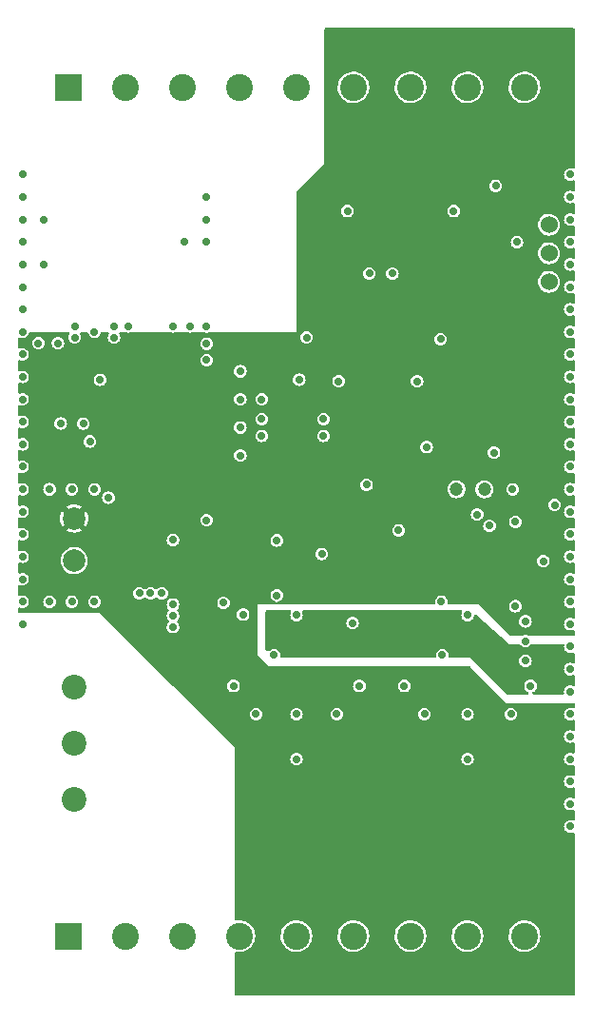
<source format=gbr>
%TF.GenerationSoftware,KiCad,Pcbnew,6.0.0*%
%TF.CreationDate,2022-04-16T14:37:19+02:00*%
%TF.ProjectId,cowdin-3a-pwrmon,636f7764-696e-42d3-9361-2d7077726d6f,1*%
%TF.SameCoordinates,Original*%
%TF.FileFunction,Copper,L3,Inr*%
%TF.FilePolarity,Positive*%
%FSLAX46Y46*%
G04 Gerber Fmt 4.6, Leading zero omitted, Abs format (unit mm)*
G04 Created by KiCad (PCBNEW 6.0.0) date 2022-04-16 14:37:19*
%MOMM*%
%LPD*%
G01*
G04 APERTURE LIST*
%TA.AperFunction,ComponentPad*%
%ADD10R,2.400000X2.400000*%
%TD*%
%TA.AperFunction,ComponentPad*%
%ADD11C,2.400000*%
%TD*%
%TA.AperFunction,ComponentPad*%
%ADD12C,1.200000*%
%TD*%
%TA.AperFunction,ComponentPad*%
%ADD13C,2.200000*%
%TD*%
%TA.AperFunction,ComponentPad*%
%ADD14C,2.000000*%
%TD*%
%TA.AperFunction,ComponentPad*%
%ADD15C,1.524000*%
%TD*%
%TA.AperFunction,ViaPad*%
%ADD16C,0.711200*%
%TD*%
%TA.AperFunction,Conductor*%
%ADD17C,0.406400*%
%TD*%
%TA.AperFunction,Conductor*%
%ADD18C,0.304800*%
%TD*%
%TA.AperFunction,Conductor*%
%ADD19C,0.711200*%
%TD*%
G04 APERTURE END LIST*
D10*
%TO.N,GND*%
%TO.C,P1*%
X128180000Y-67250000D03*
D11*
%TO.N,+VIn*%
X133260000Y-67250000D03*
%TO.N,unconnected-(P1-Pad3)*%
X138340000Y-67250000D03*
%TO.N,LINKY_I1*%
X143420000Y-67250000D03*
%TO.N,LINKY_I2*%
X148500000Y-67250000D03*
%TO.N,unconnected-(P1-Pad6)*%
X153580000Y-67250000D03*
%TO.N,GND*%
X158660000Y-67250000D03*
%TO.N,RS485_B*%
X163740000Y-67250000D03*
%TO.N,RS485_A*%
X168820000Y-67250000D03*
%TD*%
D12*
%TO.N,Net-(TP8-Pad1)*%
%TO.C,TP8*%
X165250000Y-103000000D03*
%TD*%
D10*
%TO.N,RL_NO*%
%TO.C,P2*%
X128180000Y-142750000D03*
D11*
%TO.N,RL_COM*%
X133260000Y-142750000D03*
%TO.N,RL_NC*%
X138340000Y-142750000D03*
%TO.N,CT5_A*%
X143420000Y-142750000D03*
%TO.N,CT2_B*%
X148500000Y-142750000D03*
%TO.N,CT2_A*%
X153580000Y-142750000D03*
%TO.N,CT4_A*%
X158660000Y-142750000D03*
%TO.N,CT1_B*%
X163740000Y-142750000D03*
%TO.N,CT1_A*%
X168820000Y-142750000D03*
%TD*%
D13*
%TO.N,RL_COM*%
%TO.C,RL1*%
X128700000Y-125600000D03*
%TO.N,RL_NC*%
X128700000Y-120600000D03*
%TO.N,RL_NO*%
X128700000Y-130600000D03*
D14*
%TO.N,Net-(D3-Pad1)*%
X128700000Y-109350000D03*
%TO.N,+5V*%
X128700000Y-105600000D03*
%TD*%
D12*
%TO.N,Net-(TP7-Pad1)*%
%TO.C,TP7*%
X162750000Y-103000000D03*
%TD*%
D15*
%TO.N,Net-(R1-Pad1)*%
%TO.C,SW1*%
X171000000Y-84540000D03*
%TO.N,RS485_A*%
X171000000Y-82000000D03*
%TO.N,N/C*%
X171000000Y-79460000D03*
%TD*%
D16*
%TO.N,/Power Supply/5V_RAW*%
X137500000Y-107500000D03*
%TO.N,CT1_B*%
X161500000Y-117750000D03*
X163750000Y-127000000D03*
%TO.N,CT2_B*%
X146500000Y-117750000D03*
X148500000Y-127000000D03*
%TO.N,GND*%
X137500000Y-88500000D03*
X124100000Y-101000000D03*
X172900000Y-119000000D03*
X142900000Y-120500000D03*
X146750000Y-112450000D03*
X124100000Y-97000000D03*
X145400000Y-96750000D03*
X172900000Y-127000000D03*
X159900000Y-123000000D03*
X130500000Y-113000000D03*
X145400000Y-95000000D03*
X137500000Y-114250000D03*
X137500000Y-113250000D03*
X129500000Y-97150000D03*
X124100000Y-113000000D03*
X155000000Y-83800000D03*
X140500000Y-81000000D03*
X154100000Y-120500000D03*
X168000000Y-105900000D03*
X160100000Y-99250000D03*
X126000000Y-79000000D03*
X152250000Y-93400000D03*
X172900000Y-121000000D03*
X152100000Y-123000000D03*
X170500000Y-109400000D03*
X172900000Y-101000000D03*
X143500000Y-92500000D03*
X137500000Y-115250000D03*
X143750000Y-114150000D03*
X172900000Y-89000000D03*
X172900000Y-117000000D03*
X124100000Y-87000000D03*
X124100000Y-83000000D03*
X124100000Y-91000000D03*
X124100000Y-109000000D03*
X140500000Y-91500000D03*
X124100000Y-107000000D03*
X149400000Y-89500000D03*
X145400000Y-98250000D03*
X172900000Y-111000000D03*
X172900000Y-125000000D03*
X172900000Y-105000000D03*
X162500000Y-78250000D03*
X172900000Y-97000000D03*
X130500000Y-89000000D03*
X128750000Y-89500000D03*
X158100000Y-120500000D03*
X124100000Y-115000000D03*
X140500000Y-90050000D03*
X167600000Y-123000000D03*
X172900000Y-113000000D03*
X140500000Y-105750000D03*
X172900000Y-87000000D03*
X161350000Y-89650000D03*
X140500000Y-77000000D03*
X171500000Y-104400000D03*
X150900000Y-96750000D03*
X127500000Y-97150000D03*
X157600000Y-106650000D03*
X172900000Y-85000000D03*
X154750000Y-102600000D03*
X124100000Y-103000000D03*
X159250000Y-93400000D03*
X124100000Y-81000000D03*
X124100000Y-99000000D03*
X153050000Y-78250000D03*
X172900000Y-93000000D03*
X124100000Y-89000000D03*
X168900000Y-116500000D03*
X127250000Y-90000000D03*
X126500000Y-103000000D03*
X172900000Y-107000000D03*
X139000000Y-88500000D03*
X124100000Y-85000000D03*
X172900000Y-79000000D03*
X172900000Y-83000000D03*
X124100000Y-111000000D03*
X161400000Y-113000000D03*
X146750000Y-107550000D03*
X148500000Y-114200000D03*
X124100000Y-79000000D03*
X128500000Y-103000000D03*
X172900000Y-75000000D03*
X126000000Y-83000000D03*
X172900000Y-123000000D03*
X130500000Y-103000000D03*
X168900000Y-118250000D03*
X172900000Y-103000000D03*
X163750000Y-123000000D03*
X130100000Y-98750000D03*
X172900000Y-129000000D03*
X124100000Y-77000000D03*
X172900000Y-95000000D03*
X124100000Y-75000000D03*
X128500000Y-113000000D03*
X140500000Y-88500000D03*
X164600000Y-105250000D03*
X172900000Y-81000000D03*
X133500000Y-88500000D03*
X140500000Y-79000000D03*
X172900000Y-131000000D03*
X136500000Y-112250000D03*
X172900000Y-77000000D03*
X124100000Y-95000000D03*
X138500000Y-81000000D03*
X168000000Y-113400000D03*
X167750000Y-103000000D03*
X157050000Y-83800000D03*
X166100000Y-99750000D03*
X172900000Y-109000000D03*
X126500000Y-113000000D03*
X172900000Y-115000000D03*
X168900000Y-114750000D03*
X150750000Y-108750000D03*
X134500000Y-112250000D03*
X144900000Y-123000000D03*
X172900000Y-133000000D03*
X131750000Y-103750000D03*
X125500000Y-90000000D03*
X163750000Y-114200000D03*
X132250000Y-88500000D03*
X128750000Y-88500000D03*
X169350000Y-120500000D03*
X168150000Y-81000000D03*
X172900000Y-91000000D03*
X172900000Y-99000000D03*
X132250000Y-89500000D03*
X148500000Y-123000000D03*
X166250000Y-76000000D03*
X135500000Y-112250000D03*
X131000000Y-93250000D03*
X124100000Y-105000000D03*
X124100000Y-93000000D03*
X165700000Y-106250000D03*
%TO.N,+5V*%
X158750000Y-90750000D03*
X155250000Y-105500000D03*
X131750000Y-107100000D03*
X158950000Y-88550000D03*
X147750000Y-99500000D03*
X140000000Y-114000000D03*
X140000000Y-113000000D03*
X139000000Y-113000000D03*
X139000000Y-114000000D03*
X161250000Y-81500000D03*
X145400000Y-93250000D03*
X143750000Y-109850000D03*
X159150000Y-109650000D03*
X148500000Y-119300000D03*
X154200000Y-80750000D03*
X169750000Y-104400000D03*
X151750000Y-90750000D03*
X162750000Y-99750000D03*
X163750000Y-119300000D03*
X148180000Y-106500000D03*
X170250000Y-103000000D03*
%TO.N,+2.5V*%
X171250000Y-119350000D03*
X171250000Y-120250000D03*
X162800000Y-114200000D03*
X147550000Y-114200000D03*
%TO.N,RST*%
X148750000Y-93250000D03*
X143500000Y-95000000D03*
%TO.N,SWCLK*%
X150900000Y-98250000D03*
X143500000Y-97500000D03*
%TO.N,SWDAT*%
X143500000Y-100000000D03*
%TO.N,Net-(R23-Pad1)*%
X153500000Y-114886900D03*
X142000000Y-113100000D03*
%TD*%
D17*
%TO.N,+5V*%
X140000000Y-113000000D02*
X140000000Y-111950000D01*
X140000000Y-111950000D02*
X145450000Y-106500000D01*
X145450000Y-106500000D02*
X148180000Y-106500000D01*
X147750000Y-99500000D02*
X145500000Y-99500000D01*
X145500000Y-99500000D02*
X139000000Y-106000000D01*
X139000000Y-106000000D02*
X139000000Y-113000000D01*
X148500000Y-119300000D02*
X145300000Y-119300000D01*
X145300000Y-119300000D02*
X140000000Y-114000000D01*
D18*
X161400000Y-93400000D02*
X158750000Y-90750000D01*
D17*
X158800000Y-108500000D02*
X162900000Y-104400000D01*
X134450000Y-107500000D02*
X134050000Y-107100000D01*
X146750000Y-96250000D02*
X147750000Y-97250000D01*
X145400000Y-93250000D02*
X146750000Y-94600000D01*
D19*
X148500000Y-119300000D02*
X163750000Y-119300000D01*
D17*
X170250000Y-103900000D02*
X169750000Y-104400000D01*
D19*
X153650000Y-81300000D02*
X153650000Y-84900000D01*
X158750000Y-88550000D02*
X156450000Y-86250000D01*
D17*
X147750000Y-99500000D02*
X147750000Y-97250000D01*
X158750000Y-90750000D02*
X151750000Y-90750000D01*
X148180000Y-106500000D02*
X152200000Y-106500000D01*
D19*
X158950000Y-88550000D02*
X158750000Y-88550000D01*
D18*
X158600000Y-103900000D02*
X162750000Y-99750000D01*
D17*
X170250000Y-103000000D02*
X170250000Y-103900000D01*
D18*
X158950000Y-88550000D02*
X158950000Y-89900000D01*
X156850000Y-103900000D02*
X158600000Y-103900000D01*
X161400000Y-98400000D02*
X161400000Y-93400000D01*
D17*
X134050000Y-107100000D02*
X131750000Y-107100000D01*
X146750000Y-94600000D02*
X146750000Y-96250000D01*
X150650000Y-94350000D02*
X150650000Y-87900000D01*
D18*
X155250000Y-105500000D02*
X156850000Y-103900000D01*
D19*
X156450000Y-86250000D02*
X155000000Y-86250000D01*
X154200000Y-80750000D02*
X153650000Y-81300000D01*
D18*
X158950000Y-89900000D02*
X158750000Y-90100000D01*
D17*
X150650000Y-87900000D02*
X153650000Y-84900000D01*
X152200000Y-106500000D02*
X154200000Y-108500000D01*
X162900000Y-104400000D02*
X169750000Y-104400000D01*
D18*
X162750000Y-99750000D02*
X161400000Y-98400000D01*
D19*
X159150000Y-88550000D02*
X161250000Y-86450000D01*
X158950000Y-88550000D02*
X159150000Y-88550000D01*
X161250000Y-86450000D02*
X161250000Y-81500000D01*
D18*
X158750000Y-90100000D02*
X158750000Y-90750000D01*
D19*
X155000000Y-86250000D02*
X153650000Y-84900000D01*
D17*
X147750000Y-97250000D02*
X150650000Y-94350000D01*
X154200000Y-108500000D02*
X158800000Y-108500000D01*
D19*
%TO.N,+2.5V*%
X162800000Y-115750000D02*
X166400000Y-119350000D01*
X147550000Y-114200000D02*
X147550000Y-115000000D01*
X162800000Y-114200000D02*
X162800000Y-115750000D01*
X147550000Y-115000000D02*
X148300000Y-115750000D01*
X166400000Y-119350000D02*
X171250000Y-119350000D01*
X148300000Y-115750000D02*
X162800000Y-115750000D01*
%TD*%
%TA.AperFunction,Conductor*%
%TO.N,+5V*%
G36*
X173238921Y-61973202D02*
G01*
X173285414Y-62026858D01*
X173296800Y-62079200D01*
X173296800Y-74370405D01*
X173276798Y-74438526D01*
X173223142Y-74485019D01*
X173152868Y-74495123D01*
X173122582Y-74486814D01*
X173053636Y-74458256D01*
X173053635Y-74458256D01*
X173046007Y-74455096D01*
X173037823Y-74454019D01*
X173037821Y-74454018D01*
X172908188Y-74436952D01*
X172900000Y-74435874D01*
X172891812Y-74436952D01*
X172762179Y-74454018D01*
X172762177Y-74454019D01*
X172753993Y-74455096D01*
X172617937Y-74511453D01*
X172501103Y-74601103D01*
X172411453Y-74717937D01*
X172355096Y-74853993D01*
X172335874Y-75000000D01*
X172355096Y-75146007D01*
X172411453Y-75282063D01*
X172501103Y-75398897D01*
X172617937Y-75488547D01*
X172753993Y-75544904D01*
X172762177Y-75545981D01*
X172762179Y-75545982D01*
X172891812Y-75563048D01*
X172900000Y-75564126D01*
X172908188Y-75563048D01*
X173037821Y-75545982D01*
X173037823Y-75545981D01*
X173046007Y-75544904D01*
X173064181Y-75537376D01*
X173122582Y-75513186D01*
X173193172Y-75505597D01*
X173256659Y-75537376D01*
X173292886Y-75598434D01*
X173296800Y-75629595D01*
X173296800Y-76370405D01*
X173276798Y-76438526D01*
X173223142Y-76485019D01*
X173152868Y-76495123D01*
X173122582Y-76486814D01*
X173053636Y-76458256D01*
X173053635Y-76458256D01*
X173046007Y-76455096D01*
X173037823Y-76454019D01*
X173037821Y-76454018D01*
X172908188Y-76436952D01*
X172900000Y-76435874D01*
X172891812Y-76436952D01*
X172762179Y-76454018D01*
X172762177Y-76454019D01*
X172753993Y-76455096D01*
X172617937Y-76511453D01*
X172501103Y-76601103D01*
X172411453Y-76717937D01*
X172355096Y-76853993D01*
X172335874Y-77000000D01*
X172355096Y-77146007D01*
X172411453Y-77282063D01*
X172501103Y-77398897D01*
X172617937Y-77488547D01*
X172753993Y-77544904D01*
X172762177Y-77545981D01*
X172762179Y-77545982D01*
X172891812Y-77563048D01*
X172900000Y-77564126D01*
X172908188Y-77563048D01*
X173037821Y-77545982D01*
X173037823Y-77545981D01*
X173046007Y-77544904D01*
X173064181Y-77537376D01*
X173122582Y-77513186D01*
X173193172Y-77505597D01*
X173256659Y-77537376D01*
X173292886Y-77598434D01*
X173296800Y-77629595D01*
X173296800Y-78370405D01*
X173276798Y-78438526D01*
X173223142Y-78485019D01*
X173152868Y-78495123D01*
X173122582Y-78486814D01*
X173053636Y-78458256D01*
X173053635Y-78458256D01*
X173046007Y-78455096D01*
X173037823Y-78454019D01*
X173037821Y-78454018D01*
X172908188Y-78436952D01*
X172900000Y-78435874D01*
X172891812Y-78436952D01*
X172762179Y-78454018D01*
X172762177Y-78454019D01*
X172753993Y-78455096D01*
X172617937Y-78511453D01*
X172501103Y-78601103D01*
X172411453Y-78717937D01*
X172355096Y-78853993D01*
X172354019Y-78862177D01*
X172354018Y-78862179D01*
X172345294Y-78928450D01*
X172335874Y-79000000D01*
X172336952Y-79008188D01*
X172347752Y-79090220D01*
X172355096Y-79146007D01*
X172411453Y-79282063D01*
X172501103Y-79398897D01*
X172617937Y-79488547D01*
X172753993Y-79544904D01*
X172762177Y-79545981D01*
X172762179Y-79545982D01*
X172891812Y-79563048D01*
X172900000Y-79564126D01*
X172908188Y-79563048D01*
X173037821Y-79545982D01*
X173037823Y-79545981D01*
X173046007Y-79544904D01*
X173064181Y-79537376D01*
X173122582Y-79513186D01*
X173193172Y-79505597D01*
X173256659Y-79537376D01*
X173292886Y-79598434D01*
X173296800Y-79629595D01*
X173296800Y-80370405D01*
X173276798Y-80438526D01*
X173223142Y-80485019D01*
X173152868Y-80495123D01*
X173122582Y-80486814D01*
X173053636Y-80458256D01*
X173053635Y-80458256D01*
X173046007Y-80455096D01*
X173037823Y-80454019D01*
X173037821Y-80454018D01*
X172908188Y-80436952D01*
X172900000Y-80435874D01*
X172891812Y-80436952D01*
X172762179Y-80454018D01*
X172762177Y-80454019D01*
X172753993Y-80455096D01*
X172617937Y-80511453D01*
X172501103Y-80601103D01*
X172411453Y-80717937D01*
X172355096Y-80853993D01*
X172335874Y-81000000D01*
X172336952Y-81008188D01*
X172349517Y-81103627D01*
X172355096Y-81146007D01*
X172411453Y-81282063D01*
X172501103Y-81398897D01*
X172617937Y-81488547D01*
X172753993Y-81544904D01*
X172762177Y-81545981D01*
X172762179Y-81545982D01*
X172891812Y-81563048D01*
X172900000Y-81564126D01*
X172908188Y-81563048D01*
X173037821Y-81545982D01*
X173037823Y-81545981D01*
X173046007Y-81544904D01*
X173064181Y-81537376D01*
X173122582Y-81513186D01*
X173193172Y-81505597D01*
X173256659Y-81537376D01*
X173292886Y-81598434D01*
X173296800Y-81629595D01*
X173296800Y-82370405D01*
X173276798Y-82438526D01*
X173223142Y-82485019D01*
X173152868Y-82495123D01*
X173122582Y-82486814D01*
X173053636Y-82458256D01*
X173053635Y-82458256D01*
X173046007Y-82455096D01*
X173037823Y-82454019D01*
X173037821Y-82454018D01*
X172908188Y-82436952D01*
X172900000Y-82435874D01*
X172891812Y-82436952D01*
X172762179Y-82454018D01*
X172762177Y-82454019D01*
X172753993Y-82455096D01*
X172617937Y-82511453D01*
X172501103Y-82601103D01*
X172411453Y-82717937D01*
X172355096Y-82853993D01*
X172354019Y-82862177D01*
X172354018Y-82862179D01*
X172348420Y-82904702D01*
X172335874Y-83000000D01*
X172355096Y-83146007D01*
X172411453Y-83282063D01*
X172501103Y-83398897D01*
X172617937Y-83488547D01*
X172753993Y-83544904D01*
X172762177Y-83545981D01*
X172762179Y-83545982D01*
X172891812Y-83563048D01*
X172900000Y-83564126D01*
X172908188Y-83563048D01*
X173037821Y-83545982D01*
X173037823Y-83545981D01*
X173046007Y-83544904D01*
X173064181Y-83537376D01*
X173122582Y-83513186D01*
X173193172Y-83505597D01*
X173256659Y-83537376D01*
X173292886Y-83598434D01*
X173296800Y-83629595D01*
X173296800Y-84370405D01*
X173276798Y-84438526D01*
X173223142Y-84485019D01*
X173152868Y-84495123D01*
X173122582Y-84486814D01*
X173053636Y-84458256D01*
X173053635Y-84458256D01*
X173046007Y-84455096D01*
X173037823Y-84454019D01*
X173037821Y-84454018D01*
X172908188Y-84436952D01*
X172900000Y-84435874D01*
X172891812Y-84436952D01*
X172762179Y-84454018D01*
X172762177Y-84454019D01*
X172753993Y-84455096D01*
X172617937Y-84511453D01*
X172501103Y-84601103D01*
X172411453Y-84717937D01*
X172355096Y-84853993D01*
X172354019Y-84862177D01*
X172354018Y-84862179D01*
X172349405Y-84897218D01*
X172335874Y-85000000D01*
X172336952Y-85008188D01*
X172343796Y-85060171D01*
X172355096Y-85146007D01*
X172411453Y-85282063D01*
X172501103Y-85398897D01*
X172617937Y-85488547D01*
X172753993Y-85544904D01*
X172762177Y-85545981D01*
X172762179Y-85545982D01*
X172891812Y-85563048D01*
X172900000Y-85564126D01*
X172908188Y-85563048D01*
X173037821Y-85545982D01*
X173037823Y-85545981D01*
X173046007Y-85544904D01*
X173064181Y-85537376D01*
X173122582Y-85513186D01*
X173193172Y-85505597D01*
X173256659Y-85537376D01*
X173292886Y-85598434D01*
X173296800Y-85629595D01*
X173296800Y-86370405D01*
X173276798Y-86438526D01*
X173223142Y-86485019D01*
X173152868Y-86495123D01*
X173122582Y-86486814D01*
X173053636Y-86458256D01*
X173053635Y-86458256D01*
X173046007Y-86455096D01*
X173037823Y-86454019D01*
X173037821Y-86454018D01*
X172908188Y-86436952D01*
X172900000Y-86435874D01*
X172891812Y-86436952D01*
X172762179Y-86454018D01*
X172762177Y-86454019D01*
X172753993Y-86455096D01*
X172617937Y-86511453D01*
X172501103Y-86601103D01*
X172411453Y-86717937D01*
X172355096Y-86853993D01*
X172335874Y-87000000D01*
X172355096Y-87146007D01*
X172411453Y-87282063D01*
X172501103Y-87398897D01*
X172617937Y-87488547D01*
X172753993Y-87544904D01*
X172762177Y-87545981D01*
X172762179Y-87545982D01*
X172891812Y-87563048D01*
X172900000Y-87564126D01*
X172908188Y-87563048D01*
X173037821Y-87545982D01*
X173037823Y-87545981D01*
X173046007Y-87544904D01*
X173064181Y-87537376D01*
X173122582Y-87513186D01*
X173193172Y-87505597D01*
X173256659Y-87537376D01*
X173292886Y-87598434D01*
X173296800Y-87629595D01*
X173296800Y-88370405D01*
X173276798Y-88438526D01*
X173223142Y-88485019D01*
X173152868Y-88495123D01*
X173122582Y-88486814D01*
X173053636Y-88458256D01*
X173053635Y-88458256D01*
X173046007Y-88455096D01*
X173037823Y-88454019D01*
X173037821Y-88454018D01*
X172908188Y-88436952D01*
X172900000Y-88435874D01*
X172891812Y-88436952D01*
X172762179Y-88454018D01*
X172762177Y-88454019D01*
X172753993Y-88455096D01*
X172617937Y-88511453D01*
X172501103Y-88601103D01*
X172411453Y-88717937D01*
X172355096Y-88853993D01*
X172335874Y-89000000D01*
X172336952Y-89008188D01*
X172350047Y-89107653D01*
X172355096Y-89146007D01*
X172411453Y-89282063D01*
X172501103Y-89398897D01*
X172617937Y-89488547D01*
X172753993Y-89544904D01*
X172762177Y-89545981D01*
X172762179Y-89545982D01*
X172891812Y-89563048D01*
X172900000Y-89564126D01*
X172908188Y-89563048D01*
X173037821Y-89545982D01*
X173037823Y-89545981D01*
X173046007Y-89544904D01*
X173064181Y-89537376D01*
X173122582Y-89513186D01*
X173193172Y-89505597D01*
X173256659Y-89537376D01*
X173292886Y-89598434D01*
X173296800Y-89629595D01*
X173296800Y-90370405D01*
X173276798Y-90438526D01*
X173223142Y-90485019D01*
X173152868Y-90495123D01*
X173122582Y-90486814D01*
X173053636Y-90458256D01*
X173053635Y-90458256D01*
X173046007Y-90455096D01*
X173037823Y-90454019D01*
X173037821Y-90454018D01*
X172908188Y-90436952D01*
X172900000Y-90435874D01*
X172891812Y-90436952D01*
X172762179Y-90454018D01*
X172762177Y-90454019D01*
X172753993Y-90455096D01*
X172617937Y-90511453D01*
X172501103Y-90601103D01*
X172411453Y-90717937D01*
X172355096Y-90853993D01*
X172335874Y-91000000D01*
X172336952Y-91008188D01*
X172350047Y-91107653D01*
X172355096Y-91146007D01*
X172411453Y-91282063D01*
X172501103Y-91398897D01*
X172617937Y-91488547D01*
X172753993Y-91544904D01*
X172762177Y-91545981D01*
X172762179Y-91545982D01*
X172891812Y-91563048D01*
X172900000Y-91564126D01*
X172908188Y-91563048D01*
X173037821Y-91545982D01*
X173037823Y-91545981D01*
X173046007Y-91544904D01*
X173064181Y-91537376D01*
X173122582Y-91513186D01*
X173193172Y-91505597D01*
X173256659Y-91537376D01*
X173292886Y-91598434D01*
X173296800Y-91629595D01*
X173296800Y-92370405D01*
X173276798Y-92438526D01*
X173223142Y-92485019D01*
X173152868Y-92495123D01*
X173122582Y-92486814D01*
X173053636Y-92458256D01*
X173053635Y-92458256D01*
X173046007Y-92455096D01*
X173037823Y-92454019D01*
X173037821Y-92454018D01*
X172908188Y-92436952D01*
X172900000Y-92435874D01*
X172891812Y-92436952D01*
X172762179Y-92454018D01*
X172762177Y-92454019D01*
X172753993Y-92455096D01*
X172617937Y-92511453D01*
X172501103Y-92601103D01*
X172411453Y-92717937D01*
X172355096Y-92853993D01*
X172354019Y-92862177D01*
X172354018Y-92862179D01*
X172340957Y-92961387D01*
X172335874Y-93000000D01*
X172336952Y-93008188D01*
X172351401Y-93117937D01*
X172355096Y-93146007D01*
X172411453Y-93282063D01*
X172501103Y-93398897D01*
X172617937Y-93488547D01*
X172753993Y-93544904D01*
X172762177Y-93545981D01*
X172762179Y-93545982D01*
X172891812Y-93563048D01*
X172900000Y-93564126D01*
X172908188Y-93563048D01*
X173037821Y-93545982D01*
X173037823Y-93545981D01*
X173046007Y-93544904D01*
X173064181Y-93537376D01*
X173122582Y-93513186D01*
X173193172Y-93505597D01*
X173256659Y-93537376D01*
X173292886Y-93598434D01*
X173296800Y-93629595D01*
X173296800Y-94370405D01*
X173276798Y-94438526D01*
X173223142Y-94485019D01*
X173152868Y-94495123D01*
X173122582Y-94486814D01*
X173053636Y-94458256D01*
X173053635Y-94458256D01*
X173046007Y-94455096D01*
X173037823Y-94454019D01*
X173037821Y-94454018D01*
X172908188Y-94436952D01*
X172900000Y-94435874D01*
X172891812Y-94436952D01*
X172762179Y-94454018D01*
X172762177Y-94454019D01*
X172753993Y-94455096D01*
X172617937Y-94511453D01*
X172501103Y-94601103D01*
X172411453Y-94717937D01*
X172355096Y-94853993D01*
X172335874Y-95000000D01*
X172355096Y-95146007D01*
X172411453Y-95282063D01*
X172501103Y-95398897D01*
X172617937Y-95488547D01*
X172753993Y-95544904D01*
X172762177Y-95545981D01*
X172762179Y-95545982D01*
X172891812Y-95563048D01*
X172900000Y-95564126D01*
X172908188Y-95563048D01*
X173037821Y-95545982D01*
X173037823Y-95545981D01*
X173046007Y-95544904D01*
X173064181Y-95537376D01*
X173122582Y-95513186D01*
X173193172Y-95505597D01*
X173256659Y-95537376D01*
X173292886Y-95598434D01*
X173296800Y-95629595D01*
X173296800Y-96370405D01*
X173276798Y-96438526D01*
X173223142Y-96485019D01*
X173152868Y-96495123D01*
X173122582Y-96486814D01*
X173053636Y-96458256D01*
X173053635Y-96458256D01*
X173046007Y-96455096D01*
X173037823Y-96454019D01*
X173037821Y-96454018D01*
X172908188Y-96436952D01*
X172900000Y-96435874D01*
X172891812Y-96436952D01*
X172762179Y-96454018D01*
X172762177Y-96454019D01*
X172753993Y-96455096D01*
X172617937Y-96511453D01*
X172501103Y-96601103D01*
X172411453Y-96717937D01*
X172355096Y-96853993D01*
X172354019Y-96862177D01*
X172354018Y-96862179D01*
X172349565Y-96896007D01*
X172335874Y-97000000D01*
X172336952Y-97008188D01*
X172350047Y-97107653D01*
X172355096Y-97146007D01*
X172411453Y-97282063D01*
X172501103Y-97398897D01*
X172617937Y-97488547D01*
X172753993Y-97544904D01*
X172762177Y-97545981D01*
X172762179Y-97545982D01*
X172891812Y-97563048D01*
X172900000Y-97564126D01*
X172908188Y-97563048D01*
X173037821Y-97545982D01*
X173037823Y-97545981D01*
X173046007Y-97544904D01*
X173064181Y-97537376D01*
X173122582Y-97513186D01*
X173193172Y-97505597D01*
X173256659Y-97537376D01*
X173292886Y-97598434D01*
X173296800Y-97629595D01*
X173296800Y-98370405D01*
X173276798Y-98438526D01*
X173223142Y-98485019D01*
X173152868Y-98495123D01*
X173122582Y-98486814D01*
X173053636Y-98458256D01*
X173053635Y-98458256D01*
X173046007Y-98455096D01*
X173037823Y-98454019D01*
X173037821Y-98454018D01*
X172908188Y-98436952D01*
X172900000Y-98435874D01*
X172891812Y-98436952D01*
X172762179Y-98454018D01*
X172762177Y-98454019D01*
X172753993Y-98455096D01*
X172617937Y-98511453D01*
X172501103Y-98601103D01*
X172411453Y-98717937D01*
X172355096Y-98853993D01*
X172354019Y-98862177D01*
X172354018Y-98862179D01*
X172349565Y-98896007D01*
X172335874Y-99000000D01*
X172336952Y-99008188D01*
X172350643Y-99112179D01*
X172355096Y-99146007D01*
X172411453Y-99282063D01*
X172501103Y-99398897D01*
X172617937Y-99488547D01*
X172753993Y-99544904D01*
X172762177Y-99545981D01*
X172762179Y-99545982D01*
X172891812Y-99563048D01*
X172900000Y-99564126D01*
X172908188Y-99563048D01*
X173037821Y-99545982D01*
X173037823Y-99545981D01*
X173046007Y-99544904D01*
X173064181Y-99537376D01*
X173122582Y-99513186D01*
X173193172Y-99505597D01*
X173256659Y-99537376D01*
X173292886Y-99598434D01*
X173296800Y-99629595D01*
X173296800Y-100370405D01*
X173276798Y-100438526D01*
X173223142Y-100485019D01*
X173152868Y-100495123D01*
X173122582Y-100486814D01*
X173053636Y-100458256D01*
X173053635Y-100458256D01*
X173046007Y-100455096D01*
X173037823Y-100454019D01*
X173037821Y-100454018D01*
X172908188Y-100436952D01*
X172900000Y-100435874D01*
X172891812Y-100436952D01*
X172762179Y-100454018D01*
X172762177Y-100454019D01*
X172753993Y-100455096D01*
X172617937Y-100511453D01*
X172501103Y-100601103D01*
X172411453Y-100717937D01*
X172355096Y-100853993D01*
X172335874Y-101000000D01*
X172355096Y-101146007D01*
X172411453Y-101282063D01*
X172501103Y-101398897D01*
X172617937Y-101488547D01*
X172753993Y-101544904D01*
X172762177Y-101545981D01*
X172762179Y-101545982D01*
X172891812Y-101563048D01*
X172900000Y-101564126D01*
X172908188Y-101563048D01*
X173037821Y-101545982D01*
X173037823Y-101545981D01*
X173046007Y-101544904D01*
X173064181Y-101537376D01*
X173122582Y-101513186D01*
X173193172Y-101505597D01*
X173256659Y-101537376D01*
X173292886Y-101598434D01*
X173296800Y-101629595D01*
X173296800Y-102370405D01*
X173276798Y-102438526D01*
X173223142Y-102485019D01*
X173152868Y-102495123D01*
X173122582Y-102486814D01*
X173053636Y-102458256D01*
X173053635Y-102458256D01*
X173046007Y-102455096D01*
X173037823Y-102454019D01*
X173037821Y-102454018D01*
X172908188Y-102436952D01*
X172900000Y-102435874D01*
X172891812Y-102436952D01*
X172762179Y-102454018D01*
X172762177Y-102454019D01*
X172753993Y-102455096D01*
X172617937Y-102511453D01*
X172501103Y-102601103D01*
X172411453Y-102717937D01*
X172355096Y-102853993D01*
X172354019Y-102862177D01*
X172354018Y-102862179D01*
X172350538Y-102888613D01*
X172335874Y-103000000D01*
X172336952Y-103008188D01*
X172346870Y-103083521D01*
X172355096Y-103146007D01*
X172411453Y-103282063D01*
X172501103Y-103398897D01*
X172617937Y-103488547D01*
X172753993Y-103544904D01*
X172762177Y-103545981D01*
X172762179Y-103545982D01*
X172891812Y-103563048D01*
X172900000Y-103564126D01*
X172908188Y-103563048D01*
X173037821Y-103545982D01*
X173037823Y-103545981D01*
X173046007Y-103544904D01*
X173064181Y-103537376D01*
X173122582Y-103513186D01*
X173193172Y-103505597D01*
X173256659Y-103537376D01*
X173292886Y-103598434D01*
X173296800Y-103629595D01*
X173296800Y-104370405D01*
X173276798Y-104438526D01*
X173223142Y-104485019D01*
X173152868Y-104495123D01*
X173122582Y-104486814D01*
X173053636Y-104458256D01*
X173053635Y-104458256D01*
X173046007Y-104455096D01*
X173037823Y-104454019D01*
X173037821Y-104454018D01*
X172908188Y-104436952D01*
X172900000Y-104435874D01*
X172891812Y-104436952D01*
X172762179Y-104454018D01*
X172762177Y-104454019D01*
X172753993Y-104455096D01*
X172617937Y-104511453D01*
X172501103Y-104601103D01*
X172411453Y-104717937D01*
X172355096Y-104853993D01*
X172354019Y-104862177D01*
X172354018Y-104862179D01*
X172340957Y-104961387D01*
X172335874Y-105000000D01*
X172336952Y-105008188D01*
X172350643Y-105112179D01*
X172355096Y-105146007D01*
X172411453Y-105282063D01*
X172501103Y-105398897D01*
X172617937Y-105488547D01*
X172753993Y-105544904D01*
X172762177Y-105545981D01*
X172762179Y-105545982D01*
X172891812Y-105563048D01*
X172900000Y-105564126D01*
X172908188Y-105563048D01*
X173037821Y-105545982D01*
X173037823Y-105545981D01*
X173046007Y-105544904D01*
X173064181Y-105537376D01*
X173122582Y-105513186D01*
X173193172Y-105505597D01*
X173256659Y-105537376D01*
X173292886Y-105598434D01*
X173296800Y-105629595D01*
X173296800Y-106370405D01*
X173276798Y-106438526D01*
X173223142Y-106485019D01*
X173152868Y-106495123D01*
X173122582Y-106486814D01*
X173053636Y-106458256D01*
X173053635Y-106458256D01*
X173046007Y-106455096D01*
X173037823Y-106454019D01*
X173037821Y-106454018D01*
X172908188Y-106436952D01*
X172900000Y-106435874D01*
X172891812Y-106436952D01*
X172762179Y-106454018D01*
X172762177Y-106454019D01*
X172753993Y-106455096D01*
X172617937Y-106511453D01*
X172501103Y-106601103D01*
X172411453Y-106717937D01*
X172355096Y-106853993D01*
X172335874Y-107000000D01*
X172336952Y-107008188D01*
X172350047Y-107107653D01*
X172355096Y-107146007D01*
X172411453Y-107282063D01*
X172501103Y-107398897D01*
X172617937Y-107488547D01*
X172753993Y-107544904D01*
X172762177Y-107545981D01*
X172762179Y-107545982D01*
X172891812Y-107563048D01*
X172900000Y-107564126D01*
X172908188Y-107563048D01*
X173037821Y-107545982D01*
X173037823Y-107545981D01*
X173046007Y-107544904D01*
X173064181Y-107537376D01*
X173122582Y-107513186D01*
X173193172Y-107505597D01*
X173256659Y-107537376D01*
X173292886Y-107598434D01*
X173296800Y-107629595D01*
X173296800Y-108370405D01*
X173276798Y-108438526D01*
X173223142Y-108485019D01*
X173152868Y-108495123D01*
X173122582Y-108486814D01*
X173053636Y-108458256D01*
X173053635Y-108458256D01*
X173046007Y-108455096D01*
X173037823Y-108454019D01*
X173037821Y-108454018D01*
X172908188Y-108436952D01*
X172900000Y-108435874D01*
X172891812Y-108436952D01*
X172762179Y-108454018D01*
X172762177Y-108454019D01*
X172753993Y-108455096D01*
X172617937Y-108511453D01*
X172501103Y-108601103D01*
X172411453Y-108717937D01*
X172355096Y-108853993D01*
X172354019Y-108862177D01*
X172354018Y-108862179D01*
X172338933Y-108976768D01*
X172335874Y-109000000D01*
X172336952Y-109008188D01*
X172352950Y-109129703D01*
X172355096Y-109146007D01*
X172411453Y-109282063D01*
X172501103Y-109398897D01*
X172617937Y-109488547D01*
X172753993Y-109544904D01*
X172762177Y-109545981D01*
X172762179Y-109545982D01*
X172891812Y-109563048D01*
X172900000Y-109564126D01*
X172908188Y-109563048D01*
X173037821Y-109545982D01*
X173037823Y-109545981D01*
X173046007Y-109544904D01*
X173064181Y-109537376D01*
X173122582Y-109513186D01*
X173193172Y-109505597D01*
X173256659Y-109537376D01*
X173292886Y-109598434D01*
X173296800Y-109629595D01*
X173296800Y-110370405D01*
X173276798Y-110438526D01*
X173223142Y-110485019D01*
X173152868Y-110495123D01*
X173122582Y-110486814D01*
X173053636Y-110458256D01*
X173053635Y-110458256D01*
X173046007Y-110455096D01*
X173037823Y-110454019D01*
X173037821Y-110454018D01*
X172908188Y-110436952D01*
X172900000Y-110435874D01*
X172891812Y-110436952D01*
X172762179Y-110454018D01*
X172762177Y-110454019D01*
X172753993Y-110455096D01*
X172617937Y-110511453D01*
X172501103Y-110601103D01*
X172411453Y-110717937D01*
X172355096Y-110853993D01*
X172335874Y-111000000D01*
X172355096Y-111146007D01*
X172411453Y-111282063D01*
X172501103Y-111398897D01*
X172617937Y-111488547D01*
X172753993Y-111544904D01*
X172762177Y-111545981D01*
X172762179Y-111545982D01*
X172891812Y-111563048D01*
X172900000Y-111564126D01*
X172908188Y-111563048D01*
X173037821Y-111545982D01*
X173037823Y-111545981D01*
X173046007Y-111544904D01*
X173064181Y-111537376D01*
X173122582Y-111513186D01*
X173193172Y-111505597D01*
X173256659Y-111537376D01*
X173292886Y-111598434D01*
X173296800Y-111629595D01*
X173296800Y-112370405D01*
X173276798Y-112438526D01*
X173223142Y-112485019D01*
X173152868Y-112495123D01*
X173122582Y-112486814D01*
X173053636Y-112458256D01*
X173053635Y-112458256D01*
X173046007Y-112455096D01*
X173037823Y-112454019D01*
X173037821Y-112454018D01*
X172908188Y-112436952D01*
X172900000Y-112435874D01*
X172891812Y-112436952D01*
X172762179Y-112454018D01*
X172762177Y-112454019D01*
X172753993Y-112455096D01*
X172617937Y-112511453D01*
X172501103Y-112601103D01*
X172411453Y-112717937D01*
X172355096Y-112853993D01*
X172354019Y-112862177D01*
X172354018Y-112862179D01*
X172344626Y-112933521D01*
X172335874Y-113000000D01*
X172336952Y-113008187D01*
X172336952Y-113008188D01*
X172351401Y-113117937D01*
X172355096Y-113146007D01*
X172411453Y-113282063D01*
X172501103Y-113398897D01*
X172617937Y-113488547D01*
X172753993Y-113544904D01*
X172762177Y-113545981D01*
X172762179Y-113545982D01*
X172891812Y-113563048D01*
X172900000Y-113564126D01*
X172908188Y-113563048D01*
X173037821Y-113545982D01*
X173037823Y-113545981D01*
X173046007Y-113544904D01*
X173064181Y-113537376D01*
X173122582Y-113513186D01*
X173193172Y-113505597D01*
X173256659Y-113537376D01*
X173292886Y-113598434D01*
X173296800Y-113629595D01*
X173296800Y-114370405D01*
X173276798Y-114438526D01*
X173223142Y-114485019D01*
X173152868Y-114495123D01*
X173122582Y-114486814D01*
X173053636Y-114458256D01*
X173053635Y-114458256D01*
X173046007Y-114455096D01*
X173037823Y-114454019D01*
X173037821Y-114454018D01*
X172908188Y-114436952D01*
X172900000Y-114435874D01*
X172891812Y-114436952D01*
X172762179Y-114454018D01*
X172762177Y-114454019D01*
X172753993Y-114455096D01*
X172617937Y-114511453D01*
X172501103Y-114601103D01*
X172411453Y-114717937D01*
X172355096Y-114853993D01*
X172354019Y-114862177D01*
X172354018Y-114862179D01*
X172349565Y-114896007D01*
X172335874Y-115000000D01*
X172336952Y-115008188D01*
X172350643Y-115112179D01*
X172355096Y-115146007D01*
X172411453Y-115282063D01*
X172501103Y-115398897D01*
X172617937Y-115488547D01*
X172753993Y-115544904D01*
X172762177Y-115545981D01*
X172762179Y-115545982D01*
X172891812Y-115563048D01*
X172900000Y-115564126D01*
X172908188Y-115563048D01*
X173037821Y-115545982D01*
X173037823Y-115545981D01*
X173046007Y-115544904D01*
X173064181Y-115537376D01*
X173122582Y-115513186D01*
X173193172Y-115505597D01*
X173256659Y-115537376D01*
X173292886Y-115598434D01*
X173296800Y-115629595D01*
X173296800Y-115874000D01*
X173276798Y-115942121D01*
X173223142Y-115988614D01*
X173170800Y-116000000D01*
X169179478Y-116000000D01*
X169131259Y-115990409D01*
X169053633Y-115958255D01*
X169053634Y-115958255D01*
X169046007Y-115955096D01*
X169037823Y-115954019D01*
X169037821Y-115954018D01*
X168908188Y-115936952D01*
X168900000Y-115935874D01*
X168891812Y-115936952D01*
X168762179Y-115954018D01*
X168762177Y-115954019D01*
X168753993Y-115955096D01*
X168746366Y-115958255D01*
X168746367Y-115958255D01*
X168668741Y-115990409D01*
X168620522Y-116000000D01*
X167552190Y-116000000D01*
X167484069Y-115979998D01*
X167463095Y-115963095D01*
X166250000Y-114750000D01*
X168335874Y-114750000D01*
X168336952Y-114758188D01*
X168350643Y-114862179D01*
X168355096Y-114896007D01*
X168411453Y-115032063D01*
X168501103Y-115148897D01*
X168617937Y-115238547D01*
X168753993Y-115294904D01*
X168762177Y-115295981D01*
X168762179Y-115295982D01*
X168891812Y-115313048D01*
X168900000Y-115314126D01*
X168908188Y-115313048D01*
X169037821Y-115295982D01*
X169037823Y-115295981D01*
X169046007Y-115294904D01*
X169182063Y-115238547D01*
X169298897Y-115148897D01*
X169388547Y-115032063D01*
X169444904Y-114896007D01*
X169449358Y-114862179D01*
X169463048Y-114758188D01*
X169464126Y-114750000D01*
X169458514Y-114707375D01*
X169445982Y-114612179D01*
X169445981Y-114612177D01*
X169444904Y-114603993D01*
X169388547Y-114467937D01*
X169298897Y-114351103D01*
X169182063Y-114261453D01*
X169046007Y-114205096D01*
X169037823Y-114204019D01*
X169037821Y-114204018D01*
X168908188Y-114186952D01*
X168900000Y-114185874D01*
X168891812Y-114186952D01*
X168762179Y-114204018D01*
X168762177Y-114204019D01*
X168753993Y-114205096D01*
X168617937Y-114261453D01*
X168501103Y-114351103D01*
X168411453Y-114467937D01*
X168355096Y-114603993D01*
X168354019Y-114612177D01*
X168354018Y-114612179D01*
X168341486Y-114707375D01*
X168335874Y-114750000D01*
X166250000Y-114750000D01*
X164900000Y-113400000D01*
X167435874Y-113400000D01*
X167436952Y-113408188D01*
X167453960Y-113537376D01*
X167455096Y-113546007D01*
X167511453Y-113682063D01*
X167601103Y-113798897D01*
X167717937Y-113888547D01*
X167853993Y-113944904D01*
X167862177Y-113945981D01*
X167862179Y-113945982D01*
X167991812Y-113963048D01*
X168000000Y-113964126D01*
X168008188Y-113963048D01*
X168137821Y-113945982D01*
X168137823Y-113945981D01*
X168146007Y-113944904D01*
X168282063Y-113888547D01*
X168398897Y-113798897D01*
X168488547Y-113682063D01*
X168544904Y-113546007D01*
X168546041Y-113537376D01*
X168563048Y-113408188D01*
X168564126Y-113400000D01*
X168549462Y-113288613D01*
X168545982Y-113262179D01*
X168545981Y-113262177D01*
X168544904Y-113253993D01*
X168488547Y-113117937D01*
X168398897Y-113001103D01*
X168282063Y-112911453D01*
X168146007Y-112855096D01*
X168137823Y-112854019D01*
X168137821Y-112854018D01*
X168008188Y-112836952D01*
X168000000Y-112835874D01*
X167991812Y-112836952D01*
X167862179Y-112854018D01*
X167862177Y-112854019D01*
X167853993Y-112855096D01*
X167717937Y-112911453D01*
X167601103Y-113001103D01*
X167511453Y-113117937D01*
X167455096Y-113253993D01*
X167454019Y-113262177D01*
X167454018Y-113262179D01*
X167450538Y-113288613D01*
X167435874Y-113400000D01*
X164900000Y-113400000D01*
X164750000Y-113250000D01*
X162074888Y-113250000D01*
X162006767Y-113229998D01*
X161960274Y-113176342D01*
X161949966Y-113107555D01*
X161964126Y-113000000D01*
X161955374Y-112933521D01*
X161945982Y-112862179D01*
X161945981Y-112862177D01*
X161944904Y-112853993D01*
X161888547Y-112717937D01*
X161798897Y-112601103D01*
X161682063Y-112511453D01*
X161546007Y-112455096D01*
X161537823Y-112454019D01*
X161537821Y-112454018D01*
X161408188Y-112436952D01*
X161400000Y-112435874D01*
X161391812Y-112436952D01*
X161262179Y-112454018D01*
X161262177Y-112454019D01*
X161253993Y-112455096D01*
X161117937Y-112511453D01*
X161001103Y-112601103D01*
X160911453Y-112717937D01*
X160855096Y-112853993D01*
X160854019Y-112862177D01*
X160854018Y-112862179D01*
X160844626Y-112933521D01*
X160835874Y-113000000D01*
X160850034Y-113107555D01*
X160839095Y-113177702D01*
X160791967Y-113230801D01*
X160725112Y-113250000D01*
X146880748Y-113250000D01*
X146812627Y-113229998D01*
X146766134Y-113176342D01*
X146756030Y-113106068D01*
X146785524Y-113041488D01*
X146845250Y-113003104D01*
X146864302Y-112999078D01*
X146887821Y-112995982D01*
X146887823Y-112995981D01*
X146896007Y-112994904D01*
X147032063Y-112938547D01*
X147148897Y-112848897D01*
X147238547Y-112732063D01*
X147294904Y-112596007D01*
X147306963Y-112504413D01*
X147313048Y-112458188D01*
X147314126Y-112450000D01*
X147294904Y-112303993D01*
X147238547Y-112167937D01*
X147148897Y-112051103D01*
X147032063Y-111961453D01*
X146896007Y-111905096D01*
X146887823Y-111904019D01*
X146887821Y-111904018D01*
X146758188Y-111886952D01*
X146750000Y-111885874D01*
X146741812Y-111886952D01*
X146612179Y-111904018D01*
X146612177Y-111904019D01*
X146603993Y-111905096D01*
X146467937Y-111961453D01*
X146351103Y-112051103D01*
X146261453Y-112167937D01*
X146205096Y-112303993D01*
X146185874Y-112450000D01*
X146186952Y-112458188D01*
X146193038Y-112504413D01*
X146205096Y-112596007D01*
X146261453Y-112732063D01*
X146351103Y-112848897D01*
X146467937Y-112938547D01*
X146603993Y-112994904D01*
X146612177Y-112995981D01*
X146612179Y-112995982D01*
X146635698Y-112999078D01*
X146700625Y-113027800D01*
X146739717Y-113087065D01*
X146740562Y-113158057D01*
X146702892Y-113218236D01*
X146638667Y-113248495D01*
X146619252Y-113250000D01*
X145000000Y-113250000D01*
X145000000Y-117750000D01*
X146000000Y-118750000D01*
X163947810Y-118750000D01*
X164015931Y-118770002D01*
X164036905Y-118786905D01*
X167250000Y-122000000D01*
X173170800Y-122000000D01*
X173238921Y-122020002D01*
X173285414Y-122073658D01*
X173296800Y-122126000D01*
X173296800Y-122370405D01*
X173276798Y-122438526D01*
X173223142Y-122485019D01*
X173152868Y-122495123D01*
X173122582Y-122486814D01*
X173053636Y-122458256D01*
X173053635Y-122458256D01*
X173046007Y-122455096D01*
X173037823Y-122454019D01*
X173037821Y-122454018D01*
X172908188Y-122436952D01*
X172900000Y-122435874D01*
X172891812Y-122436952D01*
X172762179Y-122454018D01*
X172762177Y-122454019D01*
X172753993Y-122455096D01*
X172617937Y-122511453D01*
X172501103Y-122601103D01*
X172411453Y-122717937D01*
X172355096Y-122853993D01*
X172335874Y-123000000D01*
X172355096Y-123146007D01*
X172411453Y-123282063D01*
X172501103Y-123398897D01*
X172617937Y-123488547D01*
X172753993Y-123544904D01*
X172762177Y-123545981D01*
X172762179Y-123545982D01*
X172891812Y-123563048D01*
X172900000Y-123564126D01*
X172908188Y-123563048D01*
X173037821Y-123545982D01*
X173037823Y-123545981D01*
X173046007Y-123544904D01*
X173064181Y-123537376D01*
X173122582Y-123513186D01*
X173193172Y-123505597D01*
X173256659Y-123537376D01*
X173292886Y-123598434D01*
X173296800Y-123629595D01*
X173296800Y-124370405D01*
X173276798Y-124438526D01*
X173223142Y-124485019D01*
X173152868Y-124495123D01*
X173122582Y-124486814D01*
X173053636Y-124458256D01*
X173053635Y-124458256D01*
X173046007Y-124455096D01*
X173037823Y-124454019D01*
X173037821Y-124454018D01*
X172908188Y-124436952D01*
X172900000Y-124435874D01*
X172891812Y-124436952D01*
X172762179Y-124454018D01*
X172762177Y-124454019D01*
X172753993Y-124455096D01*
X172617937Y-124511453D01*
X172501103Y-124601103D01*
X172411453Y-124717937D01*
X172355096Y-124853993D01*
X172335874Y-125000000D01*
X172355096Y-125146007D01*
X172411453Y-125282063D01*
X172501103Y-125398897D01*
X172617937Y-125488547D01*
X172753993Y-125544904D01*
X172762177Y-125545981D01*
X172762179Y-125545982D01*
X172891812Y-125563048D01*
X172900000Y-125564126D01*
X172908188Y-125563048D01*
X173037821Y-125545982D01*
X173037823Y-125545981D01*
X173046007Y-125544904D01*
X173064181Y-125537376D01*
X173122582Y-125513186D01*
X173193172Y-125505597D01*
X173256659Y-125537376D01*
X173292886Y-125598434D01*
X173296800Y-125629595D01*
X173296800Y-126370405D01*
X173276798Y-126438526D01*
X173223142Y-126485019D01*
X173152868Y-126495123D01*
X173122582Y-126486814D01*
X173053636Y-126458256D01*
X173053635Y-126458256D01*
X173046007Y-126455096D01*
X173037823Y-126454019D01*
X173037821Y-126454018D01*
X172908188Y-126436952D01*
X172900000Y-126435874D01*
X172891812Y-126436952D01*
X172762179Y-126454018D01*
X172762177Y-126454019D01*
X172753993Y-126455096D01*
X172617937Y-126511453D01*
X172501103Y-126601103D01*
X172411453Y-126717937D01*
X172355096Y-126853993D01*
X172335874Y-127000000D01*
X172355096Y-127146007D01*
X172411453Y-127282063D01*
X172501103Y-127398897D01*
X172617937Y-127488547D01*
X172753993Y-127544904D01*
X172762177Y-127545981D01*
X172762179Y-127545982D01*
X172891812Y-127563048D01*
X172900000Y-127564126D01*
X172908188Y-127563048D01*
X173037821Y-127545982D01*
X173037823Y-127545981D01*
X173046007Y-127544904D01*
X173064181Y-127537376D01*
X173122582Y-127513186D01*
X173193172Y-127505597D01*
X173256659Y-127537376D01*
X173292886Y-127598434D01*
X173296800Y-127629595D01*
X173296800Y-128370405D01*
X173276798Y-128438526D01*
X173223142Y-128485019D01*
X173152868Y-128495123D01*
X173122582Y-128486814D01*
X173053636Y-128458256D01*
X173053635Y-128458256D01*
X173046007Y-128455096D01*
X173037823Y-128454019D01*
X173037821Y-128454018D01*
X172908188Y-128436952D01*
X172900000Y-128435874D01*
X172891812Y-128436952D01*
X172762179Y-128454018D01*
X172762177Y-128454019D01*
X172753993Y-128455096D01*
X172617937Y-128511453D01*
X172501103Y-128601103D01*
X172411453Y-128717937D01*
X172355096Y-128853993D01*
X172335874Y-129000000D01*
X172355096Y-129146007D01*
X172411453Y-129282063D01*
X172501103Y-129398897D01*
X172617937Y-129488547D01*
X172753993Y-129544904D01*
X172762177Y-129545981D01*
X172762179Y-129545982D01*
X172891812Y-129563048D01*
X172900000Y-129564126D01*
X172908188Y-129563048D01*
X173037821Y-129545982D01*
X173037823Y-129545981D01*
X173046007Y-129544904D01*
X173064181Y-129537376D01*
X173122582Y-129513186D01*
X173193172Y-129505597D01*
X173256659Y-129537376D01*
X173292886Y-129598434D01*
X173296800Y-129629595D01*
X173296800Y-130370405D01*
X173276798Y-130438526D01*
X173223142Y-130485019D01*
X173152868Y-130495123D01*
X173122582Y-130486814D01*
X173053636Y-130458256D01*
X173053635Y-130458256D01*
X173046007Y-130455096D01*
X173037823Y-130454019D01*
X173037821Y-130454018D01*
X172908188Y-130436952D01*
X172900000Y-130435874D01*
X172891812Y-130436952D01*
X172762179Y-130454018D01*
X172762177Y-130454019D01*
X172753993Y-130455096D01*
X172617937Y-130511453D01*
X172501103Y-130601103D01*
X172411453Y-130717937D01*
X172355096Y-130853993D01*
X172335874Y-131000000D01*
X172355096Y-131146007D01*
X172411453Y-131282063D01*
X172501103Y-131398897D01*
X172617937Y-131488547D01*
X172753993Y-131544904D01*
X172762177Y-131545981D01*
X172762179Y-131545982D01*
X172891812Y-131563048D01*
X172900000Y-131564126D01*
X172908188Y-131563048D01*
X173037821Y-131545982D01*
X173037823Y-131545981D01*
X173046007Y-131544904D01*
X173064181Y-131537376D01*
X173122582Y-131513186D01*
X173193172Y-131505597D01*
X173256659Y-131537376D01*
X173292886Y-131598434D01*
X173296800Y-131629595D01*
X173296800Y-132370405D01*
X173276798Y-132438526D01*
X173223142Y-132485019D01*
X173152868Y-132495123D01*
X173122582Y-132486814D01*
X173053636Y-132458256D01*
X173053635Y-132458256D01*
X173046007Y-132455096D01*
X173037823Y-132454019D01*
X173037821Y-132454018D01*
X172908188Y-132436952D01*
X172900000Y-132435874D01*
X172891812Y-132436952D01*
X172762179Y-132454018D01*
X172762177Y-132454019D01*
X172753993Y-132455096D01*
X172617937Y-132511453D01*
X172501103Y-132601103D01*
X172411453Y-132717937D01*
X172355096Y-132853993D01*
X172335874Y-133000000D01*
X172355096Y-133146007D01*
X172411453Y-133282063D01*
X172501103Y-133398897D01*
X172617937Y-133488547D01*
X172753993Y-133544904D01*
X172762177Y-133545981D01*
X172762179Y-133545982D01*
X172891812Y-133563048D01*
X172900000Y-133564126D01*
X172908188Y-133563048D01*
X173037821Y-133545982D01*
X173037823Y-133545981D01*
X173046007Y-133544904D01*
X173064181Y-133537376D01*
X173122582Y-133513186D01*
X173193172Y-133505597D01*
X173256659Y-133537376D01*
X173292886Y-133598434D01*
X173296800Y-133629595D01*
X173296800Y-147920800D01*
X173276798Y-147988921D01*
X173223142Y-148035414D01*
X173170800Y-148046800D01*
X143126000Y-148046800D01*
X143057879Y-148026798D01*
X143011386Y-147973142D01*
X143000000Y-147920800D01*
X143000000Y-144251299D01*
X143020002Y-144183178D01*
X143073658Y-144136685D01*
X143143932Y-144126581D01*
X143151116Y-144127828D01*
X143253227Y-144148603D01*
X143258402Y-144148793D01*
X143258404Y-144148793D01*
X143478730Y-144156872D01*
X143478734Y-144156872D01*
X143483894Y-144157061D01*
X143489014Y-144156405D01*
X143489016Y-144156405D01*
X143707718Y-144128389D01*
X143707719Y-144128389D01*
X143712846Y-144127732D01*
X143717796Y-144126247D01*
X143928978Y-144062889D01*
X143928982Y-144062887D01*
X143933933Y-144061402D01*
X144141218Y-143959854D01*
X144224458Y-143900480D01*
X144324931Y-143828813D01*
X144329134Y-143825815D01*
X144395536Y-143759645D01*
X144488975Y-143666531D01*
X144492635Y-143662884D01*
X144627330Y-143475437D01*
X144729600Y-143268507D01*
X144760698Y-143166153D01*
X144795197Y-143052605D01*
X144795198Y-143052599D01*
X144796701Y-143047653D01*
X144826829Y-142818805D01*
X144828511Y-142750000D01*
X144825682Y-142715587D01*
X147091909Y-142715587D01*
X147092206Y-142720739D01*
X147092206Y-142720743D01*
X147104899Y-142940868D01*
X147104900Y-142940874D01*
X147105197Y-142946027D01*
X147155942Y-143171202D01*
X147242783Y-143385066D01*
X147363388Y-143581875D01*
X147514516Y-143756343D01*
X147692111Y-143903785D01*
X147891402Y-144020241D01*
X147896222Y-144022081D01*
X147896227Y-144022084D01*
X148039241Y-144076695D01*
X148107038Y-144102584D01*
X148112106Y-144103615D01*
X148112109Y-144103616D01*
X148223345Y-144126247D01*
X148333227Y-144148603D01*
X148338402Y-144148793D01*
X148338404Y-144148793D01*
X148558730Y-144156872D01*
X148558734Y-144156872D01*
X148563894Y-144157061D01*
X148569014Y-144156405D01*
X148569016Y-144156405D01*
X148787718Y-144128389D01*
X148787719Y-144128389D01*
X148792846Y-144127732D01*
X148797796Y-144126247D01*
X149008978Y-144062889D01*
X149008982Y-144062887D01*
X149013933Y-144061402D01*
X149221218Y-143959854D01*
X149304458Y-143900480D01*
X149404931Y-143828813D01*
X149409134Y-143825815D01*
X149475536Y-143759645D01*
X149568975Y-143666531D01*
X149572635Y-143662884D01*
X149707330Y-143475437D01*
X149809600Y-143268507D01*
X149840698Y-143166153D01*
X149875197Y-143052605D01*
X149875198Y-143052599D01*
X149876701Y-143047653D01*
X149906829Y-142818805D01*
X149908511Y-142750000D01*
X149905682Y-142715587D01*
X152171909Y-142715587D01*
X152172206Y-142720739D01*
X152172206Y-142720743D01*
X152184899Y-142940868D01*
X152184900Y-142940874D01*
X152185197Y-142946027D01*
X152235942Y-143171202D01*
X152322783Y-143385066D01*
X152443388Y-143581875D01*
X152594516Y-143756343D01*
X152772111Y-143903785D01*
X152971402Y-144020241D01*
X152976222Y-144022081D01*
X152976227Y-144022084D01*
X153119241Y-144076695D01*
X153187038Y-144102584D01*
X153192106Y-144103615D01*
X153192109Y-144103616D01*
X153303345Y-144126247D01*
X153413227Y-144148603D01*
X153418402Y-144148793D01*
X153418404Y-144148793D01*
X153638730Y-144156872D01*
X153638734Y-144156872D01*
X153643894Y-144157061D01*
X153649014Y-144156405D01*
X153649016Y-144156405D01*
X153867718Y-144128389D01*
X153867719Y-144128389D01*
X153872846Y-144127732D01*
X153877796Y-144126247D01*
X154088978Y-144062889D01*
X154088982Y-144062887D01*
X154093933Y-144061402D01*
X154301218Y-143959854D01*
X154384458Y-143900480D01*
X154484931Y-143828813D01*
X154489134Y-143825815D01*
X154555536Y-143759645D01*
X154648975Y-143666531D01*
X154652635Y-143662884D01*
X154787330Y-143475437D01*
X154889600Y-143268507D01*
X154920698Y-143166153D01*
X154955197Y-143052605D01*
X154955198Y-143052599D01*
X154956701Y-143047653D01*
X154986829Y-142818805D01*
X154988511Y-142750000D01*
X154985682Y-142715587D01*
X157251909Y-142715587D01*
X157252206Y-142720739D01*
X157252206Y-142720743D01*
X157264899Y-142940868D01*
X157264900Y-142940874D01*
X157265197Y-142946027D01*
X157315942Y-143171202D01*
X157402783Y-143385066D01*
X157523388Y-143581875D01*
X157674516Y-143756343D01*
X157852111Y-143903785D01*
X158051402Y-144020241D01*
X158056222Y-144022081D01*
X158056227Y-144022084D01*
X158199241Y-144076695D01*
X158267038Y-144102584D01*
X158272106Y-144103615D01*
X158272109Y-144103616D01*
X158383345Y-144126247D01*
X158493227Y-144148603D01*
X158498402Y-144148793D01*
X158498404Y-144148793D01*
X158718730Y-144156872D01*
X158718734Y-144156872D01*
X158723894Y-144157061D01*
X158729014Y-144156405D01*
X158729016Y-144156405D01*
X158947718Y-144128389D01*
X158947719Y-144128389D01*
X158952846Y-144127732D01*
X158957796Y-144126247D01*
X159168978Y-144062889D01*
X159168982Y-144062887D01*
X159173933Y-144061402D01*
X159381218Y-143959854D01*
X159464458Y-143900480D01*
X159564931Y-143828813D01*
X159569134Y-143825815D01*
X159635536Y-143759645D01*
X159728975Y-143666531D01*
X159732635Y-143662884D01*
X159867330Y-143475437D01*
X159969600Y-143268507D01*
X160000698Y-143166153D01*
X160035197Y-143052605D01*
X160035198Y-143052599D01*
X160036701Y-143047653D01*
X160066829Y-142818805D01*
X160068511Y-142750000D01*
X160065682Y-142715587D01*
X162331909Y-142715587D01*
X162332206Y-142720739D01*
X162332206Y-142720743D01*
X162344899Y-142940868D01*
X162344900Y-142940874D01*
X162345197Y-142946027D01*
X162395942Y-143171202D01*
X162482783Y-143385066D01*
X162603388Y-143581875D01*
X162754516Y-143756343D01*
X162932111Y-143903785D01*
X163131402Y-144020241D01*
X163136222Y-144022081D01*
X163136227Y-144022084D01*
X163279241Y-144076695D01*
X163347038Y-144102584D01*
X163352106Y-144103615D01*
X163352109Y-144103616D01*
X163463345Y-144126247D01*
X163573227Y-144148603D01*
X163578402Y-144148793D01*
X163578404Y-144148793D01*
X163798730Y-144156872D01*
X163798734Y-144156872D01*
X163803894Y-144157061D01*
X163809014Y-144156405D01*
X163809016Y-144156405D01*
X164027718Y-144128389D01*
X164027719Y-144128389D01*
X164032846Y-144127732D01*
X164037796Y-144126247D01*
X164248978Y-144062889D01*
X164248982Y-144062887D01*
X164253933Y-144061402D01*
X164461218Y-143959854D01*
X164544458Y-143900480D01*
X164644931Y-143828813D01*
X164649134Y-143825815D01*
X164715536Y-143759645D01*
X164808975Y-143666531D01*
X164812635Y-143662884D01*
X164947330Y-143475437D01*
X165049600Y-143268507D01*
X165080698Y-143166153D01*
X165115197Y-143052605D01*
X165115198Y-143052599D01*
X165116701Y-143047653D01*
X165146829Y-142818805D01*
X165148511Y-142750000D01*
X165145682Y-142715587D01*
X167411909Y-142715587D01*
X167412206Y-142720739D01*
X167412206Y-142720743D01*
X167424899Y-142940868D01*
X167424900Y-142940874D01*
X167425197Y-142946027D01*
X167475942Y-143171202D01*
X167562783Y-143385066D01*
X167683388Y-143581875D01*
X167834516Y-143756343D01*
X168012111Y-143903785D01*
X168211402Y-144020241D01*
X168216222Y-144022081D01*
X168216227Y-144022084D01*
X168359241Y-144076695D01*
X168427038Y-144102584D01*
X168432106Y-144103615D01*
X168432109Y-144103616D01*
X168543345Y-144126247D01*
X168653227Y-144148603D01*
X168658402Y-144148793D01*
X168658404Y-144148793D01*
X168878730Y-144156872D01*
X168878734Y-144156872D01*
X168883894Y-144157061D01*
X168889014Y-144156405D01*
X168889016Y-144156405D01*
X169107718Y-144128389D01*
X169107719Y-144128389D01*
X169112846Y-144127732D01*
X169117796Y-144126247D01*
X169328978Y-144062889D01*
X169328982Y-144062887D01*
X169333933Y-144061402D01*
X169541218Y-143959854D01*
X169624458Y-143900480D01*
X169724931Y-143828813D01*
X169729134Y-143825815D01*
X169795536Y-143759645D01*
X169888975Y-143666531D01*
X169892635Y-143662884D01*
X170027330Y-143475437D01*
X170129600Y-143268507D01*
X170160698Y-143166153D01*
X170195197Y-143052605D01*
X170195198Y-143052599D01*
X170196701Y-143047653D01*
X170226829Y-142818805D01*
X170228511Y-142750000D01*
X170209598Y-142519954D01*
X170153366Y-142296085D01*
X170141423Y-142268617D01*
X170063386Y-142089144D01*
X170063384Y-142089141D01*
X170061326Y-142084407D01*
X169935949Y-141890604D01*
X169907973Y-141859858D01*
X169784080Y-141723702D01*
X169784078Y-141723700D01*
X169780602Y-141719880D01*
X169776551Y-141716681D01*
X169776547Y-141716677D01*
X169603513Y-141580023D01*
X169603509Y-141580021D01*
X169599458Y-141576821D01*
X169397381Y-141465269D01*
X169392512Y-141463545D01*
X169392508Y-141463543D01*
X169184673Y-141389945D01*
X169184669Y-141389944D01*
X169179798Y-141388219D01*
X169174705Y-141387312D01*
X169174702Y-141387311D01*
X168957641Y-141348646D01*
X168957637Y-141348646D01*
X168952553Y-141347740D01*
X168864183Y-141346660D01*
X168726916Y-141344983D01*
X168726914Y-141344983D01*
X168721747Y-141344920D01*
X168569729Y-141368182D01*
X168498690Y-141379052D01*
X168498687Y-141379053D01*
X168493581Y-141379834D01*
X168462647Y-141389945D01*
X168279093Y-141449940D01*
X168279091Y-141449941D01*
X168274180Y-141451546D01*
X168069438Y-141558128D01*
X168065305Y-141561231D01*
X168065302Y-141561233D01*
X167888988Y-141693613D01*
X167884853Y-141696718D01*
X167725381Y-141863595D01*
X167595307Y-142054277D01*
X167498122Y-142263644D01*
X167436438Y-142486071D01*
X167435890Y-142491199D01*
X167435889Y-142491204D01*
X167432817Y-142519954D01*
X167411909Y-142715587D01*
X165145682Y-142715587D01*
X165129598Y-142519954D01*
X165073366Y-142296085D01*
X165061423Y-142268617D01*
X164983386Y-142089144D01*
X164983384Y-142089141D01*
X164981326Y-142084407D01*
X164855949Y-141890604D01*
X164827973Y-141859858D01*
X164704080Y-141723702D01*
X164704078Y-141723700D01*
X164700602Y-141719880D01*
X164696551Y-141716681D01*
X164696547Y-141716677D01*
X164523513Y-141580023D01*
X164523509Y-141580021D01*
X164519458Y-141576821D01*
X164317381Y-141465269D01*
X164312512Y-141463545D01*
X164312508Y-141463543D01*
X164104673Y-141389945D01*
X164104669Y-141389944D01*
X164099798Y-141388219D01*
X164094705Y-141387312D01*
X164094702Y-141387311D01*
X163877641Y-141348646D01*
X163877637Y-141348646D01*
X163872553Y-141347740D01*
X163784183Y-141346660D01*
X163646916Y-141344983D01*
X163646914Y-141344983D01*
X163641747Y-141344920D01*
X163489729Y-141368182D01*
X163418690Y-141379052D01*
X163418687Y-141379053D01*
X163413581Y-141379834D01*
X163382647Y-141389945D01*
X163199093Y-141449940D01*
X163199091Y-141449941D01*
X163194180Y-141451546D01*
X162989438Y-141558128D01*
X162985305Y-141561231D01*
X162985302Y-141561233D01*
X162808988Y-141693613D01*
X162804853Y-141696718D01*
X162645381Y-141863595D01*
X162515307Y-142054277D01*
X162418122Y-142263644D01*
X162356438Y-142486071D01*
X162355890Y-142491199D01*
X162355889Y-142491204D01*
X162352817Y-142519954D01*
X162331909Y-142715587D01*
X160065682Y-142715587D01*
X160049598Y-142519954D01*
X159993366Y-142296085D01*
X159981423Y-142268617D01*
X159903386Y-142089144D01*
X159903384Y-142089141D01*
X159901326Y-142084407D01*
X159775949Y-141890604D01*
X159747973Y-141859858D01*
X159624080Y-141723702D01*
X159624078Y-141723700D01*
X159620602Y-141719880D01*
X159616551Y-141716681D01*
X159616547Y-141716677D01*
X159443513Y-141580023D01*
X159443509Y-141580021D01*
X159439458Y-141576821D01*
X159237381Y-141465269D01*
X159232512Y-141463545D01*
X159232508Y-141463543D01*
X159024673Y-141389945D01*
X159024669Y-141389944D01*
X159019798Y-141388219D01*
X159014705Y-141387312D01*
X159014702Y-141387311D01*
X158797641Y-141348646D01*
X158797637Y-141348646D01*
X158792553Y-141347740D01*
X158704183Y-141346660D01*
X158566916Y-141344983D01*
X158566914Y-141344983D01*
X158561747Y-141344920D01*
X158409729Y-141368182D01*
X158338690Y-141379052D01*
X158338687Y-141379053D01*
X158333581Y-141379834D01*
X158302647Y-141389945D01*
X158119093Y-141449940D01*
X158119091Y-141449941D01*
X158114180Y-141451546D01*
X157909438Y-141558128D01*
X157905305Y-141561231D01*
X157905302Y-141561233D01*
X157728988Y-141693613D01*
X157724853Y-141696718D01*
X157565381Y-141863595D01*
X157435307Y-142054277D01*
X157338122Y-142263644D01*
X157276438Y-142486071D01*
X157275890Y-142491199D01*
X157275889Y-142491204D01*
X157272817Y-142519954D01*
X157251909Y-142715587D01*
X154985682Y-142715587D01*
X154969598Y-142519954D01*
X154913366Y-142296085D01*
X154901423Y-142268617D01*
X154823386Y-142089144D01*
X154823384Y-142089141D01*
X154821326Y-142084407D01*
X154695949Y-141890604D01*
X154667973Y-141859858D01*
X154544080Y-141723702D01*
X154544078Y-141723700D01*
X154540602Y-141719880D01*
X154536551Y-141716681D01*
X154536547Y-141716677D01*
X154363513Y-141580023D01*
X154363509Y-141580021D01*
X154359458Y-141576821D01*
X154157381Y-141465269D01*
X154152512Y-141463545D01*
X154152508Y-141463543D01*
X153944673Y-141389945D01*
X153944669Y-141389944D01*
X153939798Y-141388219D01*
X153934705Y-141387312D01*
X153934702Y-141387311D01*
X153717641Y-141348646D01*
X153717637Y-141348646D01*
X153712553Y-141347740D01*
X153624183Y-141346660D01*
X153486916Y-141344983D01*
X153486914Y-141344983D01*
X153481747Y-141344920D01*
X153329729Y-141368182D01*
X153258690Y-141379052D01*
X153258687Y-141379053D01*
X153253581Y-141379834D01*
X153222647Y-141389945D01*
X153039093Y-141449940D01*
X153039091Y-141449941D01*
X153034180Y-141451546D01*
X152829438Y-141558128D01*
X152825305Y-141561231D01*
X152825302Y-141561233D01*
X152648988Y-141693613D01*
X152644853Y-141696718D01*
X152485381Y-141863595D01*
X152355307Y-142054277D01*
X152258122Y-142263644D01*
X152196438Y-142486071D01*
X152195890Y-142491199D01*
X152195889Y-142491204D01*
X152192817Y-142519954D01*
X152171909Y-142715587D01*
X149905682Y-142715587D01*
X149889598Y-142519954D01*
X149833366Y-142296085D01*
X149821423Y-142268617D01*
X149743386Y-142089144D01*
X149743384Y-142089141D01*
X149741326Y-142084407D01*
X149615949Y-141890604D01*
X149587973Y-141859858D01*
X149464080Y-141723702D01*
X149464078Y-141723700D01*
X149460602Y-141719880D01*
X149456551Y-141716681D01*
X149456547Y-141716677D01*
X149283513Y-141580023D01*
X149283509Y-141580021D01*
X149279458Y-141576821D01*
X149077381Y-141465269D01*
X149072512Y-141463545D01*
X149072508Y-141463543D01*
X148864673Y-141389945D01*
X148864669Y-141389944D01*
X148859798Y-141388219D01*
X148854705Y-141387312D01*
X148854702Y-141387311D01*
X148637641Y-141348646D01*
X148637637Y-141348646D01*
X148632553Y-141347740D01*
X148544183Y-141346660D01*
X148406916Y-141344983D01*
X148406914Y-141344983D01*
X148401747Y-141344920D01*
X148249729Y-141368182D01*
X148178690Y-141379052D01*
X148178687Y-141379053D01*
X148173581Y-141379834D01*
X148142647Y-141389945D01*
X147959093Y-141449940D01*
X147959091Y-141449941D01*
X147954180Y-141451546D01*
X147749438Y-141558128D01*
X147745305Y-141561231D01*
X147745302Y-141561233D01*
X147568988Y-141693613D01*
X147564853Y-141696718D01*
X147405381Y-141863595D01*
X147275307Y-142054277D01*
X147178122Y-142263644D01*
X147116438Y-142486071D01*
X147115890Y-142491199D01*
X147115889Y-142491204D01*
X147112817Y-142519954D01*
X147091909Y-142715587D01*
X144825682Y-142715587D01*
X144809598Y-142519954D01*
X144753366Y-142296085D01*
X144741423Y-142268617D01*
X144663386Y-142089144D01*
X144663384Y-142089141D01*
X144661326Y-142084407D01*
X144535949Y-141890604D01*
X144507973Y-141859858D01*
X144384080Y-141723702D01*
X144384078Y-141723700D01*
X144380602Y-141719880D01*
X144376551Y-141716681D01*
X144376547Y-141716677D01*
X144203513Y-141580023D01*
X144203509Y-141580021D01*
X144199458Y-141576821D01*
X143997381Y-141465269D01*
X143992512Y-141463545D01*
X143992508Y-141463543D01*
X143784673Y-141389945D01*
X143784669Y-141389944D01*
X143779798Y-141388219D01*
X143774705Y-141387312D01*
X143774702Y-141387311D01*
X143557641Y-141348646D01*
X143557637Y-141348646D01*
X143552553Y-141347740D01*
X143464183Y-141346660D01*
X143326916Y-141344983D01*
X143326914Y-141344983D01*
X143321747Y-141344920D01*
X143145058Y-141371957D01*
X143074696Y-141362489D01*
X143020622Y-141316484D01*
X143000000Y-141247407D01*
X143000000Y-127000000D01*
X147935874Y-127000000D01*
X147955096Y-127146007D01*
X148011453Y-127282063D01*
X148101103Y-127398897D01*
X148217937Y-127488547D01*
X148353993Y-127544904D01*
X148362177Y-127545981D01*
X148362179Y-127545982D01*
X148491812Y-127563048D01*
X148500000Y-127564126D01*
X148508188Y-127563048D01*
X148637821Y-127545982D01*
X148637823Y-127545981D01*
X148646007Y-127544904D01*
X148782063Y-127488547D01*
X148898897Y-127398897D01*
X148988547Y-127282063D01*
X149044904Y-127146007D01*
X149064126Y-127000000D01*
X163185874Y-127000000D01*
X163205096Y-127146007D01*
X163261453Y-127282063D01*
X163351103Y-127398897D01*
X163467937Y-127488547D01*
X163603993Y-127544904D01*
X163612177Y-127545981D01*
X163612179Y-127545982D01*
X163741812Y-127563048D01*
X163750000Y-127564126D01*
X163758188Y-127563048D01*
X163887821Y-127545982D01*
X163887823Y-127545981D01*
X163896007Y-127544904D01*
X164032063Y-127488547D01*
X164148897Y-127398897D01*
X164238547Y-127282063D01*
X164294904Y-127146007D01*
X164314126Y-127000000D01*
X164294904Y-126853993D01*
X164238547Y-126717937D01*
X164148897Y-126601103D01*
X164032063Y-126511453D01*
X163896007Y-126455096D01*
X163887823Y-126454019D01*
X163887821Y-126454018D01*
X163758188Y-126436952D01*
X163750000Y-126435874D01*
X163741812Y-126436952D01*
X163612179Y-126454018D01*
X163612177Y-126454019D01*
X163603993Y-126455096D01*
X163467937Y-126511453D01*
X163351103Y-126601103D01*
X163261453Y-126717937D01*
X163205096Y-126853993D01*
X163185874Y-127000000D01*
X149064126Y-127000000D01*
X149044904Y-126853993D01*
X148988547Y-126717937D01*
X148898897Y-126601103D01*
X148782063Y-126511453D01*
X148646007Y-126455096D01*
X148637823Y-126454019D01*
X148637821Y-126454018D01*
X148508188Y-126436952D01*
X148500000Y-126435874D01*
X148491812Y-126436952D01*
X148362179Y-126454018D01*
X148362177Y-126454019D01*
X148353993Y-126455096D01*
X148217937Y-126511453D01*
X148101103Y-126601103D01*
X148011453Y-126717937D01*
X147955096Y-126853993D01*
X147935874Y-127000000D01*
X143000000Y-127000000D01*
X143000000Y-126000000D01*
X140000000Y-123000000D01*
X144335874Y-123000000D01*
X144355096Y-123146007D01*
X144411453Y-123282063D01*
X144501103Y-123398897D01*
X144617937Y-123488547D01*
X144753993Y-123544904D01*
X144762177Y-123545981D01*
X144762179Y-123545982D01*
X144891812Y-123563048D01*
X144900000Y-123564126D01*
X144908188Y-123563048D01*
X145037821Y-123545982D01*
X145037823Y-123545981D01*
X145046007Y-123544904D01*
X145182063Y-123488547D01*
X145298897Y-123398897D01*
X145388547Y-123282063D01*
X145444904Y-123146007D01*
X145464126Y-123000000D01*
X147935874Y-123000000D01*
X147955096Y-123146007D01*
X148011453Y-123282063D01*
X148101103Y-123398897D01*
X148217937Y-123488547D01*
X148353993Y-123544904D01*
X148362177Y-123545981D01*
X148362179Y-123545982D01*
X148491812Y-123563048D01*
X148500000Y-123564126D01*
X148508188Y-123563048D01*
X148637821Y-123545982D01*
X148637823Y-123545981D01*
X148646007Y-123544904D01*
X148782063Y-123488547D01*
X148898897Y-123398897D01*
X148988547Y-123282063D01*
X149044904Y-123146007D01*
X149064126Y-123000000D01*
X151535874Y-123000000D01*
X151555096Y-123146007D01*
X151611453Y-123282063D01*
X151701103Y-123398897D01*
X151817937Y-123488547D01*
X151953993Y-123544904D01*
X151962177Y-123545981D01*
X151962179Y-123545982D01*
X152091812Y-123563048D01*
X152100000Y-123564126D01*
X152108188Y-123563048D01*
X152237821Y-123545982D01*
X152237823Y-123545981D01*
X152246007Y-123544904D01*
X152382063Y-123488547D01*
X152498897Y-123398897D01*
X152588547Y-123282063D01*
X152644904Y-123146007D01*
X152664126Y-123000000D01*
X159335874Y-123000000D01*
X159355096Y-123146007D01*
X159411453Y-123282063D01*
X159501103Y-123398897D01*
X159617937Y-123488547D01*
X159753993Y-123544904D01*
X159762177Y-123545981D01*
X159762179Y-123545982D01*
X159891812Y-123563048D01*
X159900000Y-123564126D01*
X159908188Y-123563048D01*
X160037821Y-123545982D01*
X160037823Y-123545981D01*
X160046007Y-123544904D01*
X160182063Y-123488547D01*
X160298897Y-123398897D01*
X160388547Y-123282063D01*
X160444904Y-123146007D01*
X160464126Y-123000000D01*
X163185874Y-123000000D01*
X163205096Y-123146007D01*
X163261453Y-123282063D01*
X163351103Y-123398897D01*
X163467937Y-123488547D01*
X163603993Y-123544904D01*
X163612177Y-123545981D01*
X163612179Y-123545982D01*
X163741812Y-123563048D01*
X163750000Y-123564126D01*
X163758188Y-123563048D01*
X163887821Y-123545982D01*
X163887823Y-123545981D01*
X163896007Y-123544904D01*
X164032063Y-123488547D01*
X164148897Y-123398897D01*
X164238547Y-123282063D01*
X164294904Y-123146007D01*
X164314126Y-123000000D01*
X167035874Y-123000000D01*
X167055096Y-123146007D01*
X167111453Y-123282063D01*
X167201103Y-123398897D01*
X167317937Y-123488547D01*
X167453993Y-123544904D01*
X167462177Y-123545981D01*
X167462179Y-123545982D01*
X167591812Y-123563048D01*
X167600000Y-123564126D01*
X167608188Y-123563048D01*
X167737821Y-123545982D01*
X167737823Y-123545981D01*
X167746007Y-123544904D01*
X167882063Y-123488547D01*
X167998897Y-123398897D01*
X168088547Y-123282063D01*
X168144904Y-123146007D01*
X168164126Y-123000000D01*
X168144904Y-122853993D01*
X168088547Y-122717937D01*
X167998897Y-122601103D01*
X167882063Y-122511453D01*
X167746007Y-122455096D01*
X167737823Y-122454019D01*
X167737821Y-122454018D01*
X167608188Y-122436952D01*
X167600000Y-122435874D01*
X167591812Y-122436952D01*
X167462179Y-122454018D01*
X167462177Y-122454019D01*
X167453993Y-122455096D01*
X167317937Y-122511453D01*
X167201103Y-122601103D01*
X167111453Y-122717937D01*
X167055096Y-122853993D01*
X167035874Y-123000000D01*
X164314126Y-123000000D01*
X164294904Y-122853993D01*
X164238547Y-122717937D01*
X164148897Y-122601103D01*
X164032063Y-122511453D01*
X163896007Y-122455096D01*
X163887823Y-122454019D01*
X163887821Y-122454018D01*
X163758188Y-122436952D01*
X163750000Y-122435874D01*
X163741812Y-122436952D01*
X163612179Y-122454018D01*
X163612177Y-122454019D01*
X163603993Y-122455096D01*
X163467937Y-122511453D01*
X163351103Y-122601103D01*
X163261453Y-122717937D01*
X163205096Y-122853993D01*
X163185874Y-123000000D01*
X160464126Y-123000000D01*
X160444904Y-122853993D01*
X160388547Y-122717937D01*
X160298897Y-122601103D01*
X160182063Y-122511453D01*
X160046007Y-122455096D01*
X160037823Y-122454019D01*
X160037821Y-122454018D01*
X159908188Y-122436952D01*
X159900000Y-122435874D01*
X159891812Y-122436952D01*
X159762179Y-122454018D01*
X159762177Y-122454019D01*
X159753993Y-122455096D01*
X159617937Y-122511453D01*
X159501103Y-122601103D01*
X159411453Y-122717937D01*
X159355096Y-122853993D01*
X159335874Y-123000000D01*
X152664126Y-123000000D01*
X152644904Y-122853993D01*
X152588547Y-122717937D01*
X152498897Y-122601103D01*
X152382063Y-122511453D01*
X152246007Y-122455096D01*
X152237823Y-122454019D01*
X152237821Y-122454018D01*
X152108188Y-122436952D01*
X152100000Y-122435874D01*
X152091812Y-122436952D01*
X151962179Y-122454018D01*
X151962177Y-122454019D01*
X151953993Y-122455096D01*
X151817937Y-122511453D01*
X151701103Y-122601103D01*
X151611453Y-122717937D01*
X151555096Y-122853993D01*
X151535874Y-123000000D01*
X149064126Y-123000000D01*
X149044904Y-122853993D01*
X148988547Y-122717937D01*
X148898897Y-122601103D01*
X148782063Y-122511453D01*
X148646007Y-122455096D01*
X148637823Y-122454019D01*
X148637821Y-122454018D01*
X148508188Y-122436952D01*
X148500000Y-122435874D01*
X148491812Y-122436952D01*
X148362179Y-122454018D01*
X148362177Y-122454019D01*
X148353993Y-122455096D01*
X148217937Y-122511453D01*
X148101103Y-122601103D01*
X148011453Y-122717937D01*
X147955096Y-122853993D01*
X147935874Y-123000000D01*
X145464126Y-123000000D01*
X145444904Y-122853993D01*
X145388547Y-122717937D01*
X145298897Y-122601103D01*
X145182063Y-122511453D01*
X145046007Y-122455096D01*
X145037823Y-122454019D01*
X145037821Y-122454018D01*
X144908188Y-122436952D01*
X144900000Y-122435874D01*
X144891812Y-122436952D01*
X144762179Y-122454018D01*
X144762177Y-122454019D01*
X144753993Y-122455096D01*
X144617937Y-122511453D01*
X144501103Y-122601103D01*
X144411453Y-122717937D01*
X144355096Y-122853993D01*
X144335874Y-123000000D01*
X140000000Y-123000000D01*
X137500000Y-120500000D01*
X142335874Y-120500000D01*
X142336952Y-120508188D01*
X142348973Y-120599494D01*
X142355096Y-120646007D01*
X142411453Y-120782063D01*
X142501103Y-120898897D01*
X142617937Y-120988547D01*
X142753993Y-121044904D01*
X142762177Y-121045981D01*
X142762179Y-121045982D01*
X142891812Y-121063048D01*
X142900000Y-121064126D01*
X142908188Y-121063048D01*
X143037821Y-121045982D01*
X143037823Y-121045981D01*
X143046007Y-121044904D01*
X143182063Y-120988547D01*
X143298897Y-120898897D01*
X143388547Y-120782063D01*
X143444904Y-120646007D01*
X143451028Y-120599494D01*
X143463048Y-120508188D01*
X143464126Y-120500000D01*
X153535874Y-120500000D01*
X153536952Y-120508188D01*
X153548973Y-120599494D01*
X153555096Y-120646007D01*
X153611453Y-120782063D01*
X153701103Y-120898897D01*
X153817937Y-120988547D01*
X153953993Y-121044904D01*
X153962177Y-121045981D01*
X153962179Y-121045982D01*
X154091812Y-121063048D01*
X154100000Y-121064126D01*
X154108188Y-121063048D01*
X154237821Y-121045982D01*
X154237823Y-121045981D01*
X154246007Y-121044904D01*
X154382063Y-120988547D01*
X154498897Y-120898897D01*
X154588547Y-120782063D01*
X154644904Y-120646007D01*
X154651028Y-120599494D01*
X154663048Y-120508188D01*
X154664126Y-120500000D01*
X157535874Y-120500000D01*
X157536952Y-120508188D01*
X157548973Y-120599494D01*
X157555096Y-120646007D01*
X157611453Y-120782063D01*
X157701103Y-120898897D01*
X157817937Y-120988547D01*
X157953993Y-121044904D01*
X157962177Y-121045981D01*
X157962179Y-121045982D01*
X158091812Y-121063048D01*
X158100000Y-121064126D01*
X158108188Y-121063048D01*
X158237821Y-121045982D01*
X158237823Y-121045981D01*
X158246007Y-121044904D01*
X158382063Y-120988547D01*
X158498897Y-120898897D01*
X158588547Y-120782063D01*
X158644904Y-120646007D01*
X158651028Y-120599494D01*
X158663048Y-120508188D01*
X158664126Y-120500000D01*
X158650435Y-120396007D01*
X158645982Y-120362179D01*
X158645981Y-120362177D01*
X158644904Y-120353993D01*
X158588547Y-120217937D01*
X158498897Y-120101103D01*
X158382063Y-120011453D01*
X158246007Y-119955096D01*
X158237823Y-119954019D01*
X158237821Y-119954018D01*
X158108188Y-119936952D01*
X158100000Y-119935874D01*
X158091812Y-119936952D01*
X157962179Y-119954018D01*
X157962177Y-119954019D01*
X157953993Y-119955096D01*
X157817937Y-120011453D01*
X157701103Y-120101103D01*
X157611453Y-120217937D01*
X157555096Y-120353993D01*
X157554019Y-120362177D01*
X157554018Y-120362179D01*
X157549565Y-120396007D01*
X157535874Y-120500000D01*
X154664126Y-120500000D01*
X154650435Y-120396007D01*
X154645982Y-120362179D01*
X154645981Y-120362177D01*
X154644904Y-120353993D01*
X154588547Y-120217937D01*
X154498897Y-120101103D01*
X154382063Y-120011453D01*
X154246007Y-119955096D01*
X154237823Y-119954019D01*
X154237821Y-119954018D01*
X154108188Y-119936952D01*
X154100000Y-119935874D01*
X154091812Y-119936952D01*
X153962179Y-119954018D01*
X153962177Y-119954019D01*
X153953993Y-119955096D01*
X153817937Y-120011453D01*
X153701103Y-120101103D01*
X153611453Y-120217937D01*
X153555096Y-120353993D01*
X153554019Y-120362177D01*
X153554018Y-120362179D01*
X153549565Y-120396007D01*
X153535874Y-120500000D01*
X143464126Y-120500000D01*
X143450435Y-120396007D01*
X143445982Y-120362179D01*
X143445981Y-120362177D01*
X143444904Y-120353993D01*
X143388547Y-120217937D01*
X143298897Y-120101103D01*
X143182063Y-120011453D01*
X143046007Y-119955096D01*
X143037823Y-119954019D01*
X143037821Y-119954018D01*
X142908188Y-119936952D01*
X142900000Y-119935874D01*
X142891812Y-119936952D01*
X142762179Y-119954018D01*
X142762177Y-119954019D01*
X142753993Y-119955096D01*
X142617937Y-120011453D01*
X142501103Y-120101103D01*
X142411453Y-120217937D01*
X142355096Y-120353993D01*
X142354019Y-120362177D01*
X142354018Y-120362179D01*
X142349565Y-120396007D01*
X142335874Y-120500000D01*
X137500000Y-120500000D01*
X132250000Y-115250000D01*
X136935874Y-115250000D01*
X136936952Y-115258188D01*
X136947276Y-115336604D01*
X136955096Y-115396007D01*
X137011453Y-115532063D01*
X137101103Y-115648897D01*
X137217937Y-115738547D01*
X137353993Y-115794904D01*
X137362177Y-115795981D01*
X137362179Y-115795982D01*
X137491812Y-115813048D01*
X137500000Y-115814126D01*
X137508188Y-115813048D01*
X137637821Y-115795982D01*
X137637823Y-115795981D01*
X137646007Y-115794904D01*
X137782063Y-115738547D01*
X137898897Y-115648897D01*
X137988547Y-115532063D01*
X138044904Y-115396007D01*
X138052725Y-115336604D01*
X138063048Y-115258188D01*
X138064126Y-115250000D01*
X138054427Y-115176326D01*
X138045982Y-115112179D01*
X138045981Y-115112177D01*
X138044904Y-115103993D01*
X137988547Y-114967937D01*
X137898897Y-114851103D01*
X137892347Y-114846077D01*
X137886506Y-114840236D01*
X137888704Y-114838038D01*
X137855543Y-114792625D01*
X137851321Y-114721754D01*
X137886084Y-114659851D01*
X137888592Y-114657678D01*
X137892347Y-114653923D01*
X137898897Y-114648897D01*
X137988547Y-114532063D01*
X138044904Y-114396007D01*
X138049954Y-114357653D01*
X138063048Y-114258188D01*
X138064126Y-114250000D01*
X138058072Y-114204018D01*
X138050961Y-114150000D01*
X143185874Y-114150000D01*
X143186952Y-114158188D01*
X143201209Y-114266479D01*
X143205096Y-114296007D01*
X143261453Y-114432063D01*
X143351103Y-114548897D01*
X143467937Y-114638547D01*
X143603993Y-114694904D01*
X143612177Y-114695981D01*
X143612179Y-114695982D01*
X143741812Y-114713048D01*
X143750000Y-114714126D01*
X143758188Y-114713048D01*
X143887821Y-114695982D01*
X143887823Y-114695981D01*
X143896007Y-114694904D01*
X144032063Y-114638547D01*
X144148897Y-114548897D01*
X144238547Y-114432063D01*
X144294904Y-114296007D01*
X144298792Y-114266479D01*
X144313048Y-114158188D01*
X144314126Y-114150000D01*
X144307065Y-114096367D01*
X144295982Y-114012179D01*
X144295981Y-114012177D01*
X144294904Y-114003993D01*
X144238547Y-113867937D01*
X144148897Y-113751103D01*
X144032063Y-113661453D01*
X143896007Y-113605096D01*
X143887823Y-113604019D01*
X143887821Y-113604018D01*
X143758188Y-113586952D01*
X143750000Y-113585874D01*
X143741812Y-113586952D01*
X143612179Y-113604018D01*
X143612177Y-113604019D01*
X143603993Y-113605096D01*
X143467937Y-113661453D01*
X143351103Y-113751103D01*
X143261453Y-113867937D01*
X143205096Y-114003993D01*
X143204019Y-114012177D01*
X143204018Y-114012179D01*
X143192935Y-114096367D01*
X143185874Y-114150000D01*
X138050961Y-114150000D01*
X138045982Y-114112179D01*
X138045981Y-114112177D01*
X138044904Y-114103993D01*
X137988547Y-113967937D01*
X137898897Y-113851103D01*
X137892347Y-113846077D01*
X137886506Y-113840236D01*
X137888704Y-113838038D01*
X137855543Y-113792625D01*
X137851321Y-113721754D01*
X137886084Y-113659851D01*
X137888592Y-113657678D01*
X137892347Y-113653923D01*
X137898897Y-113648897D01*
X137988547Y-113532063D01*
X138044904Y-113396007D01*
X138064126Y-113250000D01*
X138050435Y-113146007D01*
X138045982Y-113112179D01*
X138045981Y-113112177D01*
X138044904Y-113103993D01*
X138043250Y-113100000D01*
X141435874Y-113100000D01*
X141436952Y-113108188D01*
X141446104Y-113177702D01*
X141455096Y-113246007D01*
X141511453Y-113382063D01*
X141601103Y-113498897D01*
X141717937Y-113588547D01*
X141853993Y-113644904D01*
X141862177Y-113645981D01*
X141862179Y-113645982D01*
X141966867Y-113659764D01*
X141986951Y-113662408D01*
X141991812Y-113663048D01*
X142000000Y-113664126D01*
X142008188Y-113663048D01*
X142013050Y-113662408D01*
X142033133Y-113659764D01*
X142137821Y-113645982D01*
X142137823Y-113645981D01*
X142146007Y-113644904D01*
X142282063Y-113588547D01*
X142398897Y-113498897D01*
X142488547Y-113382063D01*
X142544904Y-113246007D01*
X142553897Y-113177702D01*
X142563048Y-113108188D01*
X142564126Y-113100000D01*
X142552039Y-113008187D01*
X142545982Y-112962179D01*
X142545981Y-112962177D01*
X142544904Y-112953993D01*
X142488547Y-112817937D01*
X142398897Y-112701103D01*
X142282063Y-112611453D01*
X142146007Y-112555096D01*
X142137823Y-112554019D01*
X142137821Y-112554018D01*
X142008188Y-112536952D01*
X142000000Y-112535874D01*
X141991812Y-112536952D01*
X141862179Y-112554018D01*
X141862177Y-112554019D01*
X141853993Y-112555096D01*
X141717937Y-112611453D01*
X141601103Y-112701103D01*
X141511453Y-112817937D01*
X141455096Y-112953993D01*
X141454019Y-112962177D01*
X141454018Y-112962179D01*
X141447961Y-113008187D01*
X141435874Y-113100000D01*
X138043250Y-113100000D01*
X137988547Y-112967937D01*
X137898897Y-112851103D01*
X137782063Y-112761453D01*
X137646007Y-112705096D01*
X137637823Y-112704019D01*
X137637821Y-112704018D01*
X137508188Y-112686952D01*
X137500000Y-112685874D01*
X137491812Y-112686952D01*
X137362179Y-112704018D01*
X137362177Y-112704019D01*
X137353993Y-112705096D01*
X137217937Y-112761453D01*
X137101103Y-112851103D01*
X137011453Y-112967937D01*
X136955096Y-113103993D01*
X136954019Y-113112177D01*
X136954018Y-113112179D01*
X136949565Y-113146007D01*
X136935874Y-113250000D01*
X136955096Y-113396007D01*
X137011453Y-113532063D01*
X137101103Y-113648897D01*
X137107653Y-113653923D01*
X137113494Y-113659764D01*
X137111296Y-113661962D01*
X137144457Y-113707375D01*
X137148679Y-113778246D01*
X137113916Y-113840149D01*
X137111408Y-113842322D01*
X137107653Y-113846077D01*
X137101103Y-113851103D01*
X137011453Y-113967937D01*
X136955096Y-114103993D01*
X136954019Y-114112177D01*
X136954018Y-114112179D01*
X136941928Y-114204018D01*
X136935874Y-114250000D01*
X136936952Y-114258188D01*
X136950047Y-114357653D01*
X136955096Y-114396007D01*
X137011453Y-114532063D01*
X137101103Y-114648897D01*
X137107653Y-114653923D01*
X137113494Y-114659764D01*
X137111296Y-114661962D01*
X137144457Y-114707375D01*
X137148679Y-114778246D01*
X137113916Y-114840149D01*
X137111408Y-114842322D01*
X137107653Y-114846077D01*
X137101103Y-114851103D01*
X137011453Y-114967937D01*
X136955096Y-115103993D01*
X136954019Y-115112177D01*
X136954018Y-115112179D01*
X136945573Y-115176326D01*
X136935874Y-115250000D01*
X132250000Y-115250000D01*
X131000000Y-114000000D01*
X123829200Y-114000000D01*
X123761079Y-113979998D01*
X123714586Y-113926342D01*
X123703200Y-113874000D01*
X123703200Y-113629595D01*
X123723202Y-113561474D01*
X123776858Y-113514981D01*
X123847132Y-113504877D01*
X123877418Y-113513186D01*
X123935819Y-113537376D01*
X123953993Y-113544904D01*
X123962177Y-113545981D01*
X123962179Y-113545982D01*
X124091812Y-113563048D01*
X124100000Y-113564126D01*
X124108188Y-113563048D01*
X124237821Y-113545982D01*
X124237823Y-113545981D01*
X124246007Y-113544904D01*
X124382063Y-113488547D01*
X124498897Y-113398897D01*
X124588547Y-113282063D01*
X124644904Y-113146007D01*
X124648600Y-113117937D01*
X124663048Y-113008188D01*
X124663048Y-113008187D01*
X124664126Y-113000000D01*
X125935874Y-113000000D01*
X125936952Y-113008187D01*
X125936952Y-113008188D01*
X125951401Y-113117937D01*
X125955096Y-113146007D01*
X126011453Y-113282063D01*
X126101103Y-113398897D01*
X126217937Y-113488547D01*
X126353993Y-113544904D01*
X126362177Y-113545981D01*
X126362179Y-113545982D01*
X126491812Y-113563048D01*
X126500000Y-113564126D01*
X126508188Y-113563048D01*
X126637821Y-113545982D01*
X126637823Y-113545981D01*
X126646007Y-113544904D01*
X126782063Y-113488547D01*
X126898897Y-113398897D01*
X126988547Y-113282063D01*
X127044904Y-113146007D01*
X127048600Y-113117937D01*
X127063048Y-113008188D01*
X127063048Y-113008187D01*
X127064126Y-113000000D01*
X127935874Y-113000000D01*
X127936952Y-113008187D01*
X127936952Y-113008188D01*
X127951401Y-113117937D01*
X127955096Y-113146007D01*
X128011453Y-113282063D01*
X128101103Y-113398897D01*
X128217937Y-113488547D01*
X128353993Y-113544904D01*
X128362177Y-113545981D01*
X128362179Y-113545982D01*
X128491812Y-113563048D01*
X128500000Y-113564126D01*
X128508188Y-113563048D01*
X128637821Y-113545982D01*
X128637823Y-113545981D01*
X128646007Y-113544904D01*
X128782063Y-113488547D01*
X128898897Y-113398897D01*
X128988547Y-113282063D01*
X129044904Y-113146007D01*
X129048600Y-113117937D01*
X129063048Y-113008188D01*
X129063048Y-113008187D01*
X129064126Y-113000000D01*
X129935874Y-113000000D01*
X129936952Y-113008187D01*
X129936952Y-113008188D01*
X129951401Y-113117937D01*
X129955096Y-113146007D01*
X130011453Y-113282063D01*
X130101103Y-113398897D01*
X130217937Y-113488547D01*
X130353993Y-113544904D01*
X130362177Y-113545981D01*
X130362179Y-113545982D01*
X130491812Y-113563048D01*
X130500000Y-113564126D01*
X130508188Y-113563048D01*
X130637821Y-113545982D01*
X130637823Y-113545981D01*
X130646007Y-113544904D01*
X130782063Y-113488547D01*
X130898897Y-113398897D01*
X130988547Y-113282063D01*
X131044904Y-113146007D01*
X131048600Y-113117937D01*
X131063048Y-113008188D01*
X131063048Y-113008187D01*
X131064126Y-113000000D01*
X131055374Y-112933521D01*
X131045982Y-112862179D01*
X131045981Y-112862177D01*
X131044904Y-112853993D01*
X130988547Y-112717937D01*
X130898897Y-112601103D01*
X130782063Y-112511453D01*
X130646007Y-112455096D01*
X130637823Y-112454019D01*
X130637821Y-112454018D01*
X130508188Y-112436952D01*
X130500000Y-112435874D01*
X130491812Y-112436952D01*
X130362179Y-112454018D01*
X130362177Y-112454019D01*
X130353993Y-112455096D01*
X130217937Y-112511453D01*
X130101103Y-112601103D01*
X130011453Y-112717937D01*
X129955096Y-112853993D01*
X129954019Y-112862177D01*
X129954018Y-112862179D01*
X129944626Y-112933521D01*
X129935874Y-113000000D01*
X129064126Y-113000000D01*
X129055374Y-112933521D01*
X129045982Y-112862179D01*
X129045981Y-112862177D01*
X129044904Y-112853993D01*
X128988547Y-112717937D01*
X128898897Y-112601103D01*
X128782063Y-112511453D01*
X128646007Y-112455096D01*
X128637823Y-112454019D01*
X128637821Y-112454018D01*
X128508188Y-112436952D01*
X128500000Y-112435874D01*
X128491812Y-112436952D01*
X128362179Y-112454018D01*
X128362177Y-112454019D01*
X128353993Y-112455096D01*
X128217937Y-112511453D01*
X128101103Y-112601103D01*
X128011453Y-112717937D01*
X127955096Y-112853993D01*
X127954019Y-112862177D01*
X127954018Y-112862179D01*
X127944626Y-112933521D01*
X127935874Y-113000000D01*
X127064126Y-113000000D01*
X127055374Y-112933521D01*
X127045982Y-112862179D01*
X127045981Y-112862177D01*
X127044904Y-112853993D01*
X126988547Y-112717937D01*
X126898897Y-112601103D01*
X126782063Y-112511453D01*
X126646007Y-112455096D01*
X126637823Y-112454019D01*
X126637821Y-112454018D01*
X126508188Y-112436952D01*
X126500000Y-112435874D01*
X126491812Y-112436952D01*
X126362179Y-112454018D01*
X126362177Y-112454019D01*
X126353993Y-112455096D01*
X126217937Y-112511453D01*
X126101103Y-112601103D01*
X126011453Y-112717937D01*
X125955096Y-112853993D01*
X125954019Y-112862177D01*
X125954018Y-112862179D01*
X125944626Y-112933521D01*
X125935874Y-113000000D01*
X124664126Y-113000000D01*
X124655374Y-112933521D01*
X124645982Y-112862179D01*
X124645981Y-112862177D01*
X124644904Y-112853993D01*
X124588547Y-112717937D01*
X124498897Y-112601103D01*
X124382063Y-112511453D01*
X124246007Y-112455096D01*
X124237823Y-112454019D01*
X124237821Y-112454018D01*
X124108188Y-112436952D01*
X124100000Y-112435874D01*
X124091812Y-112436952D01*
X123962179Y-112454018D01*
X123962177Y-112454019D01*
X123953993Y-112455096D01*
X123946365Y-112458256D01*
X123946364Y-112458256D01*
X123877418Y-112486814D01*
X123806828Y-112494403D01*
X123743341Y-112462624D01*
X123707114Y-112401566D01*
X123703200Y-112370405D01*
X123703200Y-112250000D01*
X133935874Y-112250000D01*
X133955096Y-112396007D01*
X134011453Y-112532063D01*
X134101103Y-112648897D01*
X134217937Y-112738547D01*
X134353993Y-112794904D01*
X134362177Y-112795981D01*
X134362179Y-112795982D01*
X134491812Y-112813048D01*
X134500000Y-112814126D01*
X134508188Y-112813048D01*
X134637821Y-112795982D01*
X134637823Y-112795981D01*
X134646007Y-112794904D01*
X134782063Y-112738547D01*
X134898897Y-112648897D01*
X134903923Y-112642347D01*
X134909764Y-112636506D01*
X134911962Y-112638704D01*
X134957375Y-112605543D01*
X135028246Y-112601321D01*
X135090149Y-112636084D01*
X135092322Y-112638592D01*
X135096077Y-112642347D01*
X135101103Y-112648897D01*
X135217937Y-112738547D01*
X135353993Y-112794904D01*
X135362177Y-112795981D01*
X135362179Y-112795982D01*
X135491812Y-112813048D01*
X135500000Y-112814126D01*
X135508188Y-112813048D01*
X135637821Y-112795982D01*
X135637823Y-112795981D01*
X135646007Y-112794904D01*
X135782063Y-112738547D01*
X135898897Y-112648897D01*
X135903923Y-112642347D01*
X135909764Y-112636506D01*
X135911962Y-112638704D01*
X135957375Y-112605543D01*
X136028246Y-112601321D01*
X136090149Y-112636084D01*
X136092322Y-112638592D01*
X136096077Y-112642347D01*
X136101103Y-112648897D01*
X136217937Y-112738547D01*
X136353993Y-112794904D01*
X136362177Y-112795981D01*
X136362179Y-112795982D01*
X136491812Y-112813048D01*
X136500000Y-112814126D01*
X136508188Y-112813048D01*
X136637821Y-112795982D01*
X136637823Y-112795981D01*
X136646007Y-112794904D01*
X136782063Y-112738547D01*
X136898897Y-112648897D01*
X136988547Y-112532063D01*
X137044904Y-112396007D01*
X137064126Y-112250000D01*
X137044904Y-112103993D01*
X136988547Y-111967937D01*
X136898897Y-111851103D01*
X136782063Y-111761453D01*
X136646007Y-111705096D01*
X136637823Y-111704019D01*
X136637821Y-111704018D01*
X136508188Y-111686952D01*
X136500000Y-111685874D01*
X136491812Y-111686952D01*
X136362179Y-111704018D01*
X136362177Y-111704019D01*
X136353993Y-111705096D01*
X136217937Y-111761453D01*
X136101103Y-111851103D01*
X136096077Y-111857653D01*
X136090236Y-111863494D01*
X136088038Y-111861296D01*
X136042625Y-111894457D01*
X135971754Y-111898679D01*
X135909851Y-111863916D01*
X135907678Y-111861408D01*
X135903923Y-111857653D01*
X135898897Y-111851103D01*
X135782063Y-111761453D01*
X135646007Y-111705096D01*
X135637823Y-111704019D01*
X135637821Y-111704018D01*
X135508188Y-111686952D01*
X135500000Y-111685874D01*
X135491812Y-111686952D01*
X135362179Y-111704018D01*
X135362177Y-111704019D01*
X135353993Y-111705096D01*
X135217937Y-111761453D01*
X135101103Y-111851103D01*
X135096077Y-111857653D01*
X135090236Y-111863494D01*
X135088038Y-111861296D01*
X135042625Y-111894457D01*
X134971754Y-111898679D01*
X134909851Y-111863916D01*
X134907678Y-111861408D01*
X134903923Y-111857653D01*
X134898897Y-111851103D01*
X134782063Y-111761453D01*
X134646007Y-111705096D01*
X134637823Y-111704019D01*
X134637821Y-111704018D01*
X134508188Y-111686952D01*
X134500000Y-111685874D01*
X134491812Y-111686952D01*
X134362179Y-111704018D01*
X134362177Y-111704019D01*
X134353993Y-111705096D01*
X134217937Y-111761453D01*
X134101103Y-111851103D01*
X134011453Y-111967937D01*
X133955096Y-112103993D01*
X133935874Y-112250000D01*
X123703200Y-112250000D01*
X123703200Y-111629595D01*
X123723202Y-111561474D01*
X123776858Y-111514981D01*
X123847132Y-111504877D01*
X123877418Y-111513186D01*
X123935819Y-111537376D01*
X123953993Y-111544904D01*
X123962177Y-111545981D01*
X123962179Y-111545982D01*
X124091812Y-111563048D01*
X124100000Y-111564126D01*
X124108188Y-111563048D01*
X124237821Y-111545982D01*
X124237823Y-111545981D01*
X124246007Y-111544904D01*
X124382063Y-111488547D01*
X124498897Y-111398897D01*
X124588547Y-111282063D01*
X124644904Y-111146007D01*
X124664126Y-111000000D01*
X124644904Y-110853993D01*
X124588547Y-110717937D01*
X124498897Y-110601103D01*
X124382063Y-110511453D01*
X124246007Y-110455096D01*
X124237823Y-110454019D01*
X124237821Y-110454018D01*
X124108188Y-110436952D01*
X124100000Y-110435874D01*
X124091812Y-110436952D01*
X123962179Y-110454018D01*
X123962177Y-110454019D01*
X123953993Y-110455096D01*
X123946365Y-110458256D01*
X123946364Y-110458256D01*
X123877418Y-110486814D01*
X123806828Y-110494403D01*
X123743341Y-110462624D01*
X123707114Y-110401566D01*
X123703200Y-110370405D01*
X123703200Y-109629595D01*
X123723202Y-109561474D01*
X123776858Y-109514981D01*
X123847132Y-109504877D01*
X123877418Y-109513186D01*
X123935819Y-109537376D01*
X123953993Y-109544904D01*
X123962177Y-109545981D01*
X123962179Y-109545982D01*
X124091812Y-109563048D01*
X124100000Y-109564126D01*
X124108188Y-109563048D01*
X124237821Y-109545982D01*
X124237823Y-109545981D01*
X124246007Y-109544904D01*
X124382063Y-109488547D01*
X124498897Y-109398897D01*
X124560698Y-109318356D01*
X127491557Y-109318356D01*
X127506026Y-109539107D01*
X127560481Y-109753525D01*
X127653099Y-109954428D01*
X127780778Y-110135090D01*
X127939242Y-110289458D01*
X128123183Y-110412364D01*
X128128486Y-110414642D01*
X128128489Y-110414644D01*
X128321136Y-110497411D01*
X128326443Y-110499691D01*
X128400635Y-110516479D01*
X128536576Y-110547240D01*
X128536579Y-110547240D01*
X128542212Y-110548515D01*
X128547983Y-110548742D01*
X128547985Y-110548742D01*
X128616461Y-110551432D01*
X128763267Y-110557200D01*
X128872735Y-110541328D01*
X128976488Y-110526285D01*
X128976493Y-110526284D01*
X128982202Y-110525456D01*
X128987666Y-110523601D01*
X128987671Y-110523600D01*
X129186218Y-110456202D01*
X129191686Y-110454346D01*
X129384704Y-110346251D01*
X129449131Y-110292668D01*
X129550353Y-110208482D01*
X129554791Y-110204791D01*
X129696251Y-110034704D01*
X129804346Y-109841686D01*
X129834273Y-109753525D01*
X129873600Y-109637671D01*
X129873601Y-109637666D01*
X129875456Y-109632202D01*
X129876284Y-109626493D01*
X129876285Y-109626488D01*
X129906667Y-109416941D01*
X129907200Y-109413267D01*
X129907547Y-109400000D01*
X169935874Y-109400000D01*
X169936952Y-109408188D01*
X169953960Y-109537376D01*
X169955096Y-109546007D01*
X170011453Y-109682063D01*
X170101103Y-109798897D01*
X170217937Y-109888547D01*
X170353993Y-109944904D01*
X170362177Y-109945981D01*
X170362179Y-109945982D01*
X170491812Y-109963048D01*
X170500000Y-109964126D01*
X170508188Y-109963048D01*
X170637821Y-109945982D01*
X170637823Y-109945981D01*
X170646007Y-109944904D01*
X170782063Y-109888547D01*
X170898897Y-109798897D01*
X170988547Y-109682063D01*
X171044904Y-109546007D01*
X171046041Y-109537376D01*
X171063048Y-109408188D01*
X171064126Y-109400000D01*
X171058031Y-109353704D01*
X171045982Y-109262179D01*
X171045981Y-109262177D01*
X171044904Y-109253993D01*
X170988547Y-109117937D01*
X170898897Y-109001103D01*
X170782063Y-108911453D01*
X170646007Y-108855096D01*
X170637823Y-108854019D01*
X170637821Y-108854018D01*
X170508188Y-108836952D01*
X170500000Y-108835874D01*
X170491812Y-108836952D01*
X170362179Y-108854018D01*
X170362177Y-108854019D01*
X170353993Y-108855096D01*
X170217937Y-108911453D01*
X170101103Y-109001103D01*
X170011453Y-109117937D01*
X169955096Y-109253993D01*
X169954019Y-109262177D01*
X169954018Y-109262179D01*
X169941969Y-109353704D01*
X169935874Y-109400000D01*
X129907547Y-109400000D01*
X129908857Y-109350000D01*
X129896449Y-109214964D01*
X129889144Y-109135457D01*
X129889143Y-109135454D01*
X129888615Y-109129703D01*
X129862925Y-109038613D01*
X129830133Y-108922343D01*
X129830132Y-108922341D01*
X129828565Y-108916784D01*
X129825937Y-108911453D01*
X129746316Y-108750000D01*
X150185874Y-108750000D01*
X150186952Y-108758188D01*
X150203962Y-108887390D01*
X150205096Y-108896007D01*
X150261453Y-109032063D01*
X150351103Y-109148897D01*
X150467937Y-109238547D01*
X150603993Y-109294904D01*
X150612177Y-109295981D01*
X150612179Y-109295982D01*
X150726768Y-109311067D01*
X150738569Y-109312621D01*
X150741812Y-109313048D01*
X150750000Y-109314126D01*
X150758188Y-109313048D01*
X150761432Y-109312621D01*
X150773232Y-109311067D01*
X150887821Y-109295982D01*
X150887823Y-109295981D01*
X150896007Y-109294904D01*
X151032063Y-109238547D01*
X151148897Y-109148897D01*
X151238547Y-109032063D01*
X151294904Y-108896007D01*
X151296039Y-108887390D01*
X151313048Y-108758188D01*
X151314126Y-108750000D01*
X151294904Y-108603993D01*
X151238547Y-108467937D01*
X151148897Y-108351103D01*
X151032063Y-108261453D01*
X150896007Y-108205096D01*
X150887823Y-108204019D01*
X150887821Y-108204018D01*
X150758188Y-108186952D01*
X150750000Y-108185874D01*
X150741812Y-108186952D01*
X150612179Y-108204018D01*
X150612177Y-108204019D01*
X150603993Y-108205096D01*
X150467937Y-108261453D01*
X150351103Y-108351103D01*
X150261453Y-108467937D01*
X150205096Y-108603993D01*
X150185874Y-108750000D01*
X129746316Y-108750000D01*
X129733275Y-108723555D01*
X129730720Y-108718374D01*
X129598356Y-108541117D01*
X129435906Y-108390949D01*
X129351848Y-108337913D01*
X129253694Y-108275982D01*
X129253689Y-108275980D01*
X129248810Y-108272901D01*
X129043334Y-108190924D01*
X129037674Y-108189798D01*
X129037670Y-108189797D01*
X128832027Y-108148892D01*
X128832024Y-108148892D01*
X128826360Y-108147765D01*
X128820585Y-108147689D01*
X128820581Y-108147689D01*
X128709855Y-108146240D01*
X128605154Y-108144870D01*
X128599457Y-108145849D01*
X128599456Y-108145849D01*
X128392815Y-108181356D01*
X128392812Y-108181357D01*
X128387125Y-108182334D01*
X128179574Y-108258903D01*
X128166840Y-108266479D01*
X127994420Y-108369058D01*
X127994417Y-108369060D01*
X127989452Y-108372014D01*
X127823126Y-108517878D01*
X127819551Y-108522413D01*
X127819550Y-108522414D01*
X127761479Y-108596077D01*
X127686167Y-108691609D01*
X127583162Y-108887390D01*
X127581449Y-108892907D01*
X127536206Y-109038613D01*
X127517559Y-109098664D01*
X127491557Y-109318356D01*
X124560698Y-109318356D01*
X124588547Y-109282063D01*
X124644904Y-109146007D01*
X124647051Y-109129703D01*
X124663048Y-109008188D01*
X124664126Y-109000000D01*
X124661067Y-108976768D01*
X124645982Y-108862179D01*
X124645981Y-108862177D01*
X124644904Y-108853993D01*
X124588547Y-108717937D01*
X124498897Y-108601103D01*
X124382063Y-108511453D01*
X124246007Y-108455096D01*
X124237823Y-108454019D01*
X124237821Y-108454018D01*
X124108188Y-108436952D01*
X124100000Y-108435874D01*
X124091812Y-108436952D01*
X123962179Y-108454018D01*
X123962177Y-108454019D01*
X123953993Y-108455096D01*
X123946365Y-108458256D01*
X123946364Y-108458256D01*
X123877418Y-108486814D01*
X123806828Y-108494403D01*
X123743341Y-108462624D01*
X123707114Y-108401566D01*
X123703200Y-108370405D01*
X123703200Y-107629595D01*
X123723202Y-107561474D01*
X123776858Y-107514981D01*
X123847132Y-107504877D01*
X123877418Y-107513186D01*
X123935819Y-107537376D01*
X123953993Y-107544904D01*
X123962177Y-107545981D01*
X123962179Y-107545982D01*
X124091812Y-107563048D01*
X124100000Y-107564126D01*
X124108188Y-107563048D01*
X124237821Y-107545982D01*
X124237823Y-107545981D01*
X124246007Y-107544904D01*
X124354413Y-107500000D01*
X136935874Y-107500000D01*
X136936952Y-107508188D01*
X136943535Y-107558188D01*
X136955096Y-107646007D01*
X137011453Y-107782063D01*
X137101103Y-107898897D01*
X137217937Y-107988547D01*
X137353993Y-108044904D01*
X137362177Y-108045981D01*
X137362179Y-108045982D01*
X137491812Y-108063048D01*
X137500000Y-108064126D01*
X137508188Y-108063048D01*
X137637821Y-108045982D01*
X137637823Y-108045981D01*
X137646007Y-108044904D01*
X137782063Y-107988547D01*
X137898897Y-107898897D01*
X137988547Y-107782063D01*
X138044904Y-107646007D01*
X138056466Y-107558188D01*
X138057544Y-107550000D01*
X146185874Y-107550000D01*
X146205096Y-107696007D01*
X146261453Y-107832063D01*
X146351103Y-107948897D01*
X146467937Y-108038547D01*
X146603993Y-108094904D01*
X146612177Y-108095981D01*
X146612179Y-108095982D01*
X146741812Y-108113048D01*
X146750000Y-108114126D01*
X146758188Y-108113048D01*
X146887821Y-108095982D01*
X146887823Y-108095981D01*
X146896007Y-108094904D01*
X147032063Y-108038547D01*
X147148897Y-107948897D01*
X147238547Y-107832063D01*
X147294904Y-107696007D01*
X147314126Y-107550000D01*
X147308186Y-107504877D01*
X147295982Y-107412179D01*
X147295981Y-107412177D01*
X147294904Y-107403993D01*
X147238547Y-107267937D01*
X147148897Y-107151103D01*
X147032063Y-107061453D01*
X146896007Y-107005096D01*
X146887823Y-107004019D01*
X146887821Y-107004018D01*
X146758188Y-106986952D01*
X146750000Y-106985874D01*
X146741812Y-106986952D01*
X146612179Y-107004018D01*
X146612177Y-107004019D01*
X146603993Y-107005096D01*
X146467937Y-107061453D01*
X146351103Y-107151103D01*
X146261453Y-107267937D01*
X146205096Y-107403993D01*
X146204019Y-107412177D01*
X146204018Y-107412179D01*
X146191814Y-107504877D01*
X146185874Y-107550000D01*
X138057544Y-107550000D01*
X138063048Y-107508188D01*
X138064126Y-107500000D01*
X138051487Y-107403993D01*
X138045982Y-107362179D01*
X138045981Y-107362177D01*
X138044904Y-107353993D01*
X137988547Y-107217937D01*
X137898897Y-107101103D01*
X137782063Y-107011453D01*
X137646007Y-106955096D01*
X137637823Y-106954019D01*
X137637821Y-106954018D01*
X137508188Y-106936952D01*
X137500000Y-106935874D01*
X137491812Y-106936952D01*
X137362179Y-106954018D01*
X137362177Y-106954019D01*
X137353993Y-106955096D01*
X137217937Y-107011453D01*
X137101103Y-107101103D01*
X137011453Y-107217937D01*
X136955096Y-107353993D01*
X136954019Y-107362177D01*
X136954018Y-107362179D01*
X136948513Y-107403993D01*
X136935874Y-107500000D01*
X124354413Y-107500000D01*
X124382063Y-107488547D01*
X124498897Y-107398897D01*
X124588547Y-107282063D01*
X124644904Y-107146007D01*
X124649954Y-107107653D01*
X124663048Y-107008188D01*
X124664126Y-107000000D01*
X124644904Y-106853993D01*
X124588547Y-106717937D01*
X124534337Y-106647289D01*
X128017265Y-106647289D01*
X128026561Y-106659304D01*
X128066100Y-106686989D01*
X128075590Y-106692469D01*
X128264486Y-106780553D01*
X128274778Y-106784299D01*
X128476098Y-106838242D01*
X128486893Y-106840145D01*
X128694525Y-106858311D01*
X128705475Y-106858311D01*
X128913107Y-106840145D01*
X128923902Y-106838242D01*
X129125222Y-106784299D01*
X129135514Y-106780553D01*
X129324410Y-106692469D01*
X129333900Y-106686989D01*
X129374278Y-106658717D01*
X129381247Y-106650000D01*
X157035874Y-106650000D01*
X157036952Y-106658188D01*
X157053555Y-106784299D01*
X157055096Y-106796007D01*
X157111453Y-106932063D01*
X157201103Y-107048897D01*
X157317937Y-107138547D01*
X157453993Y-107194904D01*
X157462177Y-107195981D01*
X157462179Y-107195982D01*
X157591812Y-107213048D01*
X157600000Y-107214126D01*
X157608188Y-107213048D01*
X157737821Y-107195982D01*
X157737823Y-107195981D01*
X157746007Y-107194904D01*
X157882063Y-107138547D01*
X157998897Y-107048897D01*
X158088547Y-106932063D01*
X158144904Y-106796007D01*
X158146446Y-106784299D01*
X158163048Y-106658188D01*
X158164126Y-106650000D01*
X158149462Y-106538613D01*
X158145982Y-106512179D01*
X158145981Y-106512177D01*
X158144904Y-106503993D01*
X158088547Y-106367937D01*
X157998897Y-106251103D01*
X157997460Y-106250000D01*
X165135874Y-106250000D01*
X165136952Y-106258188D01*
X165151401Y-106367937D01*
X165155096Y-106396007D01*
X165211453Y-106532063D01*
X165301103Y-106648897D01*
X165417937Y-106738547D01*
X165553993Y-106794904D01*
X165562177Y-106795981D01*
X165562179Y-106795982D01*
X165691812Y-106813048D01*
X165700000Y-106814126D01*
X165708188Y-106813048D01*
X165837821Y-106795982D01*
X165837823Y-106795981D01*
X165846007Y-106794904D01*
X165982063Y-106738547D01*
X166098897Y-106648897D01*
X166188547Y-106532063D01*
X166244904Y-106396007D01*
X166248600Y-106367937D01*
X166263048Y-106258188D01*
X166264126Y-106250000D01*
X166254178Y-106174438D01*
X166245982Y-106112179D01*
X166245981Y-106112177D01*
X166244904Y-106103993D01*
X166188547Y-105967937D01*
X166136417Y-105900000D01*
X167435874Y-105900000D01*
X167436952Y-105908188D01*
X167453715Y-106035514D01*
X167455096Y-106046007D01*
X167511453Y-106182063D01*
X167601103Y-106298897D01*
X167717937Y-106388547D01*
X167853993Y-106444904D01*
X167862177Y-106445981D01*
X167862179Y-106445982D01*
X167991812Y-106463048D01*
X168000000Y-106464126D01*
X168008188Y-106463048D01*
X168137821Y-106445982D01*
X168137823Y-106445981D01*
X168146007Y-106444904D01*
X168282063Y-106388547D01*
X168398897Y-106298897D01*
X168488547Y-106182063D01*
X168544904Y-106046007D01*
X168546286Y-106035514D01*
X168563048Y-105908188D01*
X168564126Y-105900000D01*
X168552821Y-105814126D01*
X168545982Y-105762179D01*
X168545981Y-105762177D01*
X168544904Y-105753993D01*
X168488547Y-105617937D01*
X168398897Y-105501103D01*
X168282063Y-105411453D01*
X168146007Y-105355096D01*
X168137823Y-105354019D01*
X168137821Y-105354018D01*
X168008188Y-105336952D01*
X168000000Y-105335874D01*
X167991812Y-105336952D01*
X167862179Y-105354018D01*
X167862177Y-105354019D01*
X167853993Y-105355096D01*
X167717937Y-105411453D01*
X167601103Y-105501103D01*
X167511453Y-105617937D01*
X167455096Y-105753993D01*
X167454019Y-105762177D01*
X167454018Y-105762179D01*
X167447179Y-105814126D01*
X167435874Y-105900000D01*
X166136417Y-105900000D01*
X166098897Y-105851103D01*
X165982063Y-105761453D01*
X165846007Y-105705096D01*
X165837823Y-105704019D01*
X165837821Y-105704018D01*
X165708188Y-105686952D01*
X165700000Y-105685874D01*
X165691812Y-105686952D01*
X165562179Y-105704018D01*
X165562177Y-105704019D01*
X165553993Y-105705096D01*
X165417937Y-105761453D01*
X165301103Y-105851103D01*
X165211453Y-105967937D01*
X165155096Y-106103993D01*
X165154019Y-106112177D01*
X165154018Y-106112179D01*
X165145822Y-106174438D01*
X165135874Y-106250000D01*
X157997460Y-106250000D01*
X157882063Y-106161453D01*
X157746007Y-106105096D01*
X157737823Y-106104019D01*
X157737821Y-106104018D01*
X157608188Y-106086952D01*
X157600000Y-106085874D01*
X157591812Y-106086952D01*
X157462179Y-106104018D01*
X157462177Y-106104019D01*
X157453993Y-106105096D01*
X157317937Y-106161453D01*
X157201103Y-106251103D01*
X157111453Y-106367937D01*
X157055096Y-106503993D01*
X157054019Y-106512177D01*
X157054018Y-106512179D01*
X157050538Y-106538613D01*
X157035874Y-106650000D01*
X129381247Y-106650000D01*
X129382652Y-106648242D01*
X129375583Y-106634793D01*
X128712812Y-105972022D01*
X128698868Y-105964408D01*
X128697035Y-105964539D01*
X128690420Y-105968790D01*
X128023695Y-106635515D01*
X128017265Y-106647289D01*
X124534337Y-106647289D01*
X124498897Y-106601103D01*
X124382063Y-106511453D01*
X124246007Y-106455096D01*
X124237823Y-106454019D01*
X124237821Y-106454018D01*
X124108188Y-106436952D01*
X124100000Y-106435874D01*
X124091812Y-106436952D01*
X123962179Y-106454018D01*
X123962177Y-106454019D01*
X123953993Y-106455096D01*
X123946365Y-106458256D01*
X123946364Y-106458256D01*
X123877418Y-106486814D01*
X123806828Y-106494403D01*
X123743341Y-106462624D01*
X123707114Y-106401566D01*
X123703200Y-106370405D01*
X123703200Y-105629595D01*
X123710282Y-105605475D01*
X127441689Y-105605475D01*
X127459855Y-105813107D01*
X127461758Y-105823902D01*
X127515701Y-106025222D01*
X127519447Y-106035514D01*
X127607531Y-106224410D01*
X127613011Y-106233900D01*
X127641283Y-106274278D01*
X127651758Y-106282652D01*
X127665207Y-106275583D01*
X128327978Y-105612812D01*
X128334356Y-105601132D01*
X129064408Y-105601132D01*
X129064539Y-105602965D01*
X129068790Y-105609580D01*
X129735515Y-106276305D01*
X129747289Y-106282735D01*
X129759304Y-106273439D01*
X129786989Y-106233900D01*
X129792469Y-106224410D01*
X129880553Y-106035514D01*
X129884299Y-106025222D01*
X129938242Y-105823902D01*
X129940145Y-105813107D01*
X129945666Y-105750000D01*
X139935874Y-105750000D01*
X139936952Y-105758188D01*
X139950047Y-105857653D01*
X139955096Y-105896007D01*
X140011453Y-106032063D01*
X140101103Y-106148897D01*
X140217937Y-106238547D01*
X140353993Y-106294904D01*
X140362177Y-106295981D01*
X140362179Y-106295982D01*
X140491812Y-106313048D01*
X140500000Y-106314126D01*
X140508188Y-106313048D01*
X140637821Y-106295982D01*
X140637823Y-106295981D01*
X140646007Y-106294904D01*
X140782063Y-106238547D01*
X140898897Y-106148897D01*
X140988547Y-106032063D01*
X141044904Y-105896007D01*
X141049954Y-105857653D01*
X141063048Y-105758188D01*
X141064126Y-105750000D01*
X141055684Y-105685874D01*
X141045982Y-105612179D01*
X141045981Y-105612177D01*
X141044904Y-105603993D01*
X140988547Y-105467937D01*
X140898897Y-105351103D01*
X140782063Y-105261453D01*
X140754413Y-105250000D01*
X164035874Y-105250000D01*
X164036952Y-105258188D01*
X164050047Y-105357653D01*
X164055096Y-105396007D01*
X164111453Y-105532063D01*
X164201103Y-105648897D01*
X164317937Y-105738547D01*
X164453993Y-105794904D01*
X164462177Y-105795981D01*
X164462179Y-105795982D01*
X164591812Y-105813048D01*
X164600000Y-105814126D01*
X164608188Y-105813048D01*
X164737821Y-105795982D01*
X164737823Y-105795981D01*
X164746007Y-105794904D01*
X164882063Y-105738547D01*
X164998897Y-105648897D01*
X165088547Y-105532063D01*
X165144904Y-105396007D01*
X165149954Y-105357653D01*
X165163048Y-105258188D01*
X165164126Y-105250000D01*
X165150435Y-105146007D01*
X165145982Y-105112179D01*
X165145981Y-105112177D01*
X165144904Y-105103993D01*
X165088547Y-104967937D01*
X164998897Y-104851103D01*
X164882063Y-104761453D01*
X164746007Y-104705096D01*
X164737823Y-104704019D01*
X164737821Y-104704018D01*
X164608188Y-104686952D01*
X164600000Y-104685874D01*
X164591812Y-104686952D01*
X164462179Y-104704018D01*
X164462177Y-104704019D01*
X164453993Y-104705096D01*
X164317937Y-104761453D01*
X164201103Y-104851103D01*
X164111453Y-104967937D01*
X164055096Y-105103993D01*
X164054019Y-105112177D01*
X164054018Y-105112179D01*
X164049565Y-105146007D01*
X164035874Y-105250000D01*
X140754413Y-105250000D01*
X140646007Y-105205096D01*
X140637823Y-105204019D01*
X140637821Y-105204018D01*
X140508188Y-105186952D01*
X140500000Y-105185874D01*
X140491812Y-105186952D01*
X140362179Y-105204018D01*
X140362177Y-105204019D01*
X140353993Y-105205096D01*
X140217937Y-105261453D01*
X140101103Y-105351103D01*
X140011453Y-105467937D01*
X139955096Y-105603993D01*
X139954019Y-105612177D01*
X139954018Y-105612179D01*
X139944316Y-105685874D01*
X139935874Y-105750000D01*
X129945666Y-105750000D01*
X129958311Y-105605475D01*
X129958311Y-105594525D01*
X129940145Y-105386893D01*
X129938242Y-105376098D01*
X129884299Y-105174778D01*
X129880553Y-105164486D01*
X129792469Y-104975590D01*
X129786989Y-104966100D01*
X129758717Y-104925722D01*
X129748242Y-104917348D01*
X129734793Y-104924417D01*
X129072022Y-105587188D01*
X129064408Y-105601132D01*
X128334356Y-105601132D01*
X128335592Y-105598868D01*
X128335461Y-105597035D01*
X128331210Y-105590420D01*
X127664485Y-104923695D01*
X127652711Y-104917265D01*
X127640696Y-104926561D01*
X127613011Y-104966100D01*
X127607531Y-104975590D01*
X127519447Y-105164486D01*
X127515701Y-105174778D01*
X127461758Y-105376098D01*
X127459855Y-105386893D01*
X127441689Y-105594525D01*
X127441689Y-105605475D01*
X123710282Y-105605475D01*
X123723202Y-105561474D01*
X123776858Y-105514981D01*
X123847132Y-105504877D01*
X123877418Y-105513186D01*
X123935819Y-105537376D01*
X123953993Y-105544904D01*
X123962177Y-105545981D01*
X123962179Y-105545982D01*
X124091812Y-105563048D01*
X124100000Y-105564126D01*
X124108188Y-105563048D01*
X124237821Y-105545982D01*
X124237823Y-105545981D01*
X124246007Y-105544904D01*
X124382063Y-105488547D01*
X124498897Y-105398897D01*
X124588547Y-105282063D01*
X124644904Y-105146007D01*
X124649358Y-105112179D01*
X124663048Y-105008188D01*
X124664126Y-105000000D01*
X124659043Y-104961387D01*
X124645982Y-104862179D01*
X124645981Y-104862177D01*
X124644904Y-104853993D01*
X124588547Y-104717937D01*
X124498897Y-104601103D01*
X124434589Y-104551758D01*
X128017348Y-104551758D01*
X128024417Y-104565207D01*
X128687188Y-105227978D01*
X128701132Y-105235592D01*
X128702965Y-105235461D01*
X128709580Y-105231210D01*
X129376305Y-104564485D01*
X129382735Y-104552711D01*
X129373439Y-104540696D01*
X129333900Y-104513011D01*
X129324410Y-104507531D01*
X129135514Y-104419447D01*
X129125222Y-104415701D01*
X129066624Y-104400000D01*
X170935874Y-104400000D01*
X170936952Y-104408188D01*
X170951209Y-104516479D01*
X170955096Y-104546007D01*
X171011453Y-104682063D01*
X171101103Y-104798897D01*
X171217937Y-104888547D01*
X171353993Y-104944904D01*
X171362177Y-104945981D01*
X171362179Y-104945982D01*
X171491812Y-104963048D01*
X171500000Y-104964126D01*
X171508188Y-104963048D01*
X171637821Y-104945982D01*
X171637823Y-104945981D01*
X171646007Y-104944904D01*
X171782063Y-104888547D01*
X171898897Y-104798897D01*
X171988547Y-104682063D01*
X172044904Y-104546007D01*
X172048792Y-104516479D01*
X172063048Y-104408188D01*
X172064126Y-104400000D01*
X172044904Y-104253993D01*
X171988547Y-104117937D01*
X171898897Y-104001103D01*
X171782063Y-103911453D01*
X171646007Y-103855096D01*
X171637823Y-103854019D01*
X171637821Y-103854018D01*
X171508188Y-103836952D01*
X171500000Y-103835874D01*
X171491812Y-103836952D01*
X171362179Y-103854018D01*
X171362177Y-103854019D01*
X171353993Y-103855096D01*
X171217937Y-103911453D01*
X171101103Y-104001103D01*
X171011453Y-104117937D01*
X170955096Y-104253993D01*
X170935874Y-104400000D01*
X129066624Y-104400000D01*
X128923902Y-104361758D01*
X128913107Y-104359855D01*
X128705475Y-104341689D01*
X128694525Y-104341689D01*
X128486893Y-104359855D01*
X128476098Y-104361758D01*
X128274778Y-104415701D01*
X128264486Y-104419447D01*
X128075590Y-104507531D01*
X128066100Y-104513011D01*
X128025722Y-104541283D01*
X128017348Y-104551758D01*
X124434589Y-104551758D01*
X124382063Y-104511453D01*
X124246007Y-104455096D01*
X124237823Y-104454019D01*
X124237821Y-104454018D01*
X124108188Y-104436952D01*
X124100000Y-104435874D01*
X124091812Y-104436952D01*
X123962179Y-104454018D01*
X123962177Y-104454019D01*
X123953993Y-104455096D01*
X123946365Y-104458256D01*
X123946364Y-104458256D01*
X123877418Y-104486814D01*
X123806828Y-104494403D01*
X123743341Y-104462624D01*
X123707114Y-104401566D01*
X123703200Y-104370405D01*
X123703200Y-103750000D01*
X131185874Y-103750000D01*
X131205096Y-103896007D01*
X131261453Y-104032063D01*
X131351103Y-104148897D01*
X131467937Y-104238547D01*
X131603993Y-104294904D01*
X131612177Y-104295981D01*
X131612179Y-104295982D01*
X131741812Y-104313048D01*
X131750000Y-104314126D01*
X131758188Y-104313048D01*
X131887821Y-104295982D01*
X131887823Y-104295981D01*
X131896007Y-104294904D01*
X132032063Y-104238547D01*
X132148897Y-104148897D01*
X132238547Y-104032063D01*
X132294904Y-103896007D01*
X132314126Y-103750000D01*
X132294904Y-103603993D01*
X132238547Y-103467937D01*
X132148897Y-103351103D01*
X132032063Y-103261453D01*
X131896007Y-103205096D01*
X131887823Y-103204019D01*
X131887821Y-103204018D01*
X131758188Y-103186952D01*
X131750000Y-103185874D01*
X131741812Y-103186952D01*
X131612179Y-103204018D01*
X131612177Y-103204019D01*
X131603993Y-103205096D01*
X131467937Y-103261453D01*
X131351103Y-103351103D01*
X131261453Y-103467937D01*
X131205096Y-103603993D01*
X131185874Y-103750000D01*
X123703200Y-103750000D01*
X123703200Y-103629595D01*
X123723202Y-103561474D01*
X123776858Y-103514981D01*
X123847132Y-103504877D01*
X123877418Y-103513186D01*
X123935819Y-103537376D01*
X123953993Y-103544904D01*
X123962177Y-103545981D01*
X123962179Y-103545982D01*
X124091812Y-103563048D01*
X124100000Y-103564126D01*
X124108188Y-103563048D01*
X124237821Y-103545982D01*
X124237823Y-103545981D01*
X124246007Y-103544904D01*
X124382063Y-103488547D01*
X124498897Y-103398897D01*
X124588547Y-103282063D01*
X124644904Y-103146007D01*
X124653131Y-103083521D01*
X124663048Y-103008188D01*
X124664126Y-103000000D01*
X125935874Y-103000000D01*
X125936952Y-103008188D01*
X125946870Y-103083521D01*
X125955096Y-103146007D01*
X126011453Y-103282063D01*
X126101103Y-103398897D01*
X126217937Y-103488547D01*
X126353993Y-103544904D01*
X126362177Y-103545981D01*
X126362179Y-103545982D01*
X126491812Y-103563048D01*
X126500000Y-103564126D01*
X126508188Y-103563048D01*
X126637821Y-103545982D01*
X126637823Y-103545981D01*
X126646007Y-103544904D01*
X126782063Y-103488547D01*
X126898897Y-103398897D01*
X126988547Y-103282063D01*
X127044904Y-103146007D01*
X127053131Y-103083521D01*
X127063048Y-103008188D01*
X127064126Y-103000000D01*
X127935874Y-103000000D01*
X127936952Y-103008188D01*
X127946870Y-103083521D01*
X127955096Y-103146007D01*
X128011453Y-103282063D01*
X128101103Y-103398897D01*
X128217937Y-103488547D01*
X128353993Y-103544904D01*
X128362177Y-103545981D01*
X128362179Y-103545982D01*
X128491812Y-103563048D01*
X128500000Y-103564126D01*
X128508188Y-103563048D01*
X128637821Y-103545982D01*
X128637823Y-103545981D01*
X128646007Y-103544904D01*
X128782063Y-103488547D01*
X128898897Y-103398897D01*
X128988547Y-103282063D01*
X129044904Y-103146007D01*
X129053131Y-103083521D01*
X129063048Y-103008188D01*
X129064126Y-103000000D01*
X129935874Y-103000000D01*
X129936952Y-103008188D01*
X129946870Y-103083521D01*
X129955096Y-103146007D01*
X130011453Y-103282063D01*
X130101103Y-103398897D01*
X130217937Y-103488547D01*
X130353993Y-103544904D01*
X130362177Y-103545981D01*
X130362179Y-103545982D01*
X130491812Y-103563048D01*
X130500000Y-103564126D01*
X130508188Y-103563048D01*
X130637821Y-103545982D01*
X130637823Y-103545981D01*
X130646007Y-103544904D01*
X130782063Y-103488547D01*
X130898897Y-103398897D01*
X130988547Y-103282063D01*
X131044904Y-103146007D01*
X131053131Y-103083521D01*
X131063048Y-103008188D01*
X131064126Y-103000000D01*
X131049462Y-102888613D01*
X131045982Y-102862179D01*
X131045981Y-102862177D01*
X131044904Y-102853993D01*
X130988547Y-102717937D01*
X130898897Y-102601103D01*
X130897460Y-102600000D01*
X154185874Y-102600000D01*
X154186952Y-102608188D01*
X154201401Y-102717937D01*
X154205096Y-102746007D01*
X154261453Y-102882063D01*
X154351103Y-102998897D01*
X154467937Y-103088547D01*
X154603993Y-103144904D01*
X154612177Y-103145981D01*
X154612179Y-103145982D01*
X154741812Y-103163048D01*
X154750000Y-103164126D01*
X154758188Y-103163048D01*
X154887821Y-103145982D01*
X154887823Y-103145981D01*
X154896007Y-103144904D01*
X155032063Y-103088547D01*
X155148897Y-102998897D01*
X155156715Y-102988708D01*
X161941294Y-102988708D01*
X161958889Y-103168156D01*
X162015803Y-103339247D01*
X162109208Y-103493476D01*
X162114099Y-103498541D01*
X162114100Y-103498542D01*
X162155820Y-103541744D01*
X162234461Y-103623180D01*
X162385337Y-103721910D01*
X162391941Y-103724366D01*
X162391943Y-103724367D01*
X162424694Y-103736547D01*
X162554337Y-103784761D01*
X162733062Y-103808608D01*
X162740073Y-103807970D01*
X162740077Y-103807970D01*
X162905608Y-103792905D01*
X162912629Y-103792266D01*
X162919331Y-103790088D01*
X162919333Y-103790088D01*
X163077413Y-103738724D01*
X163084113Y-103736547D01*
X163238991Y-103644221D01*
X163343284Y-103544904D01*
X163364465Y-103524734D01*
X163364466Y-103524732D01*
X163369565Y-103519877D01*
X163469347Y-103369694D01*
X163476409Y-103351103D01*
X163530876Y-103207720D01*
X163530877Y-103207715D01*
X163533376Y-103201137D01*
X163541124Y-103146007D01*
X163557919Y-103026506D01*
X163557919Y-103026501D01*
X163558470Y-103022583D01*
X163558785Y-103000000D01*
X163557518Y-102988708D01*
X164441294Y-102988708D01*
X164458889Y-103168156D01*
X164515803Y-103339247D01*
X164609208Y-103493476D01*
X164614099Y-103498541D01*
X164614100Y-103498542D01*
X164655820Y-103541744D01*
X164734461Y-103623180D01*
X164885337Y-103721910D01*
X164891941Y-103724366D01*
X164891943Y-103724367D01*
X164924694Y-103736547D01*
X165054337Y-103784761D01*
X165233062Y-103808608D01*
X165240073Y-103807970D01*
X165240077Y-103807970D01*
X165405608Y-103792905D01*
X165412629Y-103792266D01*
X165419331Y-103790088D01*
X165419333Y-103790088D01*
X165577413Y-103738724D01*
X165584113Y-103736547D01*
X165738991Y-103644221D01*
X165843284Y-103544904D01*
X165864465Y-103524734D01*
X165864466Y-103524732D01*
X165869565Y-103519877D01*
X165969347Y-103369694D01*
X165976409Y-103351103D01*
X166030876Y-103207720D01*
X166030877Y-103207715D01*
X166033376Y-103201137D01*
X166041124Y-103146007D01*
X166057919Y-103026506D01*
X166057919Y-103026501D01*
X166058470Y-103022583D01*
X166058785Y-103000000D01*
X167185874Y-103000000D01*
X167186952Y-103008188D01*
X167196870Y-103083521D01*
X167205096Y-103146007D01*
X167261453Y-103282063D01*
X167351103Y-103398897D01*
X167467937Y-103488547D01*
X167603993Y-103544904D01*
X167612177Y-103545981D01*
X167612179Y-103545982D01*
X167741812Y-103563048D01*
X167750000Y-103564126D01*
X167758188Y-103563048D01*
X167887821Y-103545982D01*
X167887823Y-103545981D01*
X167896007Y-103544904D01*
X168032063Y-103488547D01*
X168148897Y-103398897D01*
X168238547Y-103282063D01*
X168294904Y-103146007D01*
X168303131Y-103083521D01*
X168313048Y-103008188D01*
X168314126Y-103000000D01*
X168299462Y-102888613D01*
X168295982Y-102862179D01*
X168295981Y-102862177D01*
X168294904Y-102853993D01*
X168238547Y-102717937D01*
X168148897Y-102601103D01*
X168032063Y-102511453D01*
X167896007Y-102455096D01*
X167887823Y-102454019D01*
X167887821Y-102454018D01*
X167758188Y-102436952D01*
X167750000Y-102435874D01*
X167741812Y-102436952D01*
X167612179Y-102454018D01*
X167612177Y-102454019D01*
X167603993Y-102455096D01*
X167467937Y-102511453D01*
X167351103Y-102601103D01*
X167261453Y-102717937D01*
X167205096Y-102853993D01*
X167204019Y-102862177D01*
X167204018Y-102862179D01*
X167200538Y-102888613D01*
X167185874Y-103000000D01*
X166058785Y-103000000D01*
X166038686Y-102820815D01*
X166005516Y-102725562D01*
X165981704Y-102657183D01*
X165981703Y-102657181D01*
X165979389Y-102650536D01*
X165883840Y-102497625D01*
X165870207Y-102483896D01*
X165761751Y-102374680D01*
X165761747Y-102374677D01*
X165756788Y-102369683D01*
X165604548Y-102273069D01*
X165550144Y-102253697D01*
X165441321Y-102214946D01*
X165441319Y-102214945D01*
X165434687Y-102212584D01*
X165427701Y-102211751D01*
X165427697Y-102211750D01*
X165296253Y-102196077D01*
X165255646Y-102191235D01*
X165248643Y-102191971D01*
X165248642Y-102191971D01*
X165083333Y-102209345D01*
X165083329Y-102209346D01*
X165076325Y-102210082D01*
X164905636Y-102268189D01*
X164752062Y-102362669D01*
X164747030Y-102367596D01*
X164747027Y-102367599D01*
X164628269Y-102483896D01*
X164623237Y-102488824D01*
X164525562Y-102640386D01*
X164523151Y-102647009D01*
X164523150Y-102647012D01*
X164466303Y-102803198D01*
X164466302Y-102803203D01*
X164463893Y-102809821D01*
X164441294Y-102988708D01*
X163557518Y-102988708D01*
X163538686Y-102820815D01*
X163505516Y-102725562D01*
X163481704Y-102657183D01*
X163481703Y-102657181D01*
X163479389Y-102650536D01*
X163383840Y-102497625D01*
X163370207Y-102483896D01*
X163261751Y-102374680D01*
X163261747Y-102374677D01*
X163256788Y-102369683D01*
X163104548Y-102273069D01*
X163050144Y-102253697D01*
X162941321Y-102214946D01*
X162941319Y-102214945D01*
X162934687Y-102212584D01*
X162927701Y-102211751D01*
X162927697Y-102211750D01*
X162796253Y-102196077D01*
X162755646Y-102191235D01*
X162748643Y-102191971D01*
X162748642Y-102191971D01*
X162583333Y-102209345D01*
X162583329Y-102209346D01*
X162576325Y-102210082D01*
X162405636Y-102268189D01*
X162252062Y-102362669D01*
X162247030Y-102367596D01*
X162247027Y-102367599D01*
X162128269Y-102483896D01*
X162123237Y-102488824D01*
X162025562Y-102640386D01*
X162023151Y-102647009D01*
X162023150Y-102647012D01*
X161966303Y-102803198D01*
X161966302Y-102803203D01*
X161963893Y-102809821D01*
X161941294Y-102988708D01*
X155156715Y-102988708D01*
X155238547Y-102882063D01*
X155294904Y-102746007D01*
X155298600Y-102717937D01*
X155313048Y-102608188D01*
X155314126Y-102600000D01*
X155311067Y-102576768D01*
X155295982Y-102462179D01*
X155295981Y-102462177D01*
X155294904Y-102453993D01*
X155238547Y-102317937D01*
X155148897Y-102201103D01*
X155032063Y-102111453D01*
X154896007Y-102055096D01*
X154887823Y-102054019D01*
X154887821Y-102054018D01*
X154758188Y-102036952D01*
X154750000Y-102035874D01*
X154741812Y-102036952D01*
X154612179Y-102054018D01*
X154612177Y-102054019D01*
X154603993Y-102055096D01*
X154467937Y-102111453D01*
X154351103Y-102201103D01*
X154261453Y-102317937D01*
X154205096Y-102453993D01*
X154204019Y-102462177D01*
X154204018Y-102462179D01*
X154188933Y-102576768D01*
X154185874Y-102600000D01*
X130897460Y-102600000D01*
X130782063Y-102511453D01*
X130646007Y-102455096D01*
X130637823Y-102454019D01*
X130637821Y-102454018D01*
X130508188Y-102436952D01*
X130500000Y-102435874D01*
X130491812Y-102436952D01*
X130362179Y-102454018D01*
X130362177Y-102454019D01*
X130353993Y-102455096D01*
X130217937Y-102511453D01*
X130101103Y-102601103D01*
X130011453Y-102717937D01*
X129955096Y-102853993D01*
X129954019Y-102862177D01*
X129954018Y-102862179D01*
X129950538Y-102888613D01*
X129935874Y-103000000D01*
X129064126Y-103000000D01*
X129049462Y-102888613D01*
X129045982Y-102862179D01*
X129045981Y-102862177D01*
X129044904Y-102853993D01*
X128988547Y-102717937D01*
X128898897Y-102601103D01*
X128782063Y-102511453D01*
X128646007Y-102455096D01*
X128637823Y-102454019D01*
X128637821Y-102454018D01*
X128508188Y-102436952D01*
X128500000Y-102435874D01*
X128491812Y-102436952D01*
X128362179Y-102454018D01*
X128362177Y-102454019D01*
X128353993Y-102455096D01*
X128217937Y-102511453D01*
X128101103Y-102601103D01*
X128011453Y-102717937D01*
X127955096Y-102853993D01*
X127954019Y-102862177D01*
X127954018Y-102862179D01*
X127950538Y-102888613D01*
X127935874Y-103000000D01*
X127064126Y-103000000D01*
X127049462Y-102888613D01*
X127045982Y-102862179D01*
X127045981Y-102862177D01*
X127044904Y-102853993D01*
X126988547Y-102717937D01*
X126898897Y-102601103D01*
X126782063Y-102511453D01*
X126646007Y-102455096D01*
X126637823Y-102454019D01*
X126637821Y-102454018D01*
X126508188Y-102436952D01*
X126500000Y-102435874D01*
X126491812Y-102436952D01*
X126362179Y-102454018D01*
X126362177Y-102454019D01*
X126353993Y-102455096D01*
X126217937Y-102511453D01*
X126101103Y-102601103D01*
X126011453Y-102717937D01*
X125955096Y-102853993D01*
X125954019Y-102862177D01*
X125954018Y-102862179D01*
X125950538Y-102888613D01*
X125935874Y-103000000D01*
X124664126Y-103000000D01*
X124649462Y-102888613D01*
X124645982Y-102862179D01*
X124645981Y-102862177D01*
X124644904Y-102853993D01*
X124588547Y-102717937D01*
X124498897Y-102601103D01*
X124382063Y-102511453D01*
X124246007Y-102455096D01*
X124237823Y-102454019D01*
X124237821Y-102454018D01*
X124108188Y-102436952D01*
X124100000Y-102435874D01*
X124091812Y-102436952D01*
X123962179Y-102454018D01*
X123962177Y-102454019D01*
X123953993Y-102455096D01*
X123946365Y-102458256D01*
X123946364Y-102458256D01*
X123877418Y-102486814D01*
X123806828Y-102494403D01*
X123743341Y-102462624D01*
X123707114Y-102401566D01*
X123703200Y-102370405D01*
X123703200Y-101629595D01*
X123723202Y-101561474D01*
X123776858Y-101514981D01*
X123847132Y-101504877D01*
X123877418Y-101513186D01*
X123935819Y-101537376D01*
X123953993Y-101544904D01*
X123962177Y-101545981D01*
X123962179Y-101545982D01*
X124091812Y-101563048D01*
X124100000Y-101564126D01*
X124108188Y-101563048D01*
X124237821Y-101545982D01*
X124237823Y-101545981D01*
X124246007Y-101544904D01*
X124382063Y-101488547D01*
X124498897Y-101398897D01*
X124588547Y-101282063D01*
X124644904Y-101146007D01*
X124664126Y-101000000D01*
X124644904Y-100853993D01*
X124588547Y-100717937D01*
X124498897Y-100601103D01*
X124382063Y-100511453D01*
X124246007Y-100455096D01*
X124237823Y-100454019D01*
X124237821Y-100454018D01*
X124108188Y-100436952D01*
X124100000Y-100435874D01*
X124091812Y-100436952D01*
X123962179Y-100454018D01*
X123962177Y-100454019D01*
X123953993Y-100455096D01*
X123946365Y-100458256D01*
X123946364Y-100458256D01*
X123877418Y-100486814D01*
X123806828Y-100494403D01*
X123743341Y-100462624D01*
X123707114Y-100401566D01*
X123703200Y-100370405D01*
X123703200Y-100000000D01*
X142935874Y-100000000D01*
X142955096Y-100146007D01*
X143011453Y-100282063D01*
X143101103Y-100398897D01*
X143217937Y-100488547D01*
X143353993Y-100544904D01*
X143362177Y-100545981D01*
X143362179Y-100545982D01*
X143491812Y-100563048D01*
X143500000Y-100564126D01*
X143508188Y-100563048D01*
X143637821Y-100545982D01*
X143637823Y-100545981D01*
X143646007Y-100544904D01*
X143782063Y-100488547D01*
X143898897Y-100398897D01*
X143988547Y-100282063D01*
X144044904Y-100146007D01*
X144064126Y-100000000D01*
X144050435Y-99896007D01*
X144045982Y-99862179D01*
X144045981Y-99862177D01*
X144044904Y-99853993D01*
X143988547Y-99717937D01*
X143898897Y-99601103D01*
X143782063Y-99511453D01*
X143646007Y-99455096D01*
X143637823Y-99454019D01*
X143637821Y-99454018D01*
X143508188Y-99436952D01*
X143500000Y-99435874D01*
X143491812Y-99436952D01*
X143362179Y-99454018D01*
X143362177Y-99454019D01*
X143353993Y-99455096D01*
X143217937Y-99511453D01*
X143101103Y-99601103D01*
X143011453Y-99717937D01*
X142955096Y-99853993D01*
X142954019Y-99862177D01*
X142954018Y-99862179D01*
X142949565Y-99896007D01*
X142935874Y-100000000D01*
X123703200Y-100000000D01*
X123703200Y-99629595D01*
X123723202Y-99561474D01*
X123776858Y-99514981D01*
X123847132Y-99504877D01*
X123877418Y-99513186D01*
X123935819Y-99537376D01*
X123953993Y-99544904D01*
X123962177Y-99545981D01*
X123962179Y-99545982D01*
X124091812Y-99563048D01*
X124100000Y-99564126D01*
X124108188Y-99563048D01*
X124237821Y-99545982D01*
X124237823Y-99545981D01*
X124246007Y-99544904D01*
X124382063Y-99488547D01*
X124498897Y-99398897D01*
X124588547Y-99282063D01*
X124644904Y-99146007D01*
X124649358Y-99112179D01*
X124663048Y-99008188D01*
X124664126Y-99000000D01*
X124650435Y-98896007D01*
X124645982Y-98862179D01*
X124645981Y-98862177D01*
X124644904Y-98853993D01*
X124601828Y-98750000D01*
X129535874Y-98750000D01*
X129536952Y-98758188D01*
X129550643Y-98862179D01*
X129555096Y-98896007D01*
X129611453Y-99032063D01*
X129701103Y-99148897D01*
X129817937Y-99238547D01*
X129953993Y-99294904D01*
X129962177Y-99295981D01*
X129962179Y-99295982D01*
X130091812Y-99313048D01*
X130100000Y-99314126D01*
X130108188Y-99313048D01*
X130237821Y-99295982D01*
X130237823Y-99295981D01*
X130246007Y-99294904D01*
X130354413Y-99250000D01*
X159535874Y-99250000D01*
X159536952Y-99258188D01*
X159550047Y-99357653D01*
X159555096Y-99396007D01*
X159611453Y-99532063D01*
X159701103Y-99648897D01*
X159817937Y-99738547D01*
X159953993Y-99794904D01*
X159962177Y-99795981D01*
X159962179Y-99795982D01*
X160091812Y-99813048D01*
X160100000Y-99814126D01*
X160108188Y-99813048D01*
X160237821Y-99795982D01*
X160237823Y-99795981D01*
X160246007Y-99794904D01*
X160354413Y-99750000D01*
X165535874Y-99750000D01*
X165536952Y-99758188D01*
X165550643Y-99862179D01*
X165555096Y-99896007D01*
X165611453Y-100032063D01*
X165701103Y-100148897D01*
X165817937Y-100238547D01*
X165953993Y-100294904D01*
X165962177Y-100295981D01*
X165962179Y-100295982D01*
X166091812Y-100313048D01*
X166100000Y-100314126D01*
X166108188Y-100313048D01*
X166237821Y-100295982D01*
X166237823Y-100295981D01*
X166246007Y-100294904D01*
X166382063Y-100238547D01*
X166498897Y-100148897D01*
X166588547Y-100032063D01*
X166644904Y-99896007D01*
X166649358Y-99862179D01*
X166663048Y-99758188D01*
X166664126Y-99750000D01*
X166659043Y-99711387D01*
X166645982Y-99612179D01*
X166645981Y-99612177D01*
X166644904Y-99603993D01*
X166588547Y-99467937D01*
X166498897Y-99351103D01*
X166382063Y-99261453D01*
X166246007Y-99205096D01*
X166237823Y-99204019D01*
X166237821Y-99204018D01*
X166108188Y-99186952D01*
X166100000Y-99185874D01*
X166091812Y-99186952D01*
X165962179Y-99204018D01*
X165962177Y-99204019D01*
X165953993Y-99205096D01*
X165817937Y-99261453D01*
X165701103Y-99351103D01*
X165611453Y-99467937D01*
X165555096Y-99603993D01*
X165554019Y-99612177D01*
X165554018Y-99612179D01*
X165540957Y-99711387D01*
X165535874Y-99750000D01*
X160354413Y-99750000D01*
X160382063Y-99738547D01*
X160498897Y-99648897D01*
X160588547Y-99532063D01*
X160644904Y-99396007D01*
X160649954Y-99357653D01*
X160663048Y-99258188D01*
X160664126Y-99250000D01*
X160655684Y-99185874D01*
X160645982Y-99112179D01*
X160645981Y-99112177D01*
X160644904Y-99103993D01*
X160588547Y-98967937D01*
X160498897Y-98851103D01*
X160382063Y-98761453D01*
X160246007Y-98705096D01*
X160237823Y-98704019D01*
X160237821Y-98704018D01*
X160108188Y-98686952D01*
X160100000Y-98685874D01*
X160091812Y-98686952D01*
X159962179Y-98704018D01*
X159962177Y-98704019D01*
X159953993Y-98705096D01*
X159817937Y-98761453D01*
X159701103Y-98851103D01*
X159611453Y-98967937D01*
X159555096Y-99103993D01*
X159554019Y-99112177D01*
X159554018Y-99112179D01*
X159544316Y-99185874D01*
X159535874Y-99250000D01*
X130354413Y-99250000D01*
X130382063Y-99238547D01*
X130498897Y-99148897D01*
X130588547Y-99032063D01*
X130644904Y-98896007D01*
X130649358Y-98862179D01*
X130663048Y-98758188D01*
X130664126Y-98750000D01*
X130655684Y-98685874D01*
X130645982Y-98612179D01*
X130645981Y-98612177D01*
X130644904Y-98603993D01*
X130588547Y-98467937D01*
X130498897Y-98351103D01*
X130382063Y-98261453D01*
X130354413Y-98250000D01*
X144835874Y-98250000D01*
X144836952Y-98258188D01*
X144850047Y-98357653D01*
X144855096Y-98396007D01*
X144911453Y-98532063D01*
X145001103Y-98648897D01*
X145117937Y-98738547D01*
X145253993Y-98794904D01*
X145262177Y-98795981D01*
X145262179Y-98795982D01*
X145391812Y-98813048D01*
X145400000Y-98814126D01*
X145408188Y-98813048D01*
X145537821Y-98795982D01*
X145537823Y-98795981D01*
X145546007Y-98794904D01*
X145682063Y-98738547D01*
X145798897Y-98648897D01*
X145888547Y-98532063D01*
X145944904Y-98396007D01*
X145949954Y-98357653D01*
X145963048Y-98258188D01*
X145964126Y-98250000D01*
X150335874Y-98250000D01*
X150336952Y-98258188D01*
X150350047Y-98357653D01*
X150355096Y-98396007D01*
X150411453Y-98532063D01*
X150501103Y-98648897D01*
X150617937Y-98738547D01*
X150753993Y-98794904D01*
X150762177Y-98795981D01*
X150762179Y-98795982D01*
X150891812Y-98813048D01*
X150900000Y-98814126D01*
X150908188Y-98813048D01*
X151037821Y-98795982D01*
X151037823Y-98795981D01*
X151046007Y-98794904D01*
X151182063Y-98738547D01*
X151298897Y-98648897D01*
X151388547Y-98532063D01*
X151444904Y-98396007D01*
X151449954Y-98357653D01*
X151463048Y-98258188D01*
X151464126Y-98250000D01*
X151444904Y-98103993D01*
X151388547Y-97967937D01*
X151298897Y-97851103D01*
X151182063Y-97761453D01*
X151046007Y-97705096D01*
X151037823Y-97704019D01*
X151037821Y-97704018D01*
X150908188Y-97686952D01*
X150900000Y-97685874D01*
X150891812Y-97686952D01*
X150762179Y-97704018D01*
X150762177Y-97704019D01*
X150753993Y-97705096D01*
X150617937Y-97761453D01*
X150501103Y-97851103D01*
X150411453Y-97967937D01*
X150355096Y-98103993D01*
X150335874Y-98250000D01*
X145964126Y-98250000D01*
X145944904Y-98103993D01*
X145888547Y-97967937D01*
X145798897Y-97851103D01*
X145682063Y-97761453D01*
X145546007Y-97705096D01*
X145537823Y-97704019D01*
X145537821Y-97704018D01*
X145408188Y-97686952D01*
X145400000Y-97685874D01*
X145391812Y-97686952D01*
X145262179Y-97704018D01*
X145262177Y-97704019D01*
X145253993Y-97705096D01*
X145117937Y-97761453D01*
X145001103Y-97851103D01*
X144911453Y-97967937D01*
X144855096Y-98103993D01*
X144835874Y-98250000D01*
X130354413Y-98250000D01*
X130246007Y-98205096D01*
X130237823Y-98204019D01*
X130237821Y-98204018D01*
X130108188Y-98186952D01*
X130100000Y-98185874D01*
X130091812Y-98186952D01*
X129962179Y-98204018D01*
X129962177Y-98204019D01*
X129953993Y-98205096D01*
X129817937Y-98261453D01*
X129701103Y-98351103D01*
X129611453Y-98467937D01*
X129555096Y-98603993D01*
X129554019Y-98612177D01*
X129554018Y-98612179D01*
X129544316Y-98685874D01*
X129535874Y-98750000D01*
X124601828Y-98750000D01*
X124588547Y-98717937D01*
X124498897Y-98601103D01*
X124382063Y-98511453D01*
X124246007Y-98455096D01*
X124237823Y-98454019D01*
X124237821Y-98454018D01*
X124108188Y-98436952D01*
X124100000Y-98435874D01*
X124091812Y-98436952D01*
X123962179Y-98454018D01*
X123962177Y-98454019D01*
X123953993Y-98455096D01*
X123946365Y-98458256D01*
X123946364Y-98458256D01*
X123877418Y-98486814D01*
X123806828Y-98494403D01*
X123743341Y-98462624D01*
X123707114Y-98401566D01*
X123703200Y-98370405D01*
X123703200Y-97629595D01*
X123723202Y-97561474D01*
X123776858Y-97514981D01*
X123847132Y-97504877D01*
X123877418Y-97513186D01*
X123935819Y-97537376D01*
X123953993Y-97544904D01*
X123962177Y-97545981D01*
X123962179Y-97545982D01*
X124091812Y-97563048D01*
X124100000Y-97564126D01*
X124108188Y-97563048D01*
X124237821Y-97545982D01*
X124237823Y-97545981D01*
X124246007Y-97544904D01*
X124382063Y-97488547D01*
X124498897Y-97398897D01*
X124588547Y-97282063D01*
X124643250Y-97150000D01*
X126935874Y-97150000D01*
X126936952Y-97158188D01*
X126946870Y-97233521D01*
X126955096Y-97296007D01*
X127011453Y-97432063D01*
X127101103Y-97548897D01*
X127217937Y-97638547D01*
X127353993Y-97694904D01*
X127362177Y-97695981D01*
X127362179Y-97695982D01*
X127491812Y-97713048D01*
X127500000Y-97714126D01*
X127508188Y-97713048D01*
X127637821Y-97695982D01*
X127637823Y-97695981D01*
X127646007Y-97694904D01*
X127782063Y-97638547D01*
X127898897Y-97548897D01*
X127988547Y-97432063D01*
X128044904Y-97296007D01*
X128053131Y-97233521D01*
X128063048Y-97158188D01*
X128064126Y-97150000D01*
X128935874Y-97150000D01*
X128936952Y-97158188D01*
X128946870Y-97233521D01*
X128955096Y-97296007D01*
X129011453Y-97432063D01*
X129101103Y-97548897D01*
X129217937Y-97638547D01*
X129353993Y-97694904D01*
X129362177Y-97695981D01*
X129362179Y-97695982D01*
X129491812Y-97713048D01*
X129500000Y-97714126D01*
X129508188Y-97713048D01*
X129637821Y-97695982D01*
X129637823Y-97695981D01*
X129646007Y-97694904D01*
X129782063Y-97638547D01*
X129898897Y-97548897D01*
X129936417Y-97500000D01*
X142935874Y-97500000D01*
X142955096Y-97646007D01*
X143011453Y-97782063D01*
X143101103Y-97898897D01*
X143217937Y-97988547D01*
X143353993Y-98044904D01*
X143362177Y-98045981D01*
X143362179Y-98045982D01*
X143491812Y-98063048D01*
X143500000Y-98064126D01*
X143508188Y-98063048D01*
X143637821Y-98045982D01*
X143637823Y-98045981D01*
X143646007Y-98044904D01*
X143782063Y-97988547D01*
X143898897Y-97898897D01*
X143988547Y-97782063D01*
X144044904Y-97646007D01*
X144064126Y-97500000D01*
X144054178Y-97424438D01*
X144045982Y-97362179D01*
X144045981Y-97362177D01*
X144044904Y-97353993D01*
X143988547Y-97217937D01*
X143898897Y-97101103D01*
X143782063Y-97011453D01*
X143646007Y-96955096D01*
X143637823Y-96954019D01*
X143637821Y-96954018D01*
X143508188Y-96936952D01*
X143500000Y-96935874D01*
X143491812Y-96936952D01*
X143362179Y-96954018D01*
X143362177Y-96954019D01*
X143353993Y-96955096D01*
X143217937Y-97011453D01*
X143101103Y-97101103D01*
X143011453Y-97217937D01*
X142955096Y-97353993D01*
X142954019Y-97362177D01*
X142954018Y-97362179D01*
X142945822Y-97424438D01*
X142935874Y-97500000D01*
X129936417Y-97500000D01*
X129988547Y-97432063D01*
X130044904Y-97296007D01*
X130053131Y-97233521D01*
X130063048Y-97158188D01*
X130064126Y-97150000D01*
X130049462Y-97038613D01*
X130045982Y-97012179D01*
X130045981Y-97012177D01*
X130044904Y-97003993D01*
X129988547Y-96867937D01*
X129898897Y-96751103D01*
X129897460Y-96750000D01*
X144835874Y-96750000D01*
X144836952Y-96758188D01*
X144851401Y-96867937D01*
X144855096Y-96896007D01*
X144911453Y-97032063D01*
X145001103Y-97148897D01*
X145117937Y-97238547D01*
X145253993Y-97294904D01*
X145262177Y-97295981D01*
X145262179Y-97295982D01*
X145391812Y-97313048D01*
X145400000Y-97314126D01*
X145408188Y-97313048D01*
X145537821Y-97295982D01*
X145537823Y-97295981D01*
X145546007Y-97294904D01*
X145682063Y-97238547D01*
X145798897Y-97148897D01*
X145888547Y-97032063D01*
X145944904Y-96896007D01*
X145948600Y-96867937D01*
X145963048Y-96758188D01*
X145964126Y-96750000D01*
X150335874Y-96750000D01*
X150336952Y-96758188D01*
X150351401Y-96867937D01*
X150355096Y-96896007D01*
X150411453Y-97032063D01*
X150501103Y-97148897D01*
X150617937Y-97238547D01*
X150753993Y-97294904D01*
X150762177Y-97295981D01*
X150762179Y-97295982D01*
X150891812Y-97313048D01*
X150900000Y-97314126D01*
X150908188Y-97313048D01*
X151037821Y-97295982D01*
X151037823Y-97295981D01*
X151046007Y-97294904D01*
X151182063Y-97238547D01*
X151298897Y-97148897D01*
X151388547Y-97032063D01*
X151444904Y-96896007D01*
X151448600Y-96867937D01*
X151463048Y-96758188D01*
X151464126Y-96750000D01*
X151459043Y-96711387D01*
X151445982Y-96612179D01*
X151445981Y-96612177D01*
X151444904Y-96603993D01*
X151388547Y-96467937D01*
X151298897Y-96351103D01*
X151182063Y-96261453D01*
X151046007Y-96205096D01*
X151037823Y-96204019D01*
X151037821Y-96204018D01*
X150908188Y-96186952D01*
X150900000Y-96185874D01*
X150891812Y-96186952D01*
X150762179Y-96204018D01*
X150762177Y-96204019D01*
X150753993Y-96205096D01*
X150617937Y-96261453D01*
X150501103Y-96351103D01*
X150411453Y-96467937D01*
X150355096Y-96603993D01*
X150354019Y-96612177D01*
X150354018Y-96612179D01*
X150340957Y-96711387D01*
X150335874Y-96750000D01*
X145964126Y-96750000D01*
X145959043Y-96711387D01*
X145945982Y-96612179D01*
X145945981Y-96612177D01*
X145944904Y-96603993D01*
X145888547Y-96467937D01*
X145798897Y-96351103D01*
X145682063Y-96261453D01*
X145546007Y-96205096D01*
X145537823Y-96204019D01*
X145537821Y-96204018D01*
X145408188Y-96186952D01*
X145400000Y-96185874D01*
X145391812Y-96186952D01*
X145262179Y-96204018D01*
X145262177Y-96204019D01*
X145253993Y-96205096D01*
X145117937Y-96261453D01*
X145001103Y-96351103D01*
X144911453Y-96467937D01*
X144855096Y-96603993D01*
X144854019Y-96612177D01*
X144854018Y-96612179D01*
X144840957Y-96711387D01*
X144835874Y-96750000D01*
X129897460Y-96750000D01*
X129782063Y-96661453D01*
X129646007Y-96605096D01*
X129637823Y-96604019D01*
X129637821Y-96604018D01*
X129508188Y-96586952D01*
X129500000Y-96585874D01*
X129491812Y-96586952D01*
X129362179Y-96604018D01*
X129362177Y-96604019D01*
X129353993Y-96605096D01*
X129217937Y-96661453D01*
X129101103Y-96751103D01*
X129011453Y-96867937D01*
X128955096Y-97003993D01*
X128954019Y-97012177D01*
X128954018Y-97012179D01*
X128950538Y-97038613D01*
X128935874Y-97150000D01*
X128064126Y-97150000D01*
X128049462Y-97038613D01*
X128045982Y-97012179D01*
X128045981Y-97012177D01*
X128044904Y-97003993D01*
X127988547Y-96867937D01*
X127898897Y-96751103D01*
X127782063Y-96661453D01*
X127646007Y-96605096D01*
X127637823Y-96604019D01*
X127637821Y-96604018D01*
X127508188Y-96586952D01*
X127500000Y-96585874D01*
X127491812Y-96586952D01*
X127362179Y-96604018D01*
X127362177Y-96604019D01*
X127353993Y-96605096D01*
X127217937Y-96661453D01*
X127101103Y-96751103D01*
X127011453Y-96867937D01*
X126955096Y-97003993D01*
X126954019Y-97012177D01*
X126954018Y-97012179D01*
X126950538Y-97038613D01*
X126935874Y-97150000D01*
X124643250Y-97150000D01*
X124644904Y-97146007D01*
X124649954Y-97107653D01*
X124663048Y-97008188D01*
X124664126Y-97000000D01*
X124650435Y-96896007D01*
X124645982Y-96862179D01*
X124645981Y-96862177D01*
X124644904Y-96853993D01*
X124588547Y-96717937D01*
X124498897Y-96601103D01*
X124382063Y-96511453D01*
X124246007Y-96455096D01*
X124237823Y-96454019D01*
X124237821Y-96454018D01*
X124108188Y-96436952D01*
X124100000Y-96435874D01*
X124091812Y-96436952D01*
X123962179Y-96454018D01*
X123962177Y-96454019D01*
X123953993Y-96455096D01*
X123946365Y-96458256D01*
X123946364Y-96458256D01*
X123877418Y-96486814D01*
X123806828Y-96494403D01*
X123743341Y-96462624D01*
X123707114Y-96401566D01*
X123703200Y-96370405D01*
X123703200Y-95629595D01*
X123723202Y-95561474D01*
X123776858Y-95514981D01*
X123847132Y-95504877D01*
X123877418Y-95513186D01*
X123935819Y-95537376D01*
X123953993Y-95544904D01*
X123962177Y-95545981D01*
X123962179Y-95545982D01*
X124091812Y-95563048D01*
X124100000Y-95564126D01*
X124108188Y-95563048D01*
X124237821Y-95545982D01*
X124237823Y-95545981D01*
X124246007Y-95544904D01*
X124382063Y-95488547D01*
X124498897Y-95398897D01*
X124588547Y-95282063D01*
X124644904Y-95146007D01*
X124664126Y-95000000D01*
X142935874Y-95000000D01*
X142955096Y-95146007D01*
X143011453Y-95282063D01*
X143101103Y-95398897D01*
X143217937Y-95488547D01*
X143353993Y-95544904D01*
X143362177Y-95545981D01*
X143362179Y-95545982D01*
X143491812Y-95563048D01*
X143500000Y-95564126D01*
X143508188Y-95563048D01*
X143637821Y-95545982D01*
X143637823Y-95545981D01*
X143646007Y-95544904D01*
X143782063Y-95488547D01*
X143898897Y-95398897D01*
X143988547Y-95282063D01*
X144044904Y-95146007D01*
X144064126Y-95000000D01*
X144835874Y-95000000D01*
X144855096Y-95146007D01*
X144911453Y-95282063D01*
X145001103Y-95398897D01*
X145117937Y-95488547D01*
X145253993Y-95544904D01*
X145262177Y-95545981D01*
X145262179Y-95545982D01*
X145391812Y-95563048D01*
X145400000Y-95564126D01*
X145408188Y-95563048D01*
X145537821Y-95545982D01*
X145537823Y-95545981D01*
X145546007Y-95544904D01*
X145682063Y-95488547D01*
X145798897Y-95398897D01*
X145888547Y-95282063D01*
X145944904Y-95146007D01*
X145964126Y-95000000D01*
X145944904Y-94853993D01*
X145888547Y-94717937D01*
X145798897Y-94601103D01*
X145682063Y-94511453D01*
X145546007Y-94455096D01*
X145537823Y-94454019D01*
X145537821Y-94454018D01*
X145408188Y-94436952D01*
X145400000Y-94435874D01*
X145391812Y-94436952D01*
X145262179Y-94454018D01*
X145262177Y-94454019D01*
X145253993Y-94455096D01*
X145117937Y-94511453D01*
X145001103Y-94601103D01*
X144911453Y-94717937D01*
X144855096Y-94853993D01*
X144835874Y-95000000D01*
X144064126Y-95000000D01*
X144044904Y-94853993D01*
X143988547Y-94717937D01*
X143898897Y-94601103D01*
X143782063Y-94511453D01*
X143646007Y-94455096D01*
X143637823Y-94454019D01*
X143637821Y-94454018D01*
X143508188Y-94436952D01*
X143500000Y-94435874D01*
X143491812Y-94436952D01*
X143362179Y-94454018D01*
X143362177Y-94454019D01*
X143353993Y-94455096D01*
X143217937Y-94511453D01*
X143101103Y-94601103D01*
X143011453Y-94717937D01*
X142955096Y-94853993D01*
X142935874Y-95000000D01*
X124664126Y-95000000D01*
X124644904Y-94853993D01*
X124588547Y-94717937D01*
X124498897Y-94601103D01*
X124382063Y-94511453D01*
X124246007Y-94455096D01*
X124237823Y-94454019D01*
X124237821Y-94454018D01*
X124108188Y-94436952D01*
X124100000Y-94435874D01*
X124091812Y-94436952D01*
X123962179Y-94454018D01*
X123962177Y-94454019D01*
X123953993Y-94455096D01*
X123946365Y-94458256D01*
X123946364Y-94458256D01*
X123877418Y-94486814D01*
X123806828Y-94494403D01*
X123743341Y-94462624D01*
X123707114Y-94401566D01*
X123703200Y-94370405D01*
X123703200Y-93629595D01*
X123723202Y-93561474D01*
X123776858Y-93514981D01*
X123847132Y-93504877D01*
X123877418Y-93513186D01*
X123935819Y-93537376D01*
X123953993Y-93544904D01*
X123962177Y-93545981D01*
X123962179Y-93545982D01*
X124091812Y-93563048D01*
X124100000Y-93564126D01*
X124108188Y-93563048D01*
X124237821Y-93545982D01*
X124237823Y-93545981D01*
X124246007Y-93544904D01*
X124382063Y-93488547D01*
X124498897Y-93398897D01*
X124588547Y-93282063D01*
X124601828Y-93250000D01*
X130435874Y-93250000D01*
X130455096Y-93396007D01*
X130511453Y-93532063D01*
X130601103Y-93648897D01*
X130717937Y-93738547D01*
X130853993Y-93794904D01*
X130862177Y-93795981D01*
X130862179Y-93795982D01*
X130991812Y-93813048D01*
X131000000Y-93814126D01*
X131008188Y-93813048D01*
X131137821Y-93795982D01*
X131137823Y-93795981D01*
X131146007Y-93794904D01*
X131282063Y-93738547D01*
X131398897Y-93648897D01*
X131488547Y-93532063D01*
X131544904Y-93396007D01*
X131564126Y-93250000D01*
X148185874Y-93250000D01*
X148205096Y-93396007D01*
X148261453Y-93532063D01*
X148351103Y-93648897D01*
X148467937Y-93738547D01*
X148603993Y-93794904D01*
X148612177Y-93795981D01*
X148612179Y-93795982D01*
X148741812Y-93813048D01*
X148750000Y-93814126D01*
X148758188Y-93813048D01*
X148887821Y-93795982D01*
X148887823Y-93795981D01*
X148896007Y-93794904D01*
X149032063Y-93738547D01*
X149148897Y-93648897D01*
X149238547Y-93532063D01*
X149293250Y-93400000D01*
X151685874Y-93400000D01*
X151686952Y-93408188D01*
X151703960Y-93537376D01*
X151705096Y-93546007D01*
X151761453Y-93682063D01*
X151851103Y-93798897D01*
X151967937Y-93888547D01*
X152103993Y-93944904D01*
X152112177Y-93945981D01*
X152112179Y-93945982D01*
X152241812Y-93963048D01*
X152250000Y-93964126D01*
X152258188Y-93963048D01*
X152387821Y-93945982D01*
X152387823Y-93945981D01*
X152396007Y-93944904D01*
X152532063Y-93888547D01*
X152648897Y-93798897D01*
X152738547Y-93682063D01*
X152794904Y-93546007D01*
X152796041Y-93537376D01*
X152813048Y-93408188D01*
X152814126Y-93400000D01*
X158685874Y-93400000D01*
X158686952Y-93408188D01*
X158703960Y-93537376D01*
X158705096Y-93546007D01*
X158761453Y-93682063D01*
X158851103Y-93798897D01*
X158967937Y-93888547D01*
X159103993Y-93944904D01*
X159112177Y-93945981D01*
X159112179Y-93945982D01*
X159241812Y-93963048D01*
X159250000Y-93964126D01*
X159258188Y-93963048D01*
X159387821Y-93945982D01*
X159387823Y-93945981D01*
X159396007Y-93944904D01*
X159532063Y-93888547D01*
X159648897Y-93798897D01*
X159738547Y-93682063D01*
X159794904Y-93546007D01*
X159796041Y-93537376D01*
X159813048Y-93408188D01*
X159814126Y-93400000D01*
X159799462Y-93288613D01*
X159795982Y-93262179D01*
X159795981Y-93262177D01*
X159794904Y-93253993D01*
X159738547Y-93117937D01*
X159648897Y-93001103D01*
X159532063Y-92911453D01*
X159396007Y-92855096D01*
X159387823Y-92854019D01*
X159387821Y-92854018D01*
X159258188Y-92836952D01*
X159250000Y-92835874D01*
X159241812Y-92836952D01*
X159112179Y-92854018D01*
X159112177Y-92854019D01*
X159103993Y-92855096D01*
X158967937Y-92911453D01*
X158851103Y-93001103D01*
X158761453Y-93117937D01*
X158705096Y-93253993D01*
X158704019Y-93262177D01*
X158704018Y-93262179D01*
X158700538Y-93288613D01*
X158685874Y-93400000D01*
X152814126Y-93400000D01*
X152799462Y-93288613D01*
X152795982Y-93262179D01*
X152795981Y-93262177D01*
X152794904Y-93253993D01*
X152738547Y-93117937D01*
X152648897Y-93001103D01*
X152532063Y-92911453D01*
X152396007Y-92855096D01*
X152387823Y-92854019D01*
X152387821Y-92854018D01*
X152258188Y-92836952D01*
X152250000Y-92835874D01*
X152241812Y-92836952D01*
X152112179Y-92854018D01*
X152112177Y-92854019D01*
X152103993Y-92855096D01*
X151967937Y-92911453D01*
X151851103Y-93001103D01*
X151761453Y-93117937D01*
X151705096Y-93253993D01*
X151704019Y-93262177D01*
X151704018Y-93262179D01*
X151700538Y-93288613D01*
X151685874Y-93400000D01*
X149293250Y-93400000D01*
X149294904Y-93396007D01*
X149314126Y-93250000D01*
X149300435Y-93146007D01*
X149295982Y-93112179D01*
X149295981Y-93112177D01*
X149294904Y-93103993D01*
X149238547Y-92967937D01*
X149148897Y-92851103D01*
X149032063Y-92761453D01*
X148896007Y-92705096D01*
X148887823Y-92704019D01*
X148887821Y-92704018D01*
X148758188Y-92686952D01*
X148750000Y-92685874D01*
X148741812Y-92686952D01*
X148612179Y-92704018D01*
X148612177Y-92704019D01*
X148603993Y-92705096D01*
X148467937Y-92761453D01*
X148351103Y-92851103D01*
X148261453Y-92967937D01*
X148205096Y-93103993D01*
X148204019Y-93112177D01*
X148204018Y-93112179D01*
X148199565Y-93146007D01*
X148185874Y-93250000D01*
X131564126Y-93250000D01*
X131550435Y-93146007D01*
X131545982Y-93112179D01*
X131545981Y-93112177D01*
X131544904Y-93103993D01*
X131488547Y-92967937D01*
X131398897Y-92851103D01*
X131282063Y-92761453D01*
X131146007Y-92705096D01*
X131137823Y-92704019D01*
X131137821Y-92704018D01*
X131008188Y-92686952D01*
X131000000Y-92685874D01*
X130991812Y-92686952D01*
X130862179Y-92704018D01*
X130862177Y-92704019D01*
X130853993Y-92705096D01*
X130717937Y-92761453D01*
X130601103Y-92851103D01*
X130511453Y-92967937D01*
X130455096Y-93103993D01*
X130454019Y-93112177D01*
X130454018Y-93112179D01*
X130449565Y-93146007D01*
X130435874Y-93250000D01*
X124601828Y-93250000D01*
X124644904Y-93146007D01*
X124648600Y-93117937D01*
X124663048Y-93008188D01*
X124664126Y-93000000D01*
X124659043Y-92961387D01*
X124645982Y-92862179D01*
X124645981Y-92862177D01*
X124644904Y-92853993D01*
X124588547Y-92717937D01*
X124498897Y-92601103D01*
X124382063Y-92511453D01*
X124354413Y-92500000D01*
X142935874Y-92500000D01*
X142936952Y-92508188D01*
X142950047Y-92607653D01*
X142955096Y-92646007D01*
X143011453Y-92782063D01*
X143101103Y-92898897D01*
X143217937Y-92988547D01*
X143353993Y-93044904D01*
X143362177Y-93045981D01*
X143362179Y-93045982D01*
X143491812Y-93063048D01*
X143500000Y-93064126D01*
X143508188Y-93063048D01*
X143637821Y-93045982D01*
X143637823Y-93045981D01*
X143646007Y-93044904D01*
X143782063Y-92988547D01*
X143898897Y-92898897D01*
X143988547Y-92782063D01*
X144044904Y-92646007D01*
X144049954Y-92607653D01*
X144063048Y-92508188D01*
X144064126Y-92500000D01*
X144044904Y-92353993D01*
X143988547Y-92217937D01*
X143898897Y-92101103D01*
X143782063Y-92011453D01*
X143646007Y-91955096D01*
X143637823Y-91954019D01*
X143637821Y-91954018D01*
X143508188Y-91936952D01*
X143500000Y-91935874D01*
X143491812Y-91936952D01*
X143362179Y-91954018D01*
X143362177Y-91954019D01*
X143353993Y-91955096D01*
X143217937Y-92011453D01*
X143101103Y-92101103D01*
X143011453Y-92217937D01*
X142955096Y-92353993D01*
X142935874Y-92500000D01*
X124354413Y-92500000D01*
X124246007Y-92455096D01*
X124237823Y-92454019D01*
X124237821Y-92454018D01*
X124108188Y-92436952D01*
X124100000Y-92435874D01*
X124091812Y-92436952D01*
X123962179Y-92454018D01*
X123962177Y-92454019D01*
X123953993Y-92455096D01*
X123946365Y-92458256D01*
X123946364Y-92458256D01*
X123877418Y-92486814D01*
X123806828Y-92494403D01*
X123743341Y-92462624D01*
X123707114Y-92401566D01*
X123703200Y-92370405D01*
X123703200Y-91629595D01*
X123723202Y-91561474D01*
X123776858Y-91514981D01*
X123847132Y-91504877D01*
X123877418Y-91513186D01*
X123935819Y-91537376D01*
X123953993Y-91544904D01*
X123962177Y-91545981D01*
X123962179Y-91545982D01*
X124091812Y-91563048D01*
X124100000Y-91564126D01*
X124108188Y-91563048D01*
X124237821Y-91545982D01*
X124237823Y-91545981D01*
X124246007Y-91544904D01*
X124354413Y-91500000D01*
X139935874Y-91500000D01*
X139955096Y-91646007D01*
X140011453Y-91782063D01*
X140101103Y-91898897D01*
X140217937Y-91988547D01*
X140353993Y-92044904D01*
X140362177Y-92045981D01*
X140362179Y-92045982D01*
X140491812Y-92063048D01*
X140500000Y-92064126D01*
X140508188Y-92063048D01*
X140637821Y-92045982D01*
X140637823Y-92045981D01*
X140646007Y-92044904D01*
X140782063Y-91988547D01*
X140898897Y-91898897D01*
X140988547Y-91782063D01*
X141044904Y-91646007D01*
X141064126Y-91500000D01*
X141061067Y-91476768D01*
X141045982Y-91362179D01*
X141045981Y-91362177D01*
X141044904Y-91353993D01*
X140988547Y-91217937D01*
X140898897Y-91101103D01*
X140782063Y-91011453D01*
X140646007Y-90955096D01*
X140637823Y-90954019D01*
X140637821Y-90954018D01*
X140508188Y-90936952D01*
X140500000Y-90935874D01*
X140491812Y-90936952D01*
X140362179Y-90954018D01*
X140362177Y-90954019D01*
X140353993Y-90955096D01*
X140217937Y-91011453D01*
X140101103Y-91101103D01*
X140011453Y-91217937D01*
X139955096Y-91353993D01*
X139954019Y-91362177D01*
X139954018Y-91362179D01*
X139938933Y-91476768D01*
X139935874Y-91500000D01*
X124354413Y-91500000D01*
X124382063Y-91488547D01*
X124498897Y-91398897D01*
X124588547Y-91282063D01*
X124644904Y-91146007D01*
X124649954Y-91107653D01*
X124663048Y-91008188D01*
X124664126Y-91000000D01*
X124644904Y-90853993D01*
X124588547Y-90717937D01*
X124498897Y-90601103D01*
X124382063Y-90511453D01*
X124246007Y-90455096D01*
X124237823Y-90454019D01*
X124237821Y-90454018D01*
X124108188Y-90436952D01*
X124100000Y-90435874D01*
X124091812Y-90436952D01*
X123962179Y-90454018D01*
X123962177Y-90454019D01*
X123953993Y-90455096D01*
X123946365Y-90458256D01*
X123946364Y-90458256D01*
X123877418Y-90486814D01*
X123806828Y-90494403D01*
X123743341Y-90462624D01*
X123707114Y-90401566D01*
X123703200Y-90370405D01*
X123703200Y-90000000D01*
X124935874Y-90000000D01*
X124936952Y-90008188D01*
X124943535Y-90058188D01*
X124955096Y-90146007D01*
X125011453Y-90282063D01*
X125101103Y-90398897D01*
X125217937Y-90488547D01*
X125353993Y-90544904D01*
X125362177Y-90545981D01*
X125362179Y-90545982D01*
X125491812Y-90563048D01*
X125500000Y-90564126D01*
X125508188Y-90563048D01*
X125637821Y-90545982D01*
X125637823Y-90545981D01*
X125646007Y-90544904D01*
X125782063Y-90488547D01*
X125898897Y-90398897D01*
X125988547Y-90282063D01*
X126044904Y-90146007D01*
X126056466Y-90058188D01*
X126063048Y-90008188D01*
X126064126Y-90000000D01*
X126685874Y-90000000D01*
X126686952Y-90008188D01*
X126693535Y-90058188D01*
X126705096Y-90146007D01*
X126761453Y-90282063D01*
X126851103Y-90398897D01*
X126967937Y-90488547D01*
X127103993Y-90544904D01*
X127112177Y-90545981D01*
X127112179Y-90545982D01*
X127241812Y-90563048D01*
X127250000Y-90564126D01*
X127258188Y-90563048D01*
X127387821Y-90545982D01*
X127387823Y-90545981D01*
X127396007Y-90544904D01*
X127532063Y-90488547D01*
X127648897Y-90398897D01*
X127738547Y-90282063D01*
X127794904Y-90146007D01*
X127806466Y-90058188D01*
X127813048Y-90008188D01*
X127814126Y-90000000D01*
X127801487Y-89903993D01*
X127795982Y-89862179D01*
X127795981Y-89862177D01*
X127794904Y-89853993D01*
X127738547Y-89717937D01*
X127648897Y-89601103D01*
X127532063Y-89511453D01*
X127396007Y-89455096D01*
X127387823Y-89454019D01*
X127387821Y-89454018D01*
X127258188Y-89436952D01*
X127250000Y-89435874D01*
X127241812Y-89436952D01*
X127112179Y-89454018D01*
X127112177Y-89454019D01*
X127103993Y-89455096D01*
X126967937Y-89511453D01*
X126851103Y-89601103D01*
X126761453Y-89717937D01*
X126705096Y-89853993D01*
X126704019Y-89862177D01*
X126704018Y-89862179D01*
X126698513Y-89903993D01*
X126685874Y-90000000D01*
X126064126Y-90000000D01*
X126051487Y-89903993D01*
X126045982Y-89862179D01*
X126045981Y-89862177D01*
X126044904Y-89853993D01*
X125988547Y-89717937D01*
X125898897Y-89601103D01*
X125782063Y-89511453D01*
X125646007Y-89455096D01*
X125637823Y-89454019D01*
X125637821Y-89454018D01*
X125508188Y-89436952D01*
X125500000Y-89435874D01*
X125491812Y-89436952D01*
X125362179Y-89454018D01*
X125362177Y-89454019D01*
X125353993Y-89455096D01*
X125217937Y-89511453D01*
X125101103Y-89601103D01*
X125011453Y-89717937D01*
X124955096Y-89853993D01*
X124954019Y-89862177D01*
X124954018Y-89862179D01*
X124948513Y-89903993D01*
X124935874Y-90000000D01*
X123703200Y-90000000D01*
X123703200Y-89629595D01*
X123723202Y-89561474D01*
X123776858Y-89514981D01*
X123847132Y-89504877D01*
X123877418Y-89513186D01*
X123935819Y-89537376D01*
X123953993Y-89544904D01*
X123962177Y-89545981D01*
X123962179Y-89545982D01*
X124091812Y-89563048D01*
X124100000Y-89564126D01*
X124108188Y-89563048D01*
X124237821Y-89545982D01*
X124237823Y-89545981D01*
X124246007Y-89544904D01*
X124382063Y-89488547D01*
X124498897Y-89398897D01*
X124588547Y-89282063D01*
X124644904Y-89146007D01*
X124649703Y-89109554D01*
X124678425Y-89044627D01*
X124737690Y-89005535D01*
X124774625Y-89000000D01*
X128173180Y-89000000D01*
X128241301Y-89020002D01*
X128287794Y-89073658D01*
X128297898Y-89143932D01*
X128273143Y-89202702D01*
X128261453Y-89217937D01*
X128205096Y-89353993D01*
X128204019Y-89362177D01*
X128204018Y-89362179D01*
X128194316Y-89435874D01*
X128185874Y-89500000D01*
X128186952Y-89508188D01*
X128200047Y-89607653D01*
X128205096Y-89646007D01*
X128261453Y-89782063D01*
X128351103Y-89898897D01*
X128467937Y-89988547D01*
X128603993Y-90044904D01*
X128612177Y-90045981D01*
X128612179Y-90045982D01*
X128741812Y-90063048D01*
X128750000Y-90064126D01*
X128758188Y-90063048D01*
X128887821Y-90045982D01*
X128887823Y-90045981D01*
X128896007Y-90044904D01*
X129032063Y-89988547D01*
X129148897Y-89898897D01*
X129238547Y-89782063D01*
X129294904Y-89646007D01*
X129299954Y-89607653D01*
X129313048Y-89508188D01*
X129314126Y-89500000D01*
X129305684Y-89435874D01*
X129295982Y-89362179D01*
X129295981Y-89362177D01*
X129294904Y-89353993D01*
X129238547Y-89217937D01*
X129226857Y-89202702D01*
X129201257Y-89136485D01*
X129215521Y-89066936D01*
X129265122Y-89016140D01*
X129326820Y-89000000D01*
X129825375Y-89000000D01*
X129893496Y-89020002D01*
X129939989Y-89073658D01*
X129950297Y-89109553D01*
X129955096Y-89146007D01*
X130011453Y-89282063D01*
X130101103Y-89398897D01*
X130217937Y-89488547D01*
X130353993Y-89544904D01*
X130362177Y-89545981D01*
X130362179Y-89545982D01*
X130491812Y-89563048D01*
X130500000Y-89564126D01*
X130508188Y-89563048D01*
X130637821Y-89545982D01*
X130637823Y-89545981D01*
X130646007Y-89544904D01*
X130782063Y-89488547D01*
X130898897Y-89398897D01*
X130988547Y-89282063D01*
X131044904Y-89146007D01*
X131049703Y-89109554D01*
X131078425Y-89044627D01*
X131137690Y-89005535D01*
X131174625Y-89000000D01*
X131673180Y-89000000D01*
X131741301Y-89020002D01*
X131787794Y-89073658D01*
X131797898Y-89143932D01*
X131773143Y-89202702D01*
X131761453Y-89217937D01*
X131705096Y-89353993D01*
X131704019Y-89362177D01*
X131704018Y-89362179D01*
X131694316Y-89435874D01*
X131685874Y-89500000D01*
X131686952Y-89508188D01*
X131700047Y-89607653D01*
X131705096Y-89646007D01*
X131761453Y-89782063D01*
X131851103Y-89898897D01*
X131967937Y-89988547D01*
X132103993Y-90044904D01*
X132112177Y-90045981D01*
X132112179Y-90045982D01*
X132241812Y-90063048D01*
X132250000Y-90064126D01*
X132258188Y-90063048D01*
X132357300Y-90050000D01*
X139935874Y-90050000D01*
X139936952Y-90058188D01*
X139946870Y-90133521D01*
X139955096Y-90196007D01*
X140011453Y-90332063D01*
X140101103Y-90448897D01*
X140217937Y-90538547D01*
X140353993Y-90594904D01*
X140362177Y-90595981D01*
X140362179Y-90595982D01*
X140491812Y-90613048D01*
X140500000Y-90614126D01*
X140508188Y-90613048D01*
X140637821Y-90595982D01*
X140637823Y-90595981D01*
X140646007Y-90594904D01*
X140782063Y-90538547D01*
X140898897Y-90448897D01*
X140988547Y-90332063D01*
X141044904Y-90196007D01*
X141053131Y-90133521D01*
X141063048Y-90058188D01*
X141064126Y-90050000D01*
X141058621Y-90008188D01*
X141045982Y-89912179D01*
X141045981Y-89912177D01*
X141044904Y-89903993D01*
X140988547Y-89767937D01*
X140898897Y-89651103D01*
X140782063Y-89561453D01*
X140646007Y-89505096D01*
X140637823Y-89504019D01*
X140637821Y-89504018D01*
X140607300Y-89500000D01*
X148835874Y-89500000D01*
X148836952Y-89508188D01*
X148850047Y-89607653D01*
X148855096Y-89646007D01*
X148911453Y-89782063D01*
X149001103Y-89898897D01*
X149117937Y-89988547D01*
X149253993Y-90044904D01*
X149262177Y-90045981D01*
X149262179Y-90045982D01*
X149391812Y-90063048D01*
X149400000Y-90064126D01*
X149408188Y-90063048D01*
X149537821Y-90045982D01*
X149537823Y-90045981D01*
X149546007Y-90044904D01*
X149682063Y-89988547D01*
X149798897Y-89898897D01*
X149888547Y-89782063D01*
X149943250Y-89650000D01*
X160785874Y-89650000D01*
X160786952Y-89658188D01*
X160801401Y-89767937D01*
X160805096Y-89796007D01*
X160861453Y-89932063D01*
X160951103Y-90048897D01*
X161067937Y-90138547D01*
X161203993Y-90194904D01*
X161212177Y-90195981D01*
X161212179Y-90195982D01*
X161341812Y-90213048D01*
X161350000Y-90214126D01*
X161358188Y-90213048D01*
X161487821Y-90195982D01*
X161487823Y-90195981D01*
X161496007Y-90194904D01*
X161632063Y-90138547D01*
X161748897Y-90048897D01*
X161838547Y-89932063D01*
X161894904Y-89796007D01*
X161898600Y-89767937D01*
X161913048Y-89658188D01*
X161914126Y-89650000D01*
X161907027Y-89596077D01*
X161895982Y-89512179D01*
X161895981Y-89512177D01*
X161894904Y-89503993D01*
X161838547Y-89367937D01*
X161748897Y-89251103D01*
X161632063Y-89161453D01*
X161496007Y-89105096D01*
X161487823Y-89104019D01*
X161487821Y-89104018D01*
X161358188Y-89086952D01*
X161350000Y-89085874D01*
X161341812Y-89086952D01*
X161212179Y-89104018D01*
X161212177Y-89104019D01*
X161203993Y-89105096D01*
X161067937Y-89161453D01*
X160951103Y-89251103D01*
X160861453Y-89367937D01*
X160805096Y-89503993D01*
X160804019Y-89512177D01*
X160804018Y-89512179D01*
X160792973Y-89596077D01*
X160785874Y-89650000D01*
X149943250Y-89650000D01*
X149944904Y-89646007D01*
X149949954Y-89607653D01*
X149963048Y-89508188D01*
X149964126Y-89500000D01*
X149955684Y-89435874D01*
X149945982Y-89362179D01*
X149945981Y-89362177D01*
X149944904Y-89353993D01*
X149888547Y-89217937D01*
X149798897Y-89101103D01*
X149682063Y-89011453D01*
X149546007Y-88955096D01*
X149537823Y-88954019D01*
X149537821Y-88954018D01*
X149408188Y-88936952D01*
X149400000Y-88935874D01*
X149391812Y-88936952D01*
X149262179Y-88954018D01*
X149262177Y-88954019D01*
X149253993Y-88955096D01*
X149117937Y-89011453D01*
X149001103Y-89101103D01*
X148911453Y-89217937D01*
X148855096Y-89353993D01*
X148854019Y-89362177D01*
X148854018Y-89362179D01*
X148844316Y-89435874D01*
X148835874Y-89500000D01*
X140607300Y-89500000D01*
X140508188Y-89486952D01*
X140500000Y-89485874D01*
X140491812Y-89486952D01*
X140362179Y-89504018D01*
X140362177Y-89504019D01*
X140353993Y-89505096D01*
X140217937Y-89561453D01*
X140101103Y-89651103D01*
X140011453Y-89767937D01*
X139955096Y-89903993D01*
X139954019Y-89912177D01*
X139954018Y-89912179D01*
X139941379Y-90008188D01*
X139935874Y-90050000D01*
X132357300Y-90050000D01*
X132387821Y-90045982D01*
X132387823Y-90045981D01*
X132396007Y-90044904D01*
X132532063Y-89988547D01*
X132648897Y-89898897D01*
X132738547Y-89782063D01*
X132794904Y-89646007D01*
X132799954Y-89607653D01*
X132813048Y-89508188D01*
X132814126Y-89500000D01*
X132805684Y-89435874D01*
X132795982Y-89362179D01*
X132795981Y-89362177D01*
X132794904Y-89353993D01*
X132738547Y-89217937D01*
X132726857Y-89202702D01*
X132701257Y-89136485D01*
X132715521Y-89066936D01*
X132765122Y-89016140D01*
X132826820Y-89000000D01*
X133220522Y-89000000D01*
X133268741Y-89009591D01*
X133353993Y-89044904D01*
X133362177Y-89045981D01*
X133362179Y-89045982D01*
X133491812Y-89063048D01*
X133500000Y-89064126D01*
X133508188Y-89063048D01*
X133637821Y-89045982D01*
X133637823Y-89045981D01*
X133646007Y-89044904D01*
X133731259Y-89009591D01*
X133779478Y-89000000D01*
X137220522Y-89000000D01*
X137268741Y-89009591D01*
X137353993Y-89044904D01*
X137362177Y-89045981D01*
X137362179Y-89045982D01*
X137491812Y-89063048D01*
X137500000Y-89064126D01*
X137508188Y-89063048D01*
X137637821Y-89045982D01*
X137637823Y-89045981D01*
X137646007Y-89044904D01*
X137731259Y-89009591D01*
X137779478Y-89000000D01*
X138720522Y-89000000D01*
X138768741Y-89009591D01*
X138853993Y-89044904D01*
X138862177Y-89045981D01*
X138862179Y-89045982D01*
X138991812Y-89063048D01*
X139000000Y-89064126D01*
X139008188Y-89063048D01*
X139137821Y-89045982D01*
X139137823Y-89045981D01*
X139146007Y-89044904D01*
X139231259Y-89009591D01*
X139279478Y-89000000D01*
X140220522Y-89000000D01*
X140268741Y-89009591D01*
X140353993Y-89044904D01*
X140362177Y-89045981D01*
X140362179Y-89045982D01*
X140491812Y-89063048D01*
X140500000Y-89064126D01*
X140508188Y-89063048D01*
X140637821Y-89045982D01*
X140637823Y-89045981D01*
X140646007Y-89044904D01*
X140731259Y-89009591D01*
X140779478Y-89000000D01*
X148500000Y-89000000D01*
X148500000Y-84526451D01*
X170029722Y-84526451D01*
X170030238Y-84532595D01*
X170035569Y-84596077D01*
X170045569Y-84715171D01*
X170097770Y-84897218D01*
X170100588Y-84902700D01*
X170100589Y-84902704D01*
X170181516Y-85060171D01*
X170181519Y-85060175D01*
X170184337Y-85065659D01*
X170188168Y-85070492D01*
X170298143Y-85209248D01*
X170298147Y-85209253D01*
X170301972Y-85214078D01*
X170306665Y-85218072D01*
X170306666Y-85218073D01*
X170389551Y-85288613D01*
X170446195Y-85336821D01*
X170611512Y-85429214D01*
X170791627Y-85487736D01*
X170979678Y-85510160D01*
X170985813Y-85509688D01*
X170985815Y-85509688D01*
X171162362Y-85496104D01*
X171162366Y-85496103D01*
X171168504Y-85495631D01*
X171174436Y-85493975D01*
X171174440Y-85493974D01*
X171259707Y-85470167D01*
X171350911Y-85444702D01*
X171519952Y-85359313D01*
X171544895Y-85339826D01*
X171664327Y-85246515D01*
X171664328Y-85246514D01*
X171669188Y-85242717D01*
X171792935Y-85099354D01*
X171886480Y-84934686D01*
X171946259Y-84754985D01*
X171951767Y-84711387D01*
X171969553Y-84570597D01*
X171969554Y-84570588D01*
X171969995Y-84567094D01*
X171970373Y-84540000D01*
X171951892Y-84351520D01*
X171949733Y-84344367D01*
X171898936Y-84176120D01*
X171897155Y-84170220D01*
X171887645Y-84152334D01*
X171811140Y-84008450D01*
X171811139Y-84008448D01*
X171808244Y-84003004D01*
X171755082Y-83937821D01*
X171692443Y-83861017D01*
X171692440Y-83861014D01*
X171688548Y-83856242D01*
X171542626Y-83735524D01*
X171537209Y-83732595D01*
X171537206Y-83732593D01*
X171381455Y-83648379D01*
X171381450Y-83648377D01*
X171376035Y-83645449D01*
X171324819Y-83629595D01*
X171201008Y-83591269D01*
X171201005Y-83591268D01*
X171195121Y-83589447D01*
X171188996Y-83588803D01*
X171188995Y-83588803D01*
X171012902Y-83570295D01*
X171012901Y-83570295D01*
X171006774Y-83569651D01*
X170927232Y-83576890D01*
X170824309Y-83586256D01*
X170824306Y-83586257D01*
X170818170Y-83586815D01*
X170812264Y-83588553D01*
X170812260Y-83588554D01*
X170680832Y-83627236D01*
X170636492Y-83640286D01*
X170468659Y-83728027D01*
X170321066Y-83846695D01*
X170199332Y-83991771D01*
X170196369Y-83997160D01*
X170196366Y-83997165D01*
X170146093Y-84088613D01*
X170108096Y-84157729D01*
X170106235Y-84163596D01*
X170106234Y-84163598D01*
X170095037Y-84198897D01*
X170050832Y-84338248D01*
X170029722Y-84526451D01*
X148500000Y-84526451D01*
X148500000Y-83800000D01*
X154435874Y-83800000D01*
X154455096Y-83946007D01*
X154511453Y-84082063D01*
X154601103Y-84198897D01*
X154717937Y-84288547D01*
X154853993Y-84344904D01*
X154862177Y-84345981D01*
X154862179Y-84345982D01*
X154991812Y-84363048D01*
X155000000Y-84364126D01*
X155008188Y-84363048D01*
X155137821Y-84345982D01*
X155137823Y-84345981D01*
X155146007Y-84344904D01*
X155282063Y-84288547D01*
X155398897Y-84198897D01*
X155488547Y-84082063D01*
X155544904Y-83946007D01*
X155564126Y-83800000D01*
X156485874Y-83800000D01*
X156505096Y-83946007D01*
X156561453Y-84082063D01*
X156651103Y-84198897D01*
X156767937Y-84288547D01*
X156903993Y-84344904D01*
X156912177Y-84345981D01*
X156912179Y-84345982D01*
X157041812Y-84363048D01*
X157050000Y-84364126D01*
X157058188Y-84363048D01*
X157187821Y-84345982D01*
X157187823Y-84345981D01*
X157196007Y-84344904D01*
X157332063Y-84288547D01*
X157448897Y-84198897D01*
X157538547Y-84082063D01*
X157594904Y-83946007D01*
X157614126Y-83800000D01*
X157594904Y-83653993D01*
X157538547Y-83517937D01*
X157448897Y-83401103D01*
X157332063Y-83311453D01*
X157196007Y-83255096D01*
X157187823Y-83254019D01*
X157187821Y-83254018D01*
X157058188Y-83236952D01*
X157050000Y-83235874D01*
X157041812Y-83236952D01*
X156912179Y-83254018D01*
X156912177Y-83254019D01*
X156903993Y-83255096D01*
X156767937Y-83311453D01*
X156651103Y-83401103D01*
X156561453Y-83517937D01*
X156505096Y-83653993D01*
X156485874Y-83800000D01*
X155564126Y-83800000D01*
X155544904Y-83653993D01*
X155488547Y-83517937D01*
X155398897Y-83401103D01*
X155282063Y-83311453D01*
X155146007Y-83255096D01*
X155137823Y-83254019D01*
X155137821Y-83254018D01*
X155008188Y-83236952D01*
X155000000Y-83235874D01*
X154991812Y-83236952D01*
X154862179Y-83254018D01*
X154862177Y-83254019D01*
X154853993Y-83255096D01*
X154717937Y-83311453D01*
X154601103Y-83401103D01*
X154511453Y-83517937D01*
X154455096Y-83653993D01*
X154435874Y-83800000D01*
X148500000Y-83800000D01*
X148500000Y-81986451D01*
X170029722Y-81986451D01*
X170045569Y-82175171D01*
X170097770Y-82357218D01*
X170100588Y-82362700D01*
X170100589Y-82362704D01*
X170181516Y-82520171D01*
X170181519Y-82520175D01*
X170184337Y-82525659D01*
X170188168Y-82530492D01*
X170298143Y-82669248D01*
X170298147Y-82669253D01*
X170301972Y-82674078D01*
X170446195Y-82796821D01*
X170611512Y-82889214D01*
X170791627Y-82947736D01*
X170979678Y-82970160D01*
X170985813Y-82969688D01*
X170985815Y-82969688D01*
X171162362Y-82956104D01*
X171162366Y-82956103D01*
X171168504Y-82955631D01*
X171174436Y-82953975D01*
X171174440Y-82953974D01*
X171259708Y-82930166D01*
X171350911Y-82904702D01*
X171519952Y-82819313D01*
X171544895Y-82799826D01*
X171664327Y-82706515D01*
X171664328Y-82706514D01*
X171669188Y-82702717D01*
X171792935Y-82559354D01*
X171886480Y-82394686D01*
X171946259Y-82214985D01*
X171951289Y-82175171D01*
X171969553Y-82030597D01*
X171969554Y-82030588D01*
X171969995Y-82027094D01*
X171970373Y-82000000D01*
X171951892Y-81811520D01*
X171949733Y-81804367D01*
X171898936Y-81636120D01*
X171897155Y-81630220D01*
X171852365Y-81545982D01*
X171811140Y-81468450D01*
X171811139Y-81468448D01*
X171808244Y-81463004D01*
X171750618Y-81392347D01*
X171692443Y-81321017D01*
X171692440Y-81321014D01*
X171688548Y-81316242D01*
X171542626Y-81195524D01*
X171537209Y-81192595D01*
X171537206Y-81192593D01*
X171381455Y-81108379D01*
X171381450Y-81108377D01*
X171376035Y-81105449D01*
X171353738Y-81098547D01*
X171201008Y-81051269D01*
X171201005Y-81051268D01*
X171195121Y-81049447D01*
X171188996Y-81048803D01*
X171188995Y-81048803D01*
X171012902Y-81030295D01*
X171012901Y-81030295D01*
X171006774Y-81029651D01*
X170927232Y-81036890D01*
X170824309Y-81046256D01*
X170824306Y-81046257D01*
X170818170Y-81046815D01*
X170812264Y-81048553D01*
X170812260Y-81048554D01*
X170680832Y-81087236D01*
X170636492Y-81100286D01*
X170468659Y-81188027D01*
X170321066Y-81306695D01*
X170199332Y-81451771D01*
X170196369Y-81457160D01*
X170196366Y-81457165D01*
X170181877Y-81483521D01*
X170108096Y-81617729D01*
X170106235Y-81623596D01*
X170106234Y-81623598D01*
X170102262Y-81636120D01*
X170050832Y-81798248D01*
X170029722Y-81986451D01*
X148500000Y-81986451D01*
X148500000Y-81000000D01*
X167585874Y-81000000D01*
X167586952Y-81008188D01*
X167599517Y-81103627D01*
X167605096Y-81146007D01*
X167661453Y-81282063D01*
X167751103Y-81398897D01*
X167867937Y-81488547D01*
X168003993Y-81544904D01*
X168012177Y-81545981D01*
X168012179Y-81545982D01*
X168141812Y-81563048D01*
X168150000Y-81564126D01*
X168158188Y-81563048D01*
X168287821Y-81545982D01*
X168287823Y-81545981D01*
X168296007Y-81544904D01*
X168432063Y-81488547D01*
X168548897Y-81398897D01*
X168638547Y-81282063D01*
X168694904Y-81146007D01*
X168700484Y-81103627D01*
X168713048Y-81008188D01*
X168714126Y-81000000D01*
X168694904Y-80853993D01*
X168638547Y-80717937D01*
X168548897Y-80601103D01*
X168432063Y-80511453D01*
X168296007Y-80455096D01*
X168287823Y-80454019D01*
X168287821Y-80454018D01*
X168158188Y-80436952D01*
X168150000Y-80435874D01*
X168141812Y-80436952D01*
X168012179Y-80454018D01*
X168012177Y-80454019D01*
X168003993Y-80455096D01*
X167867937Y-80511453D01*
X167751103Y-80601103D01*
X167661453Y-80717937D01*
X167605096Y-80853993D01*
X167585874Y-81000000D01*
X148500000Y-81000000D01*
X148500000Y-79446451D01*
X170029722Y-79446451D01*
X170045569Y-79635171D01*
X170097770Y-79817218D01*
X170100588Y-79822700D01*
X170100589Y-79822704D01*
X170181516Y-79980171D01*
X170181519Y-79980175D01*
X170184337Y-79985659D01*
X170188168Y-79990492D01*
X170298143Y-80129248D01*
X170298147Y-80129253D01*
X170301972Y-80134078D01*
X170446195Y-80256821D01*
X170611512Y-80349214D01*
X170791627Y-80407736D01*
X170979678Y-80430160D01*
X170985813Y-80429688D01*
X170985815Y-80429688D01*
X171162362Y-80416104D01*
X171162366Y-80416103D01*
X171168504Y-80415631D01*
X171174436Y-80413975D01*
X171174440Y-80413974D01*
X171259707Y-80390167D01*
X171350911Y-80364702D01*
X171519952Y-80279313D01*
X171544895Y-80259826D01*
X171664327Y-80166515D01*
X171664328Y-80166514D01*
X171669188Y-80162717D01*
X171792935Y-80019354D01*
X171886480Y-79854686D01*
X171946259Y-79674985D01*
X171951993Y-79629595D01*
X171969553Y-79490597D01*
X171969554Y-79490588D01*
X171969995Y-79487094D01*
X171970373Y-79460000D01*
X171951892Y-79271520D01*
X171949733Y-79264367D01*
X171898936Y-79096120D01*
X171897155Y-79090220D01*
X171887645Y-79072334D01*
X171811140Y-78928450D01*
X171811139Y-78928448D01*
X171808244Y-78923004D01*
X171751960Y-78853993D01*
X171692443Y-78781017D01*
X171692440Y-78781014D01*
X171688548Y-78776242D01*
X171542626Y-78655524D01*
X171537209Y-78652595D01*
X171537206Y-78652593D01*
X171381455Y-78568379D01*
X171381450Y-78568377D01*
X171376035Y-78565449D01*
X171268182Y-78532063D01*
X171201008Y-78511269D01*
X171201005Y-78511268D01*
X171195121Y-78509447D01*
X171188996Y-78508803D01*
X171188995Y-78508803D01*
X171012902Y-78490295D01*
X171012901Y-78490295D01*
X171006774Y-78489651D01*
X170946646Y-78495123D01*
X170824309Y-78506256D01*
X170824306Y-78506257D01*
X170818170Y-78506815D01*
X170812264Y-78508553D01*
X170812260Y-78508554D01*
X170758292Y-78524438D01*
X170636492Y-78560286D01*
X170468659Y-78648027D01*
X170321066Y-78766695D01*
X170317107Y-78771413D01*
X170317106Y-78771414D01*
X170296491Y-78795982D01*
X170199332Y-78911771D01*
X170196369Y-78917160D01*
X170196366Y-78917165D01*
X170155329Y-78991812D01*
X170108096Y-79077729D01*
X170106235Y-79083596D01*
X170106234Y-79083598D01*
X170102262Y-79096120D01*
X170050832Y-79258248D01*
X170029722Y-79446451D01*
X148500000Y-79446451D01*
X148500000Y-78250000D01*
X152485874Y-78250000D01*
X152505096Y-78396007D01*
X152561453Y-78532063D01*
X152651103Y-78648897D01*
X152767937Y-78738547D01*
X152903993Y-78794904D01*
X152912177Y-78795981D01*
X152912179Y-78795982D01*
X153041812Y-78813048D01*
X153050000Y-78814126D01*
X153058188Y-78813048D01*
X153187821Y-78795982D01*
X153187823Y-78795981D01*
X153196007Y-78794904D01*
X153332063Y-78738547D01*
X153448897Y-78648897D01*
X153538547Y-78532063D01*
X153594904Y-78396007D01*
X153614126Y-78250000D01*
X161935874Y-78250000D01*
X161955096Y-78396007D01*
X162011453Y-78532063D01*
X162101103Y-78648897D01*
X162217937Y-78738547D01*
X162353993Y-78794904D01*
X162362177Y-78795981D01*
X162362179Y-78795982D01*
X162491812Y-78813048D01*
X162500000Y-78814126D01*
X162508188Y-78813048D01*
X162637821Y-78795982D01*
X162637823Y-78795981D01*
X162646007Y-78794904D01*
X162782063Y-78738547D01*
X162898897Y-78648897D01*
X162988547Y-78532063D01*
X163044904Y-78396007D01*
X163064126Y-78250000D01*
X163044904Y-78103993D01*
X162988547Y-77967937D01*
X162898897Y-77851103D01*
X162782063Y-77761453D01*
X162646007Y-77705096D01*
X162637823Y-77704019D01*
X162637821Y-77704018D01*
X162508188Y-77686952D01*
X162500000Y-77685874D01*
X162491812Y-77686952D01*
X162362179Y-77704018D01*
X162362177Y-77704019D01*
X162353993Y-77705096D01*
X162217937Y-77761453D01*
X162101103Y-77851103D01*
X162011453Y-77967937D01*
X161955096Y-78103993D01*
X161935874Y-78250000D01*
X153614126Y-78250000D01*
X153594904Y-78103993D01*
X153538547Y-77967937D01*
X153448897Y-77851103D01*
X153332063Y-77761453D01*
X153196007Y-77705096D01*
X153187823Y-77704019D01*
X153187821Y-77704018D01*
X153058188Y-77686952D01*
X153050000Y-77685874D01*
X153041812Y-77686952D01*
X152912179Y-77704018D01*
X152912177Y-77704019D01*
X152903993Y-77705096D01*
X152767937Y-77761453D01*
X152651103Y-77851103D01*
X152561453Y-77967937D01*
X152505096Y-78103993D01*
X152485874Y-78250000D01*
X148500000Y-78250000D01*
X148500000Y-76552190D01*
X148520002Y-76484069D01*
X148536905Y-76463095D01*
X149000000Y-76000000D01*
X165685874Y-76000000D01*
X165705096Y-76146007D01*
X165761453Y-76282063D01*
X165851103Y-76398897D01*
X165967937Y-76488547D01*
X166103993Y-76544904D01*
X166112177Y-76545981D01*
X166112179Y-76545982D01*
X166241812Y-76563048D01*
X166250000Y-76564126D01*
X166258188Y-76563048D01*
X166387821Y-76545982D01*
X166387823Y-76545981D01*
X166396007Y-76544904D01*
X166532063Y-76488547D01*
X166648897Y-76398897D01*
X166738547Y-76282063D01*
X166794904Y-76146007D01*
X166814126Y-76000000D01*
X166794904Y-75853993D01*
X166738547Y-75717937D01*
X166648897Y-75601103D01*
X166532063Y-75511453D01*
X166396007Y-75455096D01*
X166387823Y-75454019D01*
X166387821Y-75454018D01*
X166258188Y-75436952D01*
X166250000Y-75435874D01*
X166241812Y-75436952D01*
X166112179Y-75454018D01*
X166112177Y-75454019D01*
X166103993Y-75455096D01*
X165967937Y-75511453D01*
X165851103Y-75601103D01*
X165761453Y-75717937D01*
X165705096Y-75853993D01*
X165685874Y-76000000D01*
X149000000Y-76000000D01*
X151000000Y-74000000D01*
X151000000Y-67215587D01*
X152171909Y-67215587D01*
X152172206Y-67220739D01*
X152172206Y-67220743D01*
X152184899Y-67440868D01*
X152184900Y-67440874D01*
X152185197Y-67446027D01*
X152235942Y-67671202D01*
X152322783Y-67885066D01*
X152443388Y-68081875D01*
X152594516Y-68256343D01*
X152772111Y-68403785D01*
X152971402Y-68520241D01*
X152976222Y-68522081D01*
X152976227Y-68522084D01*
X153119241Y-68576695D01*
X153187038Y-68602584D01*
X153192106Y-68603615D01*
X153192109Y-68603616D01*
X153303345Y-68626247D01*
X153413227Y-68648603D01*
X153418402Y-68648793D01*
X153418404Y-68648793D01*
X153638730Y-68656872D01*
X153638734Y-68656872D01*
X153643894Y-68657061D01*
X153649014Y-68656405D01*
X153649016Y-68656405D01*
X153867718Y-68628389D01*
X153867719Y-68628389D01*
X153872846Y-68627732D01*
X153877796Y-68626247D01*
X154088978Y-68562889D01*
X154088982Y-68562887D01*
X154093933Y-68561402D01*
X154301218Y-68459854D01*
X154384458Y-68400480D01*
X154484931Y-68328813D01*
X154489134Y-68325815D01*
X154555536Y-68259645D01*
X154648975Y-68166531D01*
X154652635Y-68162884D01*
X154787330Y-67975437D01*
X154889600Y-67768507D01*
X154920698Y-67666153D01*
X154955197Y-67552605D01*
X154955198Y-67552599D01*
X154956701Y-67547653D01*
X154986829Y-67318805D01*
X154988511Y-67250000D01*
X154985682Y-67215587D01*
X157251909Y-67215587D01*
X157252206Y-67220739D01*
X157252206Y-67220743D01*
X157264899Y-67440868D01*
X157264900Y-67440874D01*
X157265197Y-67446027D01*
X157315942Y-67671202D01*
X157402783Y-67885066D01*
X157523388Y-68081875D01*
X157674516Y-68256343D01*
X157852111Y-68403785D01*
X158051402Y-68520241D01*
X158056222Y-68522081D01*
X158056227Y-68522084D01*
X158199241Y-68576695D01*
X158267038Y-68602584D01*
X158272106Y-68603615D01*
X158272109Y-68603616D01*
X158383345Y-68626247D01*
X158493227Y-68648603D01*
X158498402Y-68648793D01*
X158498404Y-68648793D01*
X158718730Y-68656872D01*
X158718734Y-68656872D01*
X158723894Y-68657061D01*
X158729014Y-68656405D01*
X158729016Y-68656405D01*
X158947718Y-68628389D01*
X158947719Y-68628389D01*
X158952846Y-68627732D01*
X158957796Y-68626247D01*
X159168978Y-68562889D01*
X159168982Y-68562887D01*
X159173933Y-68561402D01*
X159381218Y-68459854D01*
X159464458Y-68400480D01*
X159564931Y-68328813D01*
X159569134Y-68325815D01*
X159635536Y-68259645D01*
X159728975Y-68166531D01*
X159732635Y-68162884D01*
X159867330Y-67975437D01*
X159969600Y-67768507D01*
X160000698Y-67666153D01*
X160035197Y-67552605D01*
X160035198Y-67552599D01*
X160036701Y-67547653D01*
X160066829Y-67318805D01*
X160068511Y-67250000D01*
X160065682Y-67215587D01*
X162331909Y-67215587D01*
X162332206Y-67220739D01*
X162332206Y-67220743D01*
X162344899Y-67440868D01*
X162344900Y-67440874D01*
X162345197Y-67446027D01*
X162395942Y-67671202D01*
X162482783Y-67885066D01*
X162603388Y-68081875D01*
X162754516Y-68256343D01*
X162932111Y-68403785D01*
X163131402Y-68520241D01*
X163136222Y-68522081D01*
X163136227Y-68522084D01*
X163279241Y-68576695D01*
X163347038Y-68602584D01*
X163352106Y-68603615D01*
X163352109Y-68603616D01*
X163463345Y-68626247D01*
X163573227Y-68648603D01*
X163578402Y-68648793D01*
X163578404Y-68648793D01*
X163798730Y-68656872D01*
X163798734Y-68656872D01*
X163803894Y-68657061D01*
X163809014Y-68656405D01*
X163809016Y-68656405D01*
X164027718Y-68628389D01*
X164027719Y-68628389D01*
X164032846Y-68627732D01*
X164037796Y-68626247D01*
X164248978Y-68562889D01*
X164248982Y-68562887D01*
X164253933Y-68561402D01*
X164461218Y-68459854D01*
X164544458Y-68400480D01*
X164644931Y-68328813D01*
X164649134Y-68325815D01*
X164715536Y-68259645D01*
X164808975Y-68166531D01*
X164812635Y-68162884D01*
X164947330Y-67975437D01*
X165049600Y-67768507D01*
X165080698Y-67666153D01*
X165115197Y-67552605D01*
X165115198Y-67552599D01*
X165116701Y-67547653D01*
X165146829Y-67318805D01*
X165148511Y-67250000D01*
X165145682Y-67215587D01*
X167411909Y-67215587D01*
X167412206Y-67220739D01*
X167412206Y-67220743D01*
X167424899Y-67440868D01*
X167424900Y-67440874D01*
X167425197Y-67446027D01*
X167475942Y-67671202D01*
X167562783Y-67885066D01*
X167683388Y-68081875D01*
X167834516Y-68256343D01*
X168012111Y-68403785D01*
X168211402Y-68520241D01*
X168216222Y-68522081D01*
X168216227Y-68522084D01*
X168359241Y-68576695D01*
X168427038Y-68602584D01*
X168432106Y-68603615D01*
X168432109Y-68603616D01*
X168543345Y-68626247D01*
X168653227Y-68648603D01*
X168658402Y-68648793D01*
X168658404Y-68648793D01*
X168878730Y-68656872D01*
X168878734Y-68656872D01*
X168883894Y-68657061D01*
X168889014Y-68656405D01*
X168889016Y-68656405D01*
X169107718Y-68628389D01*
X169107719Y-68628389D01*
X169112846Y-68627732D01*
X169117796Y-68626247D01*
X169328978Y-68562889D01*
X169328982Y-68562887D01*
X169333933Y-68561402D01*
X169541218Y-68459854D01*
X169624458Y-68400480D01*
X169724931Y-68328813D01*
X169729134Y-68325815D01*
X169795536Y-68259645D01*
X169888975Y-68166531D01*
X169892635Y-68162884D01*
X170027330Y-67975437D01*
X170129600Y-67768507D01*
X170160698Y-67666153D01*
X170195197Y-67552605D01*
X170195198Y-67552599D01*
X170196701Y-67547653D01*
X170226829Y-67318805D01*
X170228511Y-67250000D01*
X170209598Y-67019954D01*
X170153366Y-66796085D01*
X170141423Y-66768617D01*
X170063386Y-66589144D01*
X170063384Y-66589141D01*
X170061326Y-66584407D01*
X169935949Y-66390604D01*
X169907973Y-66359858D01*
X169784080Y-66223702D01*
X169784078Y-66223700D01*
X169780602Y-66219880D01*
X169776551Y-66216681D01*
X169776547Y-66216677D01*
X169603513Y-66080023D01*
X169603509Y-66080021D01*
X169599458Y-66076821D01*
X169397381Y-65965269D01*
X169392512Y-65963545D01*
X169392508Y-65963543D01*
X169184673Y-65889945D01*
X169184669Y-65889944D01*
X169179798Y-65888219D01*
X169174705Y-65887312D01*
X169174702Y-65887311D01*
X168957641Y-65848646D01*
X168957637Y-65848646D01*
X168952553Y-65847740D01*
X168864183Y-65846660D01*
X168726916Y-65844983D01*
X168726914Y-65844983D01*
X168721747Y-65844920D01*
X168569729Y-65868182D01*
X168498690Y-65879052D01*
X168498687Y-65879053D01*
X168493581Y-65879834D01*
X168462647Y-65889945D01*
X168279093Y-65949940D01*
X168279091Y-65949941D01*
X168274180Y-65951546D01*
X168069438Y-66058128D01*
X168065305Y-66061231D01*
X168065302Y-66061233D01*
X167888988Y-66193613D01*
X167884853Y-66196718D01*
X167725381Y-66363595D01*
X167595307Y-66554277D01*
X167498122Y-66763644D01*
X167436438Y-66986071D01*
X167435890Y-66991199D01*
X167435889Y-66991204D01*
X167432817Y-67019954D01*
X167411909Y-67215587D01*
X165145682Y-67215587D01*
X165129598Y-67019954D01*
X165073366Y-66796085D01*
X165061423Y-66768617D01*
X164983386Y-66589144D01*
X164983384Y-66589141D01*
X164981326Y-66584407D01*
X164855949Y-66390604D01*
X164827973Y-66359858D01*
X164704080Y-66223702D01*
X164704078Y-66223700D01*
X164700602Y-66219880D01*
X164696551Y-66216681D01*
X164696547Y-66216677D01*
X164523513Y-66080023D01*
X164523509Y-66080021D01*
X164519458Y-66076821D01*
X164317381Y-65965269D01*
X164312512Y-65963545D01*
X164312508Y-65963543D01*
X164104673Y-65889945D01*
X164104669Y-65889944D01*
X164099798Y-65888219D01*
X164094705Y-65887312D01*
X164094702Y-65887311D01*
X163877641Y-65848646D01*
X163877637Y-65848646D01*
X163872553Y-65847740D01*
X163784183Y-65846660D01*
X163646916Y-65844983D01*
X163646914Y-65844983D01*
X163641747Y-65844920D01*
X163489729Y-65868182D01*
X163418690Y-65879052D01*
X163418687Y-65879053D01*
X163413581Y-65879834D01*
X163382647Y-65889945D01*
X163199093Y-65949940D01*
X163199091Y-65949941D01*
X163194180Y-65951546D01*
X162989438Y-66058128D01*
X162985305Y-66061231D01*
X162985302Y-66061233D01*
X162808988Y-66193613D01*
X162804853Y-66196718D01*
X162645381Y-66363595D01*
X162515307Y-66554277D01*
X162418122Y-66763644D01*
X162356438Y-66986071D01*
X162355890Y-66991199D01*
X162355889Y-66991204D01*
X162352817Y-67019954D01*
X162331909Y-67215587D01*
X160065682Y-67215587D01*
X160049598Y-67019954D01*
X159993366Y-66796085D01*
X159981423Y-66768617D01*
X159903386Y-66589144D01*
X159903384Y-66589141D01*
X159901326Y-66584407D01*
X159775949Y-66390604D01*
X159747973Y-66359858D01*
X159624080Y-66223702D01*
X159624078Y-66223700D01*
X159620602Y-66219880D01*
X159616551Y-66216681D01*
X159616547Y-66216677D01*
X159443513Y-66080023D01*
X159443509Y-66080021D01*
X159439458Y-66076821D01*
X159237381Y-65965269D01*
X159232512Y-65963545D01*
X159232508Y-65963543D01*
X159024673Y-65889945D01*
X159024669Y-65889944D01*
X159019798Y-65888219D01*
X159014705Y-65887312D01*
X159014702Y-65887311D01*
X158797641Y-65848646D01*
X158797637Y-65848646D01*
X158792553Y-65847740D01*
X158704183Y-65846660D01*
X158566916Y-65844983D01*
X158566914Y-65844983D01*
X158561747Y-65844920D01*
X158409729Y-65868182D01*
X158338690Y-65879052D01*
X158338687Y-65879053D01*
X158333581Y-65879834D01*
X158302647Y-65889945D01*
X158119093Y-65949940D01*
X158119091Y-65949941D01*
X158114180Y-65951546D01*
X157909438Y-66058128D01*
X157905305Y-66061231D01*
X157905302Y-66061233D01*
X157728988Y-66193613D01*
X157724853Y-66196718D01*
X157565381Y-66363595D01*
X157435307Y-66554277D01*
X157338122Y-66763644D01*
X157276438Y-66986071D01*
X157275890Y-66991199D01*
X157275889Y-66991204D01*
X157272817Y-67019954D01*
X157251909Y-67215587D01*
X154985682Y-67215587D01*
X154969598Y-67019954D01*
X154913366Y-66796085D01*
X154901423Y-66768617D01*
X154823386Y-66589144D01*
X154823384Y-66589141D01*
X154821326Y-66584407D01*
X154695949Y-66390604D01*
X154667973Y-66359858D01*
X154544080Y-66223702D01*
X154544078Y-66223700D01*
X154540602Y-66219880D01*
X154536551Y-66216681D01*
X154536547Y-66216677D01*
X154363513Y-66080023D01*
X154363509Y-66080021D01*
X154359458Y-66076821D01*
X154157381Y-65965269D01*
X154152512Y-65963545D01*
X154152508Y-65963543D01*
X153944673Y-65889945D01*
X153944669Y-65889944D01*
X153939798Y-65888219D01*
X153934705Y-65887312D01*
X153934702Y-65887311D01*
X153717641Y-65848646D01*
X153717637Y-65848646D01*
X153712553Y-65847740D01*
X153624183Y-65846660D01*
X153486916Y-65844983D01*
X153486914Y-65844983D01*
X153481747Y-65844920D01*
X153329729Y-65868182D01*
X153258690Y-65879052D01*
X153258687Y-65879053D01*
X153253581Y-65879834D01*
X153222647Y-65889945D01*
X153039093Y-65949940D01*
X153039091Y-65949941D01*
X153034180Y-65951546D01*
X152829438Y-66058128D01*
X152825305Y-66061231D01*
X152825302Y-66061233D01*
X152648988Y-66193613D01*
X152644853Y-66196718D01*
X152485381Y-66363595D01*
X152355307Y-66554277D01*
X152258122Y-66763644D01*
X152196438Y-66986071D01*
X152195890Y-66991199D01*
X152195889Y-66991204D01*
X152192817Y-67019954D01*
X152171909Y-67215587D01*
X151000000Y-67215587D01*
X151000000Y-62079200D01*
X151020002Y-62011079D01*
X151073658Y-61964586D01*
X151126000Y-61953200D01*
X173170800Y-61953200D01*
X173238921Y-61973202D01*
G37*
%TD.AperFunction*%
%TD*%
%TA.AperFunction,Conductor*%
%TO.N,+2.5V*%
G36*
X147960563Y-113770002D02*
G01*
X148007056Y-113823658D01*
X148017160Y-113893932D01*
X148008851Y-113924218D01*
X147955096Y-114053993D01*
X147935874Y-114200000D01*
X147955096Y-114346007D01*
X148011453Y-114482063D01*
X148101103Y-114598897D01*
X148217937Y-114688547D01*
X148353993Y-114744904D01*
X148362177Y-114745981D01*
X148362179Y-114745982D01*
X148491812Y-114763048D01*
X148500000Y-114764126D01*
X148508188Y-114763048D01*
X148637821Y-114745982D01*
X148637823Y-114745981D01*
X148646007Y-114744904D01*
X148782063Y-114688547D01*
X148898897Y-114598897D01*
X148988547Y-114482063D01*
X149044904Y-114346007D01*
X149064126Y-114200000D01*
X149044904Y-114053993D01*
X148991149Y-113924219D01*
X148983560Y-113853629D01*
X149015339Y-113790142D01*
X149076397Y-113753914D01*
X149107558Y-113750000D01*
X163142442Y-113750000D01*
X163210563Y-113770002D01*
X163257056Y-113823658D01*
X163267160Y-113893932D01*
X163258851Y-113924218D01*
X163205096Y-114053993D01*
X163185874Y-114200000D01*
X163205096Y-114346007D01*
X163261453Y-114482063D01*
X163351103Y-114598897D01*
X163467937Y-114688547D01*
X163603993Y-114744904D01*
X163612177Y-114745981D01*
X163612179Y-114745982D01*
X163741812Y-114763048D01*
X163750000Y-114764126D01*
X163758188Y-114763048D01*
X163887821Y-114745982D01*
X163887823Y-114745981D01*
X163896007Y-114744904D01*
X164032063Y-114688547D01*
X164148897Y-114598897D01*
X164238547Y-114482063D01*
X164294904Y-114346007D01*
X164305155Y-114268143D01*
X164333877Y-114203216D01*
X164393143Y-114164124D01*
X164464134Y-114163279D01*
X164512077Y-114188923D01*
X167500000Y-116750000D01*
X168324714Y-116750000D01*
X168392835Y-116770002D01*
X168424676Y-116799296D01*
X168501103Y-116898897D01*
X168617937Y-116988547D01*
X168753993Y-117044904D01*
X168762177Y-117045981D01*
X168762179Y-117045982D01*
X168891812Y-117063048D01*
X168900000Y-117064126D01*
X168908188Y-117063048D01*
X169037821Y-117045982D01*
X169037823Y-117045981D01*
X169046007Y-117044904D01*
X169182063Y-116988547D01*
X169298897Y-116898897D01*
X169375324Y-116799296D01*
X169432662Y-116757429D01*
X169475286Y-116750000D01*
X172225112Y-116750000D01*
X172293233Y-116770002D01*
X172339726Y-116823658D01*
X172350034Y-116892445D01*
X172335874Y-117000000D01*
X172355096Y-117146007D01*
X172411453Y-117282063D01*
X172501103Y-117398897D01*
X172617937Y-117488547D01*
X172753993Y-117544904D01*
X172762177Y-117545981D01*
X172762179Y-117545982D01*
X172891812Y-117563048D01*
X172900000Y-117564126D01*
X172908188Y-117563048D01*
X173037821Y-117545982D01*
X173037823Y-117545981D01*
X173046007Y-117544904D01*
X173064181Y-117537376D01*
X173122582Y-117513186D01*
X173193172Y-117505597D01*
X173256659Y-117537376D01*
X173292886Y-117598434D01*
X173296800Y-117629595D01*
X173296800Y-118370405D01*
X173276798Y-118438526D01*
X173223142Y-118485019D01*
X173152868Y-118495123D01*
X173122582Y-118486814D01*
X173053636Y-118458256D01*
X173053635Y-118458256D01*
X173046007Y-118455096D01*
X173037823Y-118454019D01*
X173037821Y-118454018D01*
X172908188Y-118436952D01*
X172900000Y-118435874D01*
X172891812Y-118436952D01*
X172762179Y-118454018D01*
X172762177Y-118454019D01*
X172753993Y-118455096D01*
X172617937Y-118511453D01*
X172501103Y-118601103D01*
X172411453Y-118717937D01*
X172355096Y-118853993D01*
X172354019Y-118862177D01*
X172354018Y-118862179D01*
X172348894Y-118901103D01*
X172335874Y-119000000D01*
X172355096Y-119146007D01*
X172411453Y-119282063D01*
X172501103Y-119398897D01*
X172617937Y-119488547D01*
X172753993Y-119544904D01*
X172762177Y-119545981D01*
X172762179Y-119545982D01*
X172891812Y-119563048D01*
X172900000Y-119564126D01*
X172908188Y-119563048D01*
X173037821Y-119545982D01*
X173037823Y-119545981D01*
X173046007Y-119544904D01*
X173064181Y-119537376D01*
X173122582Y-119513186D01*
X173193172Y-119505597D01*
X173256659Y-119537376D01*
X173292886Y-119598434D01*
X173296800Y-119629595D01*
X173296800Y-120370405D01*
X173276798Y-120438526D01*
X173223142Y-120485019D01*
X173152868Y-120495123D01*
X173122582Y-120486814D01*
X173053636Y-120458256D01*
X173053635Y-120458256D01*
X173046007Y-120455096D01*
X173037823Y-120454019D01*
X173037821Y-120454018D01*
X172908188Y-120436952D01*
X172900000Y-120435874D01*
X172891812Y-120436952D01*
X172762179Y-120454018D01*
X172762177Y-120454019D01*
X172753993Y-120455096D01*
X172617937Y-120511453D01*
X172501103Y-120601103D01*
X172411453Y-120717937D01*
X172355096Y-120853993D01*
X172354019Y-120862177D01*
X172354018Y-120862179D01*
X172338933Y-120976768D01*
X172335874Y-121000000D01*
X172350034Y-121107555D01*
X172339095Y-121177702D01*
X172291967Y-121230801D01*
X172225112Y-121250000D01*
X169634306Y-121250000D01*
X169566185Y-121229998D01*
X169519692Y-121176342D01*
X169509588Y-121106068D01*
X169539082Y-121041488D01*
X169586088Y-121007591D01*
X169624436Y-120991707D01*
X169624441Y-120991704D01*
X169632063Y-120988547D01*
X169748897Y-120898897D01*
X169838547Y-120782063D01*
X169894904Y-120646007D01*
X169899954Y-120607653D01*
X169913048Y-120508188D01*
X169914126Y-120500000D01*
X169894904Y-120353993D01*
X169838547Y-120217937D01*
X169748897Y-120101103D01*
X169632063Y-120011453D01*
X169496007Y-119955096D01*
X169487823Y-119954019D01*
X169487821Y-119954018D01*
X169358188Y-119936952D01*
X169350000Y-119935874D01*
X169341812Y-119936952D01*
X169212179Y-119954018D01*
X169212177Y-119954019D01*
X169203993Y-119955096D01*
X169067937Y-120011453D01*
X168951103Y-120101103D01*
X168861453Y-120217937D01*
X168805096Y-120353993D01*
X168785874Y-120500000D01*
X168786952Y-120508188D01*
X168800047Y-120607653D01*
X168805096Y-120646007D01*
X168861453Y-120782063D01*
X168951103Y-120898897D01*
X169067937Y-120988547D01*
X169075559Y-120991704D01*
X169075564Y-120991707D01*
X169113912Y-121007591D01*
X169169193Y-121052140D01*
X169191614Y-121119503D01*
X169174056Y-121188294D01*
X169122094Y-121236673D01*
X169065694Y-121250000D01*
X167302190Y-121250000D01*
X167234069Y-121229998D01*
X167213095Y-121213095D01*
X164250000Y-118250000D01*
X168335874Y-118250000D01*
X168355096Y-118396007D01*
X168411453Y-118532063D01*
X168501103Y-118648897D01*
X168617937Y-118738547D01*
X168753993Y-118794904D01*
X168762177Y-118795981D01*
X168762179Y-118795982D01*
X168891812Y-118813048D01*
X168900000Y-118814126D01*
X168908188Y-118813048D01*
X169037821Y-118795982D01*
X169037823Y-118795981D01*
X169046007Y-118794904D01*
X169182063Y-118738547D01*
X169298897Y-118648897D01*
X169388547Y-118532063D01*
X169444904Y-118396007D01*
X169464126Y-118250000D01*
X169444904Y-118103993D01*
X169388547Y-117967937D01*
X169298897Y-117851103D01*
X169182063Y-117761453D01*
X169046007Y-117705096D01*
X169037823Y-117704019D01*
X169037821Y-117704018D01*
X168908188Y-117686952D01*
X168900000Y-117685874D01*
X168891812Y-117686952D01*
X168762179Y-117704018D01*
X168762177Y-117704019D01*
X168753993Y-117705096D01*
X168617937Y-117761453D01*
X168501103Y-117851103D01*
X168411453Y-117967937D01*
X168355096Y-118103993D01*
X168335874Y-118250000D01*
X164250000Y-118250000D01*
X164000000Y-118000000D01*
X162174888Y-118000000D01*
X162106767Y-117979998D01*
X162060274Y-117926342D01*
X162049966Y-117857555D01*
X162064126Y-117750000D01*
X162044904Y-117603993D01*
X161988547Y-117467937D01*
X161898897Y-117351103D01*
X161782063Y-117261453D01*
X161646007Y-117205096D01*
X161637823Y-117204019D01*
X161637821Y-117204018D01*
X161508188Y-117186952D01*
X161500000Y-117185874D01*
X161491812Y-117186952D01*
X161362179Y-117204018D01*
X161362177Y-117204019D01*
X161353993Y-117205096D01*
X161217937Y-117261453D01*
X161101103Y-117351103D01*
X161011453Y-117467937D01*
X160955096Y-117603993D01*
X160935874Y-117750000D01*
X160950034Y-117857555D01*
X160939095Y-117927702D01*
X160891967Y-117980801D01*
X160825112Y-118000000D01*
X147174888Y-118000000D01*
X147106767Y-117979998D01*
X147060274Y-117926342D01*
X147049966Y-117857555D01*
X147064126Y-117750000D01*
X147044904Y-117603993D01*
X146988547Y-117467937D01*
X146898897Y-117351103D01*
X146782063Y-117261453D01*
X146646007Y-117205096D01*
X146637823Y-117204019D01*
X146637821Y-117204018D01*
X146508188Y-117186952D01*
X146500000Y-117185874D01*
X146491812Y-117186952D01*
X146362179Y-117204018D01*
X146362177Y-117204019D01*
X146353993Y-117205096D01*
X146217937Y-117261453D01*
X146101103Y-117351103D01*
X146080022Y-117378577D01*
X146022686Y-117420442D01*
X145951815Y-117424664D01*
X145890966Y-117390966D01*
X145786905Y-117286905D01*
X145752879Y-117224593D01*
X145750000Y-117197810D01*
X145750000Y-114886900D01*
X152935874Y-114886900D01*
X152955096Y-115032907D01*
X153011453Y-115168963D01*
X153101103Y-115285797D01*
X153217937Y-115375447D01*
X153353993Y-115431804D01*
X153362177Y-115432881D01*
X153362179Y-115432882D01*
X153491812Y-115449948D01*
X153500000Y-115451026D01*
X153508188Y-115449948D01*
X153637821Y-115432882D01*
X153637823Y-115432881D01*
X153646007Y-115431804D01*
X153782063Y-115375447D01*
X153898897Y-115285797D01*
X153988547Y-115168963D01*
X154044904Y-115032907D01*
X154064126Y-114886900D01*
X154044904Y-114740893D01*
X153988547Y-114604837D01*
X153898897Y-114488003D01*
X153782063Y-114398353D01*
X153646007Y-114341996D01*
X153637823Y-114340919D01*
X153637821Y-114340918D01*
X153508188Y-114323852D01*
X153500000Y-114322774D01*
X153491812Y-114323852D01*
X153362179Y-114340918D01*
X153362177Y-114340919D01*
X153353993Y-114341996D01*
X153217937Y-114398353D01*
X153101103Y-114488003D01*
X153011453Y-114604837D01*
X152955096Y-114740893D01*
X152935874Y-114886900D01*
X145750000Y-114886900D01*
X145750000Y-113876000D01*
X145770002Y-113807879D01*
X145823658Y-113761386D01*
X145876000Y-113750000D01*
X147892442Y-113750000D01*
X147960563Y-113770002D01*
G37*
%TD.AperFunction*%
%TD*%
M02*

</source>
